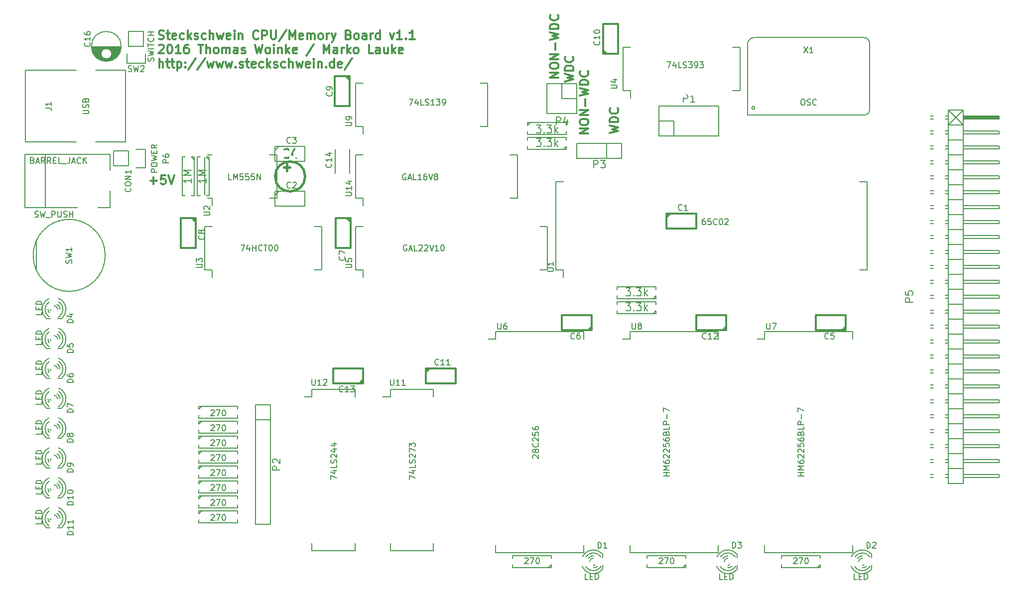
<source format=gbr>
%TF.FileFunction,Legend,Top*%
%FSLAX46Y46*%
G04 Gerber Fmt 4.6, Leading zero omitted, Abs format (unit mm)*
G04 Created by KiCad (PCBNEW (2015-03-04 BZR 5473)-product) date Donnerstag, 14. April 2016 'u11' 20:11:53*
%MOMM*%
G01*
G04 APERTURE LIST*
%ADD10C,0.100000*%
%ADD11C,0.300000*%
%ADD12C,0.150000*%
%ADD13C,0.304800*%
%ADD14C,0.381000*%
%ADD15C,0.203200*%
%ADD16C,1.397000*%
%ADD17R,1.727200X1.727200*%
%ADD18O,1.727200X1.727200*%
%ADD19C,1.501140*%
%ADD20R,1.727200X2.032000*%
%ADD21O,1.727200X2.032000*%
%ADD22R,2.032000X1.727200*%
%ADD23O,2.032000X1.727200*%
%ADD24C,1.676400*%
%ADD25O,1.600000X2.300000*%
%ADD26R,1.200000X1.200000*%
%ADD27C,1.200000*%
%ADD28C,2.000000*%
%ADD29R,2.499360X2.499360*%
%ADD30C,2.499360*%
%ADD31O,2.300000X1.600000*%
%ADD32C,1.524000*%
%ADD33C,2.700020*%
%ADD34R,3.500120X3.500120*%
%ADD35R,2.032000X2.032000*%
%ADD36O,2.032000X2.032000*%
%ADD37R,1.300000X1.300000*%
%ADD38C,1.300000*%
G04 APERTURE END LIST*
D10*
D11*
X83669429Y-76180143D02*
X84812286Y-76180143D01*
X84240857Y-76751571D02*
X84240857Y-75608714D01*
X86240858Y-75251571D02*
X85526572Y-75251571D01*
X85455143Y-75965857D01*
X85526572Y-75894429D01*
X85669429Y-75823000D01*
X86026572Y-75823000D01*
X86169429Y-75894429D01*
X86240858Y-75965857D01*
X86312286Y-76108714D01*
X86312286Y-76465857D01*
X86240858Y-76608714D01*
X86169429Y-76680143D01*
X86026572Y-76751571D01*
X85669429Y-76751571D01*
X85526572Y-76680143D01*
X85455143Y-76608714D01*
X86740857Y-75251571D02*
X87240857Y-76751571D01*
X87740857Y-75251571D01*
X85121714Y-52055143D02*
X85336000Y-52126571D01*
X85693143Y-52126571D01*
X85836000Y-52055143D01*
X85907429Y-51983714D01*
X85978857Y-51840857D01*
X85978857Y-51698000D01*
X85907429Y-51555143D01*
X85836000Y-51483714D01*
X85693143Y-51412286D01*
X85407429Y-51340857D01*
X85264571Y-51269429D01*
X85193143Y-51198000D01*
X85121714Y-51055143D01*
X85121714Y-50912286D01*
X85193143Y-50769429D01*
X85264571Y-50698000D01*
X85407429Y-50626571D01*
X85764571Y-50626571D01*
X85978857Y-50698000D01*
X86407428Y-51126571D02*
X86978857Y-51126571D01*
X86621714Y-50626571D02*
X86621714Y-51912286D01*
X86693142Y-52055143D01*
X86836000Y-52126571D01*
X86978857Y-52126571D01*
X88050285Y-52055143D02*
X87907428Y-52126571D01*
X87621714Y-52126571D01*
X87478857Y-52055143D01*
X87407428Y-51912286D01*
X87407428Y-51340857D01*
X87478857Y-51198000D01*
X87621714Y-51126571D01*
X87907428Y-51126571D01*
X88050285Y-51198000D01*
X88121714Y-51340857D01*
X88121714Y-51483714D01*
X87407428Y-51626571D01*
X89407428Y-52055143D02*
X89264571Y-52126571D01*
X88978857Y-52126571D01*
X88835999Y-52055143D01*
X88764571Y-51983714D01*
X88693142Y-51840857D01*
X88693142Y-51412286D01*
X88764571Y-51269429D01*
X88835999Y-51198000D01*
X88978857Y-51126571D01*
X89264571Y-51126571D01*
X89407428Y-51198000D01*
X90050285Y-52126571D02*
X90050285Y-50626571D01*
X90193142Y-51555143D02*
X90621713Y-52126571D01*
X90621713Y-51126571D02*
X90050285Y-51698000D01*
X91193142Y-52055143D02*
X91335999Y-52126571D01*
X91621714Y-52126571D01*
X91764571Y-52055143D01*
X91835999Y-51912286D01*
X91835999Y-51840857D01*
X91764571Y-51698000D01*
X91621714Y-51626571D01*
X91407428Y-51626571D01*
X91264571Y-51555143D01*
X91193142Y-51412286D01*
X91193142Y-51340857D01*
X91264571Y-51198000D01*
X91407428Y-51126571D01*
X91621714Y-51126571D01*
X91764571Y-51198000D01*
X93121714Y-52055143D02*
X92978857Y-52126571D01*
X92693143Y-52126571D01*
X92550285Y-52055143D01*
X92478857Y-51983714D01*
X92407428Y-51840857D01*
X92407428Y-51412286D01*
X92478857Y-51269429D01*
X92550285Y-51198000D01*
X92693143Y-51126571D01*
X92978857Y-51126571D01*
X93121714Y-51198000D01*
X93764571Y-52126571D02*
X93764571Y-50626571D01*
X94407428Y-52126571D02*
X94407428Y-51340857D01*
X94335999Y-51198000D01*
X94193142Y-51126571D01*
X93978857Y-51126571D01*
X93835999Y-51198000D01*
X93764571Y-51269429D01*
X94978857Y-51126571D02*
X95264571Y-52126571D01*
X95550285Y-51412286D01*
X95836000Y-52126571D01*
X96121714Y-51126571D01*
X97264571Y-52055143D02*
X97121714Y-52126571D01*
X96836000Y-52126571D01*
X96693143Y-52055143D01*
X96621714Y-51912286D01*
X96621714Y-51340857D01*
X96693143Y-51198000D01*
X96836000Y-51126571D01*
X97121714Y-51126571D01*
X97264571Y-51198000D01*
X97336000Y-51340857D01*
X97336000Y-51483714D01*
X96621714Y-51626571D01*
X97978857Y-52126571D02*
X97978857Y-51126571D01*
X97978857Y-50626571D02*
X97907428Y-50698000D01*
X97978857Y-50769429D01*
X98050285Y-50698000D01*
X97978857Y-50626571D01*
X97978857Y-50769429D01*
X98693143Y-51126571D02*
X98693143Y-52126571D01*
X98693143Y-51269429D02*
X98764571Y-51198000D01*
X98907429Y-51126571D01*
X99121714Y-51126571D01*
X99264571Y-51198000D01*
X99336000Y-51340857D01*
X99336000Y-52126571D01*
X102050286Y-51983714D02*
X101978857Y-52055143D01*
X101764571Y-52126571D01*
X101621714Y-52126571D01*
X101407429Y-52055143D01*
X101264571Y-51912286D01*
X101193143Y-51769429D01*
X101121714Y-51483714D01*
X101121714Y-51269429D01*
X101193143Y-50983714D01*
X101264571Y-50840857D01*
X101407429Y-50698000D01*
X101621714Y-50626571D01*
X101764571Y-50626571D01*
X101978857Y-50698000D01*
X102050286Y-50769429D01*
X102693143Y-52126571D02*
X102693143Y-50626571D01*
X103264571Y-50626571D01*
X103407429Y-50698000D01*
X103478857Y-50769429D01*
X103550286Y-50912286D01*
X103550286Y-51126571D01*
X103478857Y-51269429D01*
X103407429Y-51340857D01*
X103264571Y-51412286D01*
X102693143Y-51412286D01*
X104193143Y-50626571D02*
X104193143Y-51840857D01*
X104264571Y-51983714D01*
X104336000Y-52055143D01*
X104478857Y-52126571D01*
X104764571Y-52126571D01*
X104907429Y-52055143D01*
X104978857Y-51983714D01*
X105050286Y-51840857D01*
X105050286Y-50626571D01*
X106836000Y-50555143D02*
X105550286Y-52483714D01*
X107336001Y-52126571D02*
X107336001Y-50626571D01*
X107836001Y-51698000D01*
X108336001Y-50626571D01*
X108336001Y-52126571D01*
X109621715Y-52055143D02*
X109478858Y-52126571D01*
X109193144Y-52126571D01*
X109050287Y-52055143D01*
X108978858Y-51912286D01*
X108978858Y-51340857D01*
X109050287Y-51198000D01*
X109193144Y-51126571D01*
X109478858Y-51126571D01*
X109621715Y-51198000D01*
X109693144Y-51340857D01*
X109693144Y-51483714D01*
X108978858Y-51626571D01*
X110336001Y-52126571D02*
X110336001Y-51126571D01*
X110336001Y-51269429D02*
X110407429Y-51198000D01*
X110550287Y-51126571D01*
X110764572Y-51126571D01*
X110907429Y-51198000D01*
X110978858Y-51340857D01*
X110978858Y-52126571D01*
X110978858Y-51340857D02*
X111050287Y-51198000D01*
X111193144Y-51126571D01*
X111407429Y-51126571D01*
X111550287Y-51198000D01*
X111621715Y-51340857D01*
X111621715Y-52126571D01*
X112550287Y-52126571D02*
X112407429Y-52055143D01*
X112336001Y-51983714D01*
X112264572Y-51840857D01*
X112264572Y-51412286D01*
X112336001Y-51269429D01*
X112407429Y-51198000D01*
X112550287Y-51126571D01*
X112764572Y-51126571D01*
X112907429Y-51198000D01*
X112978858Y-51269429D01*
X113050287Y-51412286D01*
X113050287Y-51840857D01*
X112978858Y-51983714D01*
X112907429Y-52055143D01*
X112764572Y-52126571D01*
X112550287Y-52126571D01*
X113693144Y-52126571D02*
X113693144Y-51126571D01*
X113693144Y-51412286D02*
X113764572Y-51269429D01*
X113836001Y-51198000D01*
X113978858Y-51126571D01*
X114121715Y-51126571D01*
X114478858Y-51126571D02*
X114836001Y-52126571D01*
X115193143Y-51126571D02*
X114836001Y-52126571D01*
X114693143Y-52483714D01*
X114621715Y-52555143D01*
X114478858Y-52626571D01*
X117407429Y-51340857D02*
X117621715Y-51412286D01*
X117693143Y-51483714D01*
X117764572Y-51626571D01*
X117764572Y-51840857D01*
X117693143Y-51983714D01*
X117621715Y-52055143D01*
X117478857Y-52126571D01*
X116907429Y-52126571D01*
X116907429Y-50626571D01*
X117407429Y-50626571D01*
X117550286Y-50698000D01*
X117621715Y-50769429D01*
X117693143Y-50912286D01*
X117693143Y-51055143D01*
X117621715Y-51198000D01*
X117550286Y-51269429D01*
X117407429Y-51340857D01*
X116907429Y-51340857D01*
X118621715Y-52126571D02*
X118478857Y-52055143D01*
X118407429Y-51983714D01*
X118336000Y-51840857D01*
X118336000Y-51412286D01*
X118407429Y-51269429D01*
X118478857Y-51198000D01*
X118621715Y-51126571D01*
X118836000Y-51126571D01*
X118978857Y-51198000D01*
X119050286Y-51269429D01*
X119121715Y-51412286D01*
X119121715Y-51840857D01*
X119050286Y-51983714D01*
X118978857Y-52055143D01*
X118836000Y-52126571D01*
X118621715Y-52126571D01*
X120407429Y-52126571D02*
X120407429Y-51340857D01*
X120336000Y-51198000D01*
X120193143Y-51126571D01*
X119907429Y-51126571D01*
X119764572Y-51198000D01*
X120407429Y-52055143D02*
X120264572Y-52126571D01*
X119907429Y-52126571D01*
X119764572Y-52055143D01*
X119693143Y-51912286D01*
X119693143Y-51769429D01*
X119764572Y-51626571D01*
X119907429Y-51555143D01*
X120264572Y-51555143D01*
X120407429Y-51483714D01*
X121121715Y-52126571D02*
X121121715Y-51126571D01*
X121121715Y-51412286D02*
X121193143Y-51269429D01*
X121264572Y-51198000D01*
X121407429Y-51126571D01*
X121550286Y-51126571D01*
X122693143Y-52126571D02*
X122693143Y-50626571D01*
X122693143Y-52055143D02*
X122550286Y-52126571D01*
X122264572Y-52126571D01*
X122121714Y-52055143D01*
X122050286Y-51983714D01*
X121978857Y-51840857D01*
X121978857Y-51412286D01*
X122050286Y-51269429D01*
X122121714Y-51198000D01*
X122264572Y-51126571D01*
X122550286Y-51126571D01*
X122693143Y-51198000D01*
X124407429Y-51126571D02*
X124764572Y-52126571D01*
X125121714Y-51126571D01*
X126478857Y-52126571D02*
X125621714Y-52126571D01*
X126050286Y-52126571D02*
X126050286Y-50626571D01*
X125907429Y-50840857D01*
X125764571Y-50983714D01*
X125621714Y-51055143D01*
X127121714Y-51983714D02*
X127193142Y-52055143D01*
X127121714Y-52126571D01*
X127050285Y-52055143D01*
X127121714Y-51983714D01*
X127121714Y-52126571D01*
X128621714Y-52126571D02*
X127764571Y-52126571D01*
X128193143Y-52126571D02*
X128193143Y-50626571D01*
X128050286Y-50840857D01*
X127907428Y-50983714D01*
X127764571Y-51055143D01*
X85121714Y-53169429D02*
X85193143Y-53098000D01*
X85336000Y-53026571D01*
X85693143Y-53026571D01*
X85836000Y-53098000D01*
X85907429Y-53169429D01*
X85978857Y-53312286D01*
X85978857Y-53455143D01*
X85907429Y-53669429D01*
X85050286Y-54526571D01*
X85978857Y-54526571D01*
X86907428Y-53026571D02*
X87050285Y-53026571D01*
X87193142Y-53098000D01*
X87264571Y-53169429D01*
X87336000Y-53312286D01*
X87407428Y-53598000D01*
X87407428Y-53955143D01*
X87336000Y-54240857D01*
X87264571Y-54383714D01*
X87193142Y-54455143D01*
X87050285Y-54526571D01*
X86907428Y-54526571D01*
X86764571Y-54455143D01*
X86693142Y-54383714D01*
X86621714Y-54240857D01*
X86550285Y-53955143D01*
X86550285Y-53598000D01*
X86621714Y-53312286D01*
X86693142Y-53169429D01*
X86764571Y-53098000D01*
X86907428Y-53026571D01*
X88835999Y-54526571D02*
X87978856Y-54526571D01*
X88407428Y-54526571D02*
X88407428Y-53026571D01*
X88264571Y-53240857D01*
X88121713Y-53383714D01*
X87978856Y-53455143D01*
X90121713Y-53026571D02*
X89835999Y-53026571D01*
X89693142Y-53098000D01*
X89621713Y-53169429D01*
X89478856Y-53383714D01*
X89407427Y-53669429D01*
X89407427Y-54240857D01*
X89478856Y-54383714D01*
X89550284Y-54455143D01*
X89693142Y-54526571D01*
X89978856Y-54526571D01*
X90121713Y-54455143D01*
X90193142Y-54383714D01*
X90264570Y-54240857D01*
X90264570Y-53883714D01*
X90193142Y-53740857D01*
X90121713Y-53669429D01*
X89978856Y-53598000D01*
X89693142Y-53598000D01*
X89550284Y-53669429D01*
X89478856Y-53740857D01*
X89407427Y-53883714D01*
X91835998Y-53026571D02*
X92693141Y-53026571D01*
X92264570Y-54526571D02*
X92264570Y-53026571D01*
X93193141Y-54526571D02*
X93193141Y-53026571D01*
X93835998Y-54526571D02*
X93835998Y-53740857D01*
X93764569Y-53598000D01*
X93621712Y-53526571D01*
X93407427Y-53526571D01*
X93264569Y-53598000D01*
X93193141Y-53669429D01*
X94764570Y-54526571D02*
X94621712Y-54455143D01*
X94550284Y-54383714D01*
X94478855Y-54240857D01*
X94478855Y-53812286D01*
X94550284Y-53669429D01*
X94621712Y-53598000D01*
X94764570Y-53526571D01*
X94978855Y-53526571D01*
X95121712Y-53598000D01*
X95193141Y-53669429D01*
X95264570Y-53812286D01*
X95264570Y-54240857D01*
X95193141Y-54383714D01*
X95121712Y-54455143D01*
X94978855Y-54526571D01*
X94764570Y-54526571D01*
X95907427Y-54526571D02*
X95907427Y-53526571D01*
X95907427Y-53669429D02*
X95978855Y-53598000D01*
X96121713Y-53526571D01*
X96335998Y-53526571D01*
X96478855Y-53598000D01*
X96550284Y-53740857D01*
X96550284Y-54526571D01*
X96550284Y-53740857D02*
X96621713Y-53598000D01*
X96764570Y-53526571D01*
X96978855Y-53526571D01*
X97121713Y-53598000D01*
X97193141Y-53740857D01*
X97193141Y-54526571D01*
X98550284Y-54526571D02*
X98550284Y-53740857D01*
X98478855Y-53598000D01*
X98335998Y-53526571D01*
X98050284Y-53526571D01*
X97907427Y-53598000D01*
X98550284Y-54455143D02*
X98407427Y-54526571D01*
X98050284Y-54526571D01*
X97907427Y-54455143D01*
X97835998Y-54312286D01*
X97835998Y-54169429D01*
X97907427Y-54026571D01*
X98050284Y-53955143D01*
X98407427Y-53955143D01*
X98550284Y-53883714D01*
X99193141Y-54455143D02*
X99335998Y-54526571D01*
X99621713Y-54526571D01*
X99764570Y-54455143D01*
X99835998Y-54312286D01*
X99835998Y-54240857D01*
X99764570Y-54098000D01*
X99621713Y-54026571D01*
X99407427Y-54026571D01*
X99264570Y-53955143D01*
X99193141Y-53812286D01*
X99193141Y-53740857D01*
X99264570Y-53598000D01*
X99407427Y-53526571D01*
X99621713Y-53526571D01*
X99764570Y-53598000D01*
X101478856Y-53026571D02*
X101835999Y-54526571D01*
X102121713Y-53455143D01*
X102407427Y-54526571D01*
X102764570Y-53026571D01*
X103550285Y-54526571D02*
X103407427Y-54455143D01*
X103335999Y-54383714D01*
X103264570Y-54240857D01*
X103264570Y-53812286D01*
X103335999Y-53669429D01*
X103407427Y-53598000D01*
X103550285Y-53526571D01*
X103764570Y-53526571D01*
X103907427Y-53598000D01*
X103978856Y-53669429D01*
X104050285Y-53812286D01*
X104050285Y-54240857D01*
X103978856Y-54383714D01*
X103907427Y-54455143D01*
X103764570Y-54526571D01*
X103550285Y-54526571D01*
X104693142Y-54526571D02*
X104693142Y-53526571D01*
X104693142Y-53026571D02*
X104621713Y-53098000D01*
X104693142Y-53169429D01*
X104764570Y-53098000D01*
X104693142Y-53026571D01*
X104693142Y-53169429D01*
X105407428Y-53526571D02*
X105407428Y-54526571D01*
X105407428Y-53669429D02*
X105478856Y-53598000D01*
X105621714Y-53526571D01*
X105835999Y-53526571D01*
X105978856Y-53598000D01*
X106050285Y-53740857D01*
X106050285Y-54526571D01*
X106764571Y-54526571D02*
X106764571Y-53026571D01*
X106907428Y-53955143D02*
X107335999Y-54526571D01*
X107335999Y-53526571D02*
X106764571Y-54098000D01*
X108550285Y-54455143D02*
X108407428Y-54526571D01*
X108121714Y-54526571D01*
X107978857Y-54455143D01*
X107907428Y-54312286D01*
X107907428Y-53740857D01*
X107978857Y-53598000D01*
X108121714Y-53526571D01*
X108407428Y-53526571D01*
X108550285Y-53598000D01*
X108621714Y-53740857D01*
X108621714Y-53883714D01*
X107907428Y-54026571D01*
X111478856Y-52955143D02*
X110193142Y-54883714D01*
X113121714Y-54526571D02*
X113121714Y-53026571D01*
X113621714Y-54098000D01*
X114121714Y-53026571D01*
X114121714Y-54526571D01*
X115478857Y-54526571D02*
X115478857Y-53740857D01*
X115407428Y-53598000D01*
X115264571Y-53526571D01*
X114978857Y-53526571D01*
X114836000Y-53598000D01*
X115478857Y-54455143D02*
X115336000Y-54526571D01*
X114978857Y-54526571D01*
X114836000Y-54455143D01*
X114764571Y-54312286D01*
X114764571Y-54169429D01*
X114836000Y-54026571D01*
X114978857Y-53955143D01*
X115336000Y-53955143D01*
X115478857Y-53883714D01*
X116193143Y-54526571D02*
X116193143Y-53526571D01*
X116193143Y-53812286D02*
X116264571Y-53669429D01*
X116336000Y-53598000D01*
X116478857Y-53526571D01*
X116621714Y-53526571D01*
X117121714Y-54526571D02*
X117121714Y-53026571D01*
X117264571Y-53955143D02*
X117693142Y-54526571D01*
X117693142Y-53526571D02*
X117121714Y-54098000D01*
X118550286Y-54526571D02*
X118407428Y-54455143D01*
X118336000Y-54383714D01*
X118264571Y-54240857D01*
X118264571Y-53812286D01*
X118336000Y-53669429D01*
X118407428Y-53598000D01*
X118550286Y-53526571D01*
X118764571Y-53526571D01*
X118907428Y-53598000D01*
X118978857Y-53669429D01*
X119050286Y-53812286D01*
X119050286Y-54240857D01*
X118978857Y-54383714D01*
X118907428Y-54455143D01*
X118764571Y-54526571D01*
X118550286Y-54526571D01*
X121550286Y-54526571D02*
X120836000Y-54526571D01*
X120836000Y-53026571D01*
X122693143Y-54526571D02*
X122693143Y-53740857D01*
X122621714Y-53598000D01*
X122478857Y-53526571D01*
X122193143Y-53526571D01*
X122050286Y-53598000D01*
X122693143Y-54455143D02*
X122550286Y-54526571D01*
X122193143Y-54526571D01*
X122050286Y-54455143D01*
X121978857Y-54312286D01*
X121978857Y-54169429D01*
X122050286Y-54026571D01*
X122193143Y-53955143D01*
X122550286Y-53955143D01*
X122693143Y-53883714D01*
X124050286Y-53526571D02*
X124050286Y-54526571D01*
X123407429Y-53526571D02*
X123407429Y-54312286D01*
X123478857Y-54455143D01*
X123621715Y-54526571D01*
X123836000Y-54526571D01*
X123978857Y-54455143D01*
X124050286Y-54383714D01*
X124764572Y-54526571D02*
X124764572Y-53026571D01*
X124907429Y-53955143D02*
X125336000Y-54526571D01*
X125336000Y-53526571D02*
X124764572Y-54098000D01*
X126550286Y-54455143D02*
X126407429Y-54526571D01*
X126121715Y-54526571D01*
X125978858Y-54455143D01*
X125907429Y-54312286D01*
X125907429Y-53740857D01*
X125978858Y-53598000D01*
X126121715Y-53526571D01*
X126407429Y-53526571D01*
X126550286Y-53598000D01*
X126621715Y-53740857D01*
X126621715Y-53883714D01*
X125907429Y-54026571D01*
X85193143Y-56926571D02*
X85193143Y-55426571D01*
X85836000Y-56926571D02*
X85836000Y-56140857D01*
X85764571Y-55998000D01*
X85621714Y-55926571D01*
X85407429Y-55926571D01*
X85264571Y-55998000D01*
X85193143Y-56069429D01*
X86336000Y-55926571D02*
X86907429Y-55926571D01*
X86550286Y-55426571D02*
X86550286Y-56712286D01*
X86621714Y-56855143D01*
X86764572Y-56926571D01*
X86907429Y-56926571D01*
X87193143Y-55926571D02*
X87764572Y-55926571D01*
X87407429Y-55426571D02*
X87407429Y-56712286D01*
X87478857Y-56855143D01*
X87621715Y-56926571D01*
X87764572Y-56926571D01*
X88264572Y-55926571D02*
X88264572Y-57426571D01*
X88264572Y-55998000D02*
X88407429Y-55926571D01*
X88693143Y-55926571D01*
X88836000Y-55998000D01*
X88907429Y-56069429D01*
X88978858Y-56212286D01*
X88978858Y-56640857D01*
X88907429Y-56783714D01*
X88836000Y-56855143D01*
X88693143Y-56926571D01*
X88407429Y-56926571D01*
X88264572Y-56855143D01*
X89621715Y-56783714D02*
X89693143Y-56855143D01*
X89621715Y-56926571D01*
X89550286Y-56855143D01*
X89621715Y-56783714D01*
X89621715Y-56926571D01*
X89621715Y-55998000D02*
X89693143Y-56069429D01*
X89621715Y-56140857D01*
X89550286Y-56069429D01*
X89621715Y-55998000D01*
X89621715Y-56140857D01*
X91407429Y-55355143D02*
X90121715Y-57283714D01*
X92978858Y-55355143D02*
X91693144Y-57283714D01*
X93336002Y-55926571D02*
X93621716Y-56926571D01*
X93907430Y-56212286D01*
X94193145Y-56926571D01*
X94478859Y-55926571D01*
X94907431Y-55926571D02*
X95193145Y-56926571D01*
X95478859Y-56212286D01*
X95764574Y-56926571D01*
X96050288Y-55926571D01*
X96478860Y-55926571D02*
X96764574Y-56926571D01*
X97050288Y-56212286D01*
X97336003Y-56926571D01*
X97621717Y-55926571D01*
X98193146Y-56783714D02*
X98264574Y-56855143D01*
X98193146Y-56926571D01*
X98121717Y-56855143D01*
X98193146Y-56783714D01*
X98193146Y-56926571D01*
X98836003Y-56855143D02*
X98978860Y-56926571D01*
X99264575Y-56926571D01*
X99407432Y-56855143D01*
X99478860Y-56712286D01*
X99478860Y-56640857D01*
X99407432Y-56498000D01*
X99264575Y-56426571D01*
X99050289Y-56426571D01*
X98907432Y-56355143D01*
X98836003Y-56212286D01*
X98836003Y-56140857D01*
X98907432Y-55998000D01*
X99050289Y-55926571D01*
X99264575Y-55926571D01*
X99407432Y-55998000D01*
X99907432Y-55926571D02*
X100478861Y-55926571D01*
X100121718Y-55426571D02*
X100121718Y-56712286D01*
X100193146Y-56855143D01*
X100336004Y-56926571D01*
X100478861Y-56926571D01*
X101550289Y-56855143D02*
X101407432Y-56926571D01*
X101121718Y-56926571D01*
X100978861Y-56855143D01*
X100907432Y-56712286D01*
X100907432Y-56140857D01*
X100978861Y-55998000D01*
X101121718Y-55926571D01*
X101407432Y-55926571D01*
X101550289Y-55998000D01*
X101621718Y-56140857D01*
X101621718Y-56283714D01*
X100907432Y-56426571D01*
X102907432Y-56855143D02*
X102764575Y-56926571D01*
X102478861Y-56926571D01*
X102336003Y-56855143D01*
X102264575Y-56783714D01*
X102193146Y-56640857D01*
X102193146Y-56212286D01*
X102264575Y-56069429D01*
X102336003Y-55998000D01*
X102478861Y-55926571D01*
X102764575Y-55926571D01*
X102907432Y-55998000D01*
X103550289Y-56926571D02*
X103550289Y-55426571D01*
X103693146Y-56355143D02*
X104121717Y-56926571D01*
X104121717Y-55926571D02*
X103550289Y-56498000D01*
X104693146Y-56855143D02*
X104836003Y-56926571D01*
X105121718Y-56926571D01*
X105264575Y-56855143D01*
X105336003Y-56712286D01*
X105336003Y-56640857D01*
X105264575Y-56498000D01*
X105121718Y-56426571D01*
X104907432Y-56426571D01*
X104764575Y-56355143D01*
X104693146Y-56212286D01*
X104693146Y-56140857D01*
X104764575Y-55998000D01*
X104907432Y-55926571D01*
X105121718Y-55926571D01*
X105264575Y-55998000D01*
X106621718Y-56855143D02*
X106478861Y-56926571D01*
X106193147Y-56926571D01*
X106050289Y-56855143D01*
X105978861Y-56783714D01*
X105907432Y-56640857D01*
X105907432Y-56212286D01*
X105978861Y-56069429D01*
X106050289Y-55998000D01*
X106193147Y-55926571D01*
X106478861Y-55926571D01*
X106621718Y-55998000D01*
X107264575Y-56926571D02*
X107264575Y-55426571D01*
X107907432Y-56926571D02*
X107907432Y-56140857D01*
X107836003Y-55998000D01*
X107693146Y-55926571D01*
X107478861Y-55926571D01*
X107336003Y-55998000D01*
X107264575Y-56069429D01*
X108478861Y-55926571D02*
X108764575Y-56926571D01*
X109050289Y-56212286D01*
X109336004Y-56926571D01*
X109621718Y-55926571D01*
X110764575Y-56855143D02*
X110621718Y-56926571D01*
X110336004Y-56926571D01*
X110193147Y-56855143D01*
X110121718Y-56712286D01*
X110121718Y-56140857D01*
X110193147Y-55998000D01*
X110336004Y-55926571D01*
X110621718Y-55926571D01*
X110764575Y-55998000D01*
X110836004Y-56140857D01*
X110836004Y-56283714D01*
X110121718Y-56426571D01*
X111478861Y-56926571D02*
X111478861Y-55926571D01*
X111478861Y-55426571D02*
X111407432Y-55498000D01*
X111478861Y-55569429D01*
X111550289Y-55498000D01*
X111478861Y-55426571D01*
X111478861Y-55569429D01*
X112193147Y-55926571D02*
X112193147Y-56926571D01*
X112193147Y-56069429D02*
X112264575Y-55998000D01*
X112407433Y-55926571D01*
X112621718Y-55926571D01*
X112764575Y-55998000D01*
X112836004Y-56140857D01*
X112836004Y-56926571D01*
X113550290Y-56783714D02*
X113621718Y-56855143D01*
X113550290Y-56926571D01*
X113478861Y-56855143D01*
X113550290Y-56783714D01*
X113550290Y-56926571D01*
X114907433Y-56926571D02*
X114907433Y-55426571D01*
X114907433Y-56855143D02*
X114764576Y-56926571D01*
X114478862Y-56926571D01*
X114336004Y-56855143D01*
X114264576Y-56783714D01*
X114193147Y-56640857D01*
X114193147Y-56212286D01*
X114264576Y-56069429D01*
X114336004Y-55998000D01*
X114478862Y-55926571D01*
X114764576Y-55926571D01*
X114907433Y-55998000D01*
X116193147Y-56855143D02*
X116050290Y-56926571D01*
X115764576Y-56926571D01*
X115621719Y-56855143D01*
X115550290Y-56712286D01*
X115550290Y-56140857D01*
X115621719Y-55998000D01*
X115764576Y-55926571D01*
X116050290Y-55926571D01*
X116193147Y-55998000D01*
X116264576Y-56140857D01*
X116264576Y-56283714D01*
X115550290Y-56426571D01*
X117978861Y-55355143D02*
X116693147Y-57283714D01*
X158158571Y-68150715D02*
X156658571Y-68150715D01*
X158158571Y-67293572D01*
X156658571Y-67293572D01*
X156658571Y-66293572D02*
X156658571Y-66007858D01*
X156730000Y-65865000D01*
X156872857Y-65722143D01*
X157158571Y-65650715D01*
X157658571Y-65650715D01*
X157944286Y-65722143D01*
X158087143Y-65865000D01*
X158158571Y-66007858D01*
X158158571Y-66293572D01*
X158087143Y-66436429D01*
X157944286Y-66579286D01*
X157658571Y-66650715D01*
X157158571Y-66650715D01*
X156872857Y-66579286D01*
X156730000Y-66436429D01*
X156658571Y-66293572D01*
X158158571Y-65007857D02*
X156658571Y-65007857D01*
X158158571Y-64150714D01*
X156658571Y-64150714D01*
X157587143Y-63436428D02*
X157587143Y-62293571D01*
X156658571Y-61722142D02*
X158158571Y-61364999D01*
X157087143Y-61079285D01*
X158158571Y-60793571D01*
X156658571Y-60436428D01*
X158158571Y-59864999D02*
X156658571Y-59864999D01*
X156658571Y-59507856D01*
X156730000Y-59293571D01*
X156872857Y-59150713D01*
X157015714Y-59079285D01*
X157301429Y-59007856D01*
X157515714Y-59007856D01*
X157801429Y-59079285D01*
X157944286Y-59150713D01*
X158087143Y-59293571D01*
X158158571Y-59507856D01*
X158158571Y-59864999D01*
X158015714Y-57507856D02*
X158087143Y-57579285D01*
X158158571Y-57793571D01*
X158158571Y-57936428D01*
X158087143Y-58150713D01*
X157944286Y-58293571D01*
X157801429Y-58364999D01*
X157515714Y-58436428D01*
X157301429Y-58436428D01*
X157015714Y-58364999D01*
X156872857Y-58293571D01*
X156730000Y-58150713D01*
X156658571Y-57936428D01*
X156658571Y-57793571D01*
X156730000Y-57579285D01*
X156801429Y-57507856D01*
X161738571Y-68055857D02*
X163238571Y-67698714D01*
X162167143Y-67413000D01*
X163238571Y-67127286D01*
X161738571Y-66770143D01*
X163238571Y-66198714D02*
X161738571Y-66198714D01*
X161738571Y-65841571D01*
X161810000Y-65627286D01*
X161952857Y-65484428D01*
X162095714Y-65413000D01*
X162381429Y-65341571D01*
X162595714Y-65341571D01*
X162881429Y-65413000D01*
X163024286Y-65484428D01*
X163167143Y-65627286D01*
X163238571Y-65841571D01*
X163238571Y-66198714D01*
X163095714Y-63841571D02*
X163167143Y-63913000D01*
X163238571Y-64127286D01*
X163238571Y-64270143D01*
X163167143Y-64484428D01*
X163024286Y-64627286D01*
X162881429Y-64698714D01*
X162595714Y-64770143D01*
X162381429Y-64770143D01*
X162095714Y-64698714D01*
X161952857Y-64627286D01*
X161810000Y-64484428D01*
X161738571Y-64270143D01*
X161738571Y-64127286D01*
X161810000Y-63913000D01*
X161881429Y-63841571D01*
X153078571Y-58625715D02*
X151578571Y-58625715D01*
X153078571Y-57768572D01*
X151578571Y-57768572D01*
X151578571Y-56768572D02*
X151578571Y-56482858D01*
X151650000Y-56340000D01*
X151792857Y-56197143D01*
X152078571Y-56125715D01*
X152578571Y-56125715D01*
X152864286Y-56197143D01*
X153007143Y-56340000D01*
X153078571Y-56482858D01*
X153078571Y-56768572D01*
X153007143Y-56911429D01*
X152864286Y-57054286D01*
X152578571Y-57125715D01*
X152078571Y-57125715D01*
X151792857Y-57054286D01*
X151650000Y-56911429D01*
X151578571Y-56768572D01*
X153078571Y-55482857D02*
X151578571Y-55482857D01*
X153078571Y-54625714D01*
X151578571Y-54625714D01*
X152507143Y-53911428D02*
X152507143Y-52768571D01*
X151578571Y-52197142D02*
X153078571Y-51839999D01*
X152007143Y-51554285D01*
X153078571Y-51268571D01*
X151578571Y-50911428D01*
X153078571Y-50339999D02*
X151578571Y-50339999D01*
X151578571Y-49982856D01*
X151650000Y-49768571D01*
X151792857Y-49625713D01*
X151935714Y-49554285D01*
X152221429Y-49482856D01*
X152435714Y-49482856D01*
X152721429Y-49554285D01*
X152864286Y-49625713D01*
X153007143Y-49768571D01*
X153078571Y-49982856D01*
X153078571Y-50339999D01*
X152935714Y-47982856D02*
X153007143Y-48054285D01*
X153078571Y-48268571D01*
X153078571Y-48411428D01*
X153007143Y-48625713D01*
X152864286Y-48768571D01*
X152721429Y-48839999D01*
X152435714Y-48911428D01*
X152221429Y-48911428D01*
X151935714Y-48839999D01*
X151792857Y-48768571D01*
X151650000Y-48625713D01*
X151578571Y-48411428D01*
X151578571Y-48268571D01*
X151650000Y-48054285D01*
X151721429Y-47982856D01*
X154118571Y-59292857D02*
X155618571Y-58935714D01*
X154547143Y-58650000D01*
X155618571Y-58364286D01*
X154118571Y-58007143D01*
X155618571Y-57435714D02*
X154118571Y-57435714D01*
X154118571Y-57078571D01*
X154190000Y-56864286D01*
X154332857Y-56721428D01*
X154475714Y-56650000D01*
X154761429Y-56578571D01*
X154975714Y-56578571D01*
X155261429Y-56650000D01*
X155404286Y-56721428D01*
X155547143Y-56864286D01*
X155618571Y-57078571D01*
X155618571Y-57435714D01*
X155475714Y-55078571D02*
X155547143Y-55150000D01*
X155618571Y-55364286D01*
X155618571Y-55507143D01*
X155547143Y-55721428D01*
X155404286Y-55864286D01*
X155261429Y-55935714D01*
X154975714Y-56007143D01*
X154761429Y-56007143D01*
X154475714Y-55935714D01*
X154332857Y-55864286D01*
X154190000Y-55721428D01*
X154118571Y-55507143D01*
X154118571Y-55364286D01*
X154190000Y-55150000D01*
X154261429Y-55078571D01*
D12*
X91440000Y-115570000D02*
X91948000Y-115570000D01*
X99060000Y-115570000D02*
X98552000Y-115570000D01*
X98552000Y-115570000D02*
X98552000Y-114554000D01*
X98552000Y-114554000D02*
X91948000Y-114554000D01*
X91948000Y-114554000D02*
X91948000Y-116586000D01*
X91948000Y-116586000D02*
X98552000Y-116586000D01*
X98552000Y-116586000D02*
X98552000Y-115570000D01*
X91948000Y-115062000D02*
X92456000Y-114554000D01*
X216789000Y-65659000D02*
X216281000Y-65659000D01*
X216789000Y-65151000D02*
X216281000Y-65151000D01*
X216789000Y-82931000D02*
X216281000Y-82931000D01*
X216789000Y-83439000D02*
X216281000Y-83439000D01*
X216789000Y-85471000D02*
X216281000Y-85471000D01*
X216789000Y-85979000D02*
X216281000Y-85979000D01*
X216789000Y-80899000D02*
X216281000Y-80899000D01*
X216789000Y-80391000D02*
X216281000Y-80391000D01*
X216789000Y-78359000D02*
X216281000Y-78359000D01*
X216789000Y-77851000D02*
X216281000Y-77851000D01*
X216789000Y-67691000D02*
X216281000Y-67691000D01*
X216789000Y-68199000D02*
X216281000Y-68199000D01*
X216789000Y-70231000D02*
X216281000Y-70231000D01*
X216789000Y-70739000D02*
X216281000Y-70739000D01*
X216789000Y-75819000D02*
X216281000Y-75819000D01*
X216789000Y-75311000D02*
X216281000Y-75311000D01*
X216789000Y-73279000D02*
X216281000Y-73279000D01*
X216789000Y-72771000D02*
X216281000Y-72771000D01*
X216789000Y-113411000D02*
X216281000Y-113411000D01*
X216789000Y-113919000D02*
X216281000Y-113919000D01*
X216789000Y-115951000D02*
X216281000Y-115951000D01*
X216789000Y-116459000D02*
X216281000Y-116459000D01*
X216789000Y-111379000D02*
X216281000Y-111379000D01*
X216789000Y-110871000D02*
X216281000Y-110871000D01*
X216789000Y-108839000D02*
X216281000Y-108839000D01*
X216789000Y-108331000D02*
X216281000Y-108331000D01*
X216789000Y-118491000D02*
X216281000Y-118491000D01*
X216789000Y-118999000D02*
X216281000Y-118999000D01*
X216789000Y-121031000D02*
X216281000Y-121031000D01*
X216789000Y-121539000D02*
X216281000Y-121539000D01*
X216789000Y-126619000D02*
X216281000Y-126619000D01*
X216789000Y-126111000D02*
X216281000Y-126111000D01*
X216789000Y-124079000D02*
X216281000Y-124079000D01*
X216789000Y-123571000D02*
X216281000Y-123571000D01*
X216789000Y-103251000D02*
X216281000Y-103251000D01*
X216789000Y-103759000D02*
X216281000Y-103759000D01*
X216789000Y-105791000D02*
X216281000Y-105791000D01*
X216789000Y-106299000D02*
X216281000Y-106299000D01*
X216789000Y-101219000D02*
X216281000Y-101219000D01*
X216789000Y-100711000D02*
X216281000Y-100711000D01*
X216789000Y-98679000D02*
X216281000Y-98679000D01*
X216789000Y-98171000D02*
X216281000Y-98171000D01*
X216789000Y-88011000D02*
X216281000Y-88011000D01*
X216789000Y-88519000D02*
X216281000Y-88519000D01*
X216789000Y-90551000D02*
X216281000Y-90551000D01*
X216789000Y-91059000D02*
X216281000Y-91059000D01*
X216789000Y-96139000D02*
X216281000Y-96139000D01*
X216789000Y-95631000D02*
X216281000Y-95631000D01*
X216789000Y-93599000D02*
X216281000Y-93599000D01*
X216789000Y-93091000D02*
X216281000Y-93091000D01*
X219329000Y-110871000D02*
X218821000Y-110871000D01*
X219329000Y-111379000D02*
X218821000Y-111379000D01*
X219329000Y-113411000D02*
X218821000Y-113411000D01*
X219329000Y-113919000D02*
X218821000Y-113919000D01*
X219329000Y-108839000D02*
X218821000Y-108839000D01*
X219329000Y-108331000D02*
X218821000Y-108331000D01*
X219329000Y-106299000D02*
X218821000Y-106299000D01*
X219329000Y-105791000D02*
X218821000Y-105791000D01*
X219329000Y-115951000D02*
X218821000Y-115951000D01*
X219329000Y-116459000D02*
X218821000Y-116459000D01*
X219329000Y-118491000D02*
X218821000Y-118491000D01*
X219329000Y-118999000D02*
X218821000Y-118999000D01*
X219329000Y-124079000D02*
X218821000Y-124079000D01*
X219329000Y-123571000D02*
X218821000Y-123571000D01*
X219329000Y-121539000D02*
X218821000Y-121539000D01*
X219329000Y-121031000D02*
X218821000Y-121031000D01*
X219329000Y-126111000D02*
X218821000Y-126111000D01*
X219329000Y-126619000D02*
X218821000Y-126619000D01*
X219329000Y-90551000D02*
X218821000Y-90551000D01*
X219329000Y-91059000D02*
X218821000Y-91059000D01*
X219329000Y-93091000D02*
X218821000Y-93091000D01*
X219329000Y-93599000D02*
X218821000Y-93599000D01*
X219329000Y-88519000D02*
X218821000Y-88519000D01*
X219329000Y-88011000D02*
X218821000Y-88011000D01*
X219329000Y-85979000D02*
X218821000Y-85979000D01*
X219329000Y-85471000D02*
X218821000Y-85471000D01*
X219329000Y-95631000D02*
X218821000Y-95631000D01*
X219329000Y-96139000D02*
X218821000Y-96139000D01*
X219329000Y-98171000D02*
X218821000Y-98171000D01*
X219329000Y-98679000D02*
X218821000Y-98679000D01*
X219329000Y-103759000D02*
X218821000Y-103759000D01*
X219329000Y-103251000D02*
X218821000Y-103251000D01*
X219329000Y-101219000D02*
X218821000Y-101219000D01*
X219329000Y-100711000D02*
X218821000Y-100711000D01*
X219329000Y-80391000D02*
X218821000Y-80391000D01*
X219329000Y-80899000D02*
X218821000Y-80899000D01*
X219329000Y-82931000D02*
X218821000Y-82931000D01*
X219329000Y-83439000D02*
X218821000Y-83439000D01*
X219329000Y-78359000D02*
X218821000Y-78359000D01*
X219329000Y-77851000D02*
X218821000Y-77851000D01*
X219329000Y-75819000D02*
X218821000Y-75819000D01*
X219329000Y-75311000D02*
X218821000Y-75311000D01*
X219329000Y-65151000D02*
X218821000Y-65151000D01*
X219329000Y-65659000D02*
X218821000Y-65659000D01*
X219329000Y-67691000D02*
X218821000Y-67691000D01*
X219329000Y-68199000D02*
X218821000Y-68199000D01*
X219329000Y-73279000D02*
X218821000Y-73279000D01*
X219329000Y-72771000D02*
X218821000Y-72771000D01*
X219329000Y-70739000D02*
X218821000Y-70739000D01*
X219329000Y-70231000D02*
X218821000Y-70231000D01*
X219329000Y-64135000D02*
X221869000Y-66675000D01*
X221869000Y-64135000D02*
X219329000Y-66675000D01*
X221869000Y-65278000D02*
X227838000Y-65278000D01*
X227838000Y-65278000D02*
X227838000Y-65532000D01*
X227838000Y-65532000D02*
X221996000Y-65532000D01*
X221996000Y-65532000D02*
X221996000Y-65405000D01*
X221996000Y-65405000D02*
X227838000Y-65405000D01*
X219329000Y-104775000D02*
X221869000Y-104775000D01*
X219329000Y-104775000D02*
X219329000Y-107315000D01*
X219329000Y-107315000D02*
X221869000Y-107315000D01*
X221869000Y-105791000D02*
X227965000Y-105791000D01*
X227965000Y-105791000D02*
X227965000Y-106299000D01*
X227965000Y-106299000D02*
X221869000Y-106299000D01*
X221869000Y-107315000D02*
X221869000Y-104775000D01*
X221869000Y-109855000D02*
X221869000Y-107315000D01*
X227965000Y-108839000D02*
X221869000Y-108839000D01*
X227965000Y-108331000D02*
X227965000Y-108839000D01*
X221869000Y-108331000D02*
X227965000Y-108331000D01*
X219329000Y-109855000D02*
X221869000Y-109855000D01*
X219329000Y-107315000D02*
X219329000Y-109855000D01*
X219329000Y-107315000D02*
X221869000Y-107315000D01*
X219329000Y-112395000D02*
X221869000Y-112395000D01*
X219329000Y-112395000D02*
X219329000Y-114935000D01*
X219329000Y-114935000D02*
X221869000Y-114935000D01*
X221869000Y-113411000D02*
X227965000Y-113411000D01*
X227965000Y-113411000D02*
X227965000Y-113919000D01*
X227965000Y-113919000D02*
X221869000Y-113919000D01*
X221869000Y-114935000D02*
X221869000Y-112395000D01*
X221869000Y-112395000D02*
X221869000Y-109855000D01*
X227965000Y-111379000D02*
X221869000Y-111379000D01*
X227965000Y-110871000D02*
X227965000Y-111379000D01*
X221869000Y-110871000D02*
X227965000Y-110871000D01*
X219329000Y-112395000D02*
X221869000Y-112395000D01*
X219329000Y-109855000D02*
X219329000Y-112395000D01*
X219329000Y-109855000D02*
X221869000Y-109855000D01*
X219329000Y-120015000D02*
X221869000Y-120015000D01*
X219329000Y-120015000D02*
X219329000Y-122555000D01*
X219329000Y-122555000D02*
X221869000Y-122555000D01*
X221869000Y-121031000D02*
X227965000Y-121031000D01*
X227965000Y-121031000D02*
X227965000Y-121539000D01*
X227965000Y-121539000D02*
X221869000Y-121539000D01*
X221869000Y-122555000D02*
X221869000Y-120015000D01*
X221869000Y-125095000D02*
X221869000Y-122555000D01*
X227965000Y-124079000D02*
X221869000Y-124079000D01*
X227965000Y-123571000D02*
X227965000Y-124079000D01*
X221869000Y-123571000D02*
X227965000Y-123571000D01*
X219329000Y-125095000D02*
X221869000Y-125095000D01*
X219329000Y-122555000D02*
X219329000Y-125095000D01*
X219329000Y-122555000D02*
X221869000Y-122555000D01*
X219329000Y-117475000D02*
X221869000Y-117475000D01*
X219329000Y-117475000D02*
X219329000Y-120015000D01*
X219329000Y-120015000D02*
X221869000Y-120015000D01*
X221869000Y-118491000D02*
X227965000Y-118491000D01*
X227965000Y-118491000D02*
X227965000Y-118999000D01*
X227965000Y-118999000D02*
X221869000Y-118999000D01*
X221869000Y-120015000D02*
X221869000Y-117475000D01*
X221869000Y-117475000D02*
X221869000Y-114935000D01*
X227965000Y-116459000D02*
X221869000Y-116459000D01*
X227965000Y-115951000D02*
X227965000Y-116459000D01*
X221869000Y-115951000D02*
X227965000Y-115951000D01*
X219329000Y-117475000D02*
X221869000Y-117475000D01*
X219329000Y-114935000D02*
X219329000Y-117475000D01*
X219329000Y-114935000D02*
X221869000Y-114935000D01*
X221869000Y-127635000D02*
X221869000Y-125095000D01*
X227965000Y-126619000D02*
X221869000Y-126619000D01*
X227965000Y-126111000D02*
X227965000Y-126619000D01*
X221869000Y-126111000D02*
X227965000Y-126111000D01*
X219329000Y-127635000D02*
X221869000Y-127635000D01*
X219329000Y-125095000D02*
X219329000Y-127635000D01*
X219329000Y-125095000D02*
X221869000Y-125095000D01*
X219329000Y-84455000D02*
X221869000Y-84455000D01*
X219329000Y-84455000D02*
X219329000Y-86995000D01*
X219329000Y-86995000D02*
X221869000Y-86995000D01*
X221869000Y-85471000D02*
X227965000Y-85471000D01*
X227965000Y-85471000D02*
X227965000Y-85979000D01*
X227965000Y-85979000D02*
X221869000Y-85979000D01*
X221869000Y-86995000D02*
X221869000Y-84455000D01*
X221869000Y-89535000D02*
X221869000Y-86995000D01*
X227965000Y-88519000D02*
X221869000Y-88519000D01*
X227965000Y-88011000D02*
X227965000Y-88519000D01*
X221869000Y-88011000D02*
X227965000Y-88011000D01*
X219329000Y-89535000D02*
X221869000Y-89535000D01*
X219329000Y-86995000D02*
X219329000Y-89535000D01*
X219329000Y-86995000D02*
X221869000Y-86995000D01*
X219329000Y-92075000D02*
X221869000Y-92075000D01*
X219329000Y-92075000D02*
X219329000Y-94615000D01*
X219329000Y-94615000D02*
X221869000Y-94615000D01*
X221869000Y-93091000D02*
X227965000Y-93091000D01*
X227965000Y-93091000D02*
X227965000Y-93599000D01*
X227965000Y-93599000D02*
X221869000Y-93599000D01*
X221869000Y-94615000D02*
X221869000Y-92075000D01*
X221869000Y-92075000D02*
X221869000Y-89535000D01*
X227965000Y-91059000D02*
X221869000Y-91059000D01*
X227965000Y-90551000D02*
X227965000Y-91059000D01*
X221869000Y-90551000D02*
X227965000Y-90551000D01*
X219329000Y-92075000D02*
X221869000Y-92075000D01*
X219329000Y-89535000D02*
X219329000Y-92075000D01*
X219329000Y-89535000D02*
X221869000Y-89535000D01*
X219329000Y-99695000D02*
X221869000Y-99695000D01*
X219329000Y-99695000D02*
X219329000Y-102235000D01*
X219329000Y-102235000D02*
X221869000Y-102235000D01*
X221869000Y-100711000D02*
X227965000Y-100711000D01*
X227965000Y-100711000D02*
X227965000Y-101219000D01*
X227965000Y-101219000D02*
X221869000Y-101219000D01*
X221869000Y-102235000D02*
X221869000Y-99695000D01*
X221869000Y-104775000D02*
X221869000Y-102235000D01*
X227965000Y-103759000D02*
X221869000Y-103759000D01*
X227965000Y-103251000D02*
X227965000Y-103759000D01*
X221869000Y-103251000D02*
X227965000Y-103251000D01*
X219329000Y-104775000D02*
X221869000Y-104775000D01*
X219329000Y-102235000D02*
X219329000Y-104775000D01*
X219329000Y-102235000D02*
X221869000Y-102235000D01*
X219329000Y-97155000D02*
X221869000Y-97155000D01*
X219329000Y-97155000D02*
X219329000Y-99695000D01*
X219329000Y-99695000D02*
X221869000Y-99695000D01*
X221869000Y-98171000D02*
X227965000Y-98171000D01*
X227965000Y-98171000D02*
X227965000Y-98679000D01*
X227965000Y-98679000D02*
X221869000Y-98679000D01*
X221869000Y-99695000D02*
X221869000Y-97155000D01*
X221869000Y-97155000D02*
X221869000Y-94615000D01*
X227965000Y-96139000D02*
X221869000Y-96139000D01*
X227965000Y-95631000D02*
X227965000Y-96139000D01*
X221869000Y-95631000D02*
X227965000Y-95631000D01*
X219329000Y-97155000D02*
X221869000Y-97155000D01*
X219329000Y-94615000D02*
X219329000Y-97155000D01*
X219329000Y-94615000D02*
X221869000Y-94615000D01*
X219329000Y-74295000D02*
X221869000Y-74295000D01*
X219329000Y-74295000D02*
X219329000Y-76835000D01*
X219329000Y-76835000D02*
X221869000Y-76835000D01*
X221869000Y-75311000D02*
X227965000Y-75311000D01*
X227965000Y-75311000D02*
X227965000Y-75819000D01*
X227965000Y-75819000D02*
X221869000Y-75819000D01*
X221869000Y-76835000D02*
X221869000Y-74295000D01*
X221869000Y-79375000D02*
X221869000Y-76835000D01*
X227965000Y-78359000D02*
X221869000Y-78359000D01*
X227965000Y-77851000D02*
X227965000Y-78359000D01*
X221869000Y-77851000D02*
X227965000Y-77851000D01*
X219329000Y-79375000D02*
X221869000Y-79375000D01*
X219329000Y-76835000D02*
X219329000Y-79375000D01*
X219329000Y-76835000D02*
X221869000Y-76835000D01*
X219329000Y-81915000D02*
X221869000Y-81915000D01*
X219329000Y-81915000D02*
X219329000Y-84455000D01*
X219329000Y-84455000D02*
X221869000Y-84455000D01*
X221869000Y-82931000D02*
X227965000Y-82931000D01*
X227965000Y-82931000D02*
X227965000Y-83439000D01*
X227965000Y-83439000D02*
X221869000Y-83439000D01*
X221869000Y-84455000D02*
X221869000Y-81915000D01*
X221869000Y-81915000D02*
X221869000Y-79375000D01*
X227965000Y-80899000D02*
X221869000Y-80899000D01*
X227965000Y-80391000D02*
X227965000Y-80899000D01*
X221869000Y-80391000D02*
X227965000Y-80391000D01*
X219329000Y-81915000D02*
X221869000Y-81915000D01*
X219329000Y-79375000D02*
X219329000Y-81915000D01*
X219329000Y-79375000D02*
X221869000Y-79375000D01*
X219329000Y-69215000D02*
X221869000Y-69215000D01*
X219329000Y-69215000D02*
X219329000Y-71755000D01*
X219329000Y-71755000D02*
X221869000Y-71755000D01*
X221869000Y-70231000D02*
X227965000Y-70231000D01*
X227965000Y-70231000D02*
X227965000Y-70739000D01*
X227965000Y-70739000D02*
X221869000Y-70739000D01*
X221869000Y-71755000D02*
X221869000Y-69215000D01*
X221869000Y-74295000D02*
X221869000Y-71755000D01*
X227965000Y-73279000D02*
X221869000Y-73279000D01*
X227965000Y-72771000D02*
X227965000Y-73279000D01*
X221869000Y-72771000D02*
X227965000Y-72771000D01*
X219329000Y-74295000D02*
X221869000Y-74295000D01*
X219329000Y-71755000D02*
X219329000Y-74295000D01*
X219329000Y-71755000D02*
X221869000Y-71755000D01*
X219329000Y-66675000D02*
X221869000Y-66675000D01*
X219329000Y-66675000D02*
X219329000Y-69215000D01*
X219329000Y-69215000D02*
X221869000Y-69215000D01*
X221869000Y-67691000D02*
X227965000Y-67691000D01*
X227965000Y-67691000D02*
X227965000Y-68199000D01*
X227965000Y-68199000D02*
X221869000Y-68199000D01*
X221869000Y-69215000D02*
X221869000Y-66675000D01*
X221869000Y-66675000D02*
X221869000Y-64135000D01*
X227965000Y-65659000D02*
X221869000Y-65659000D01*
X227965000Y-65151000D02*
X227965000Y-65659000D01*
X221869000Y-65151000D02*
X227965000Y-65151000D01*
X219329000Y-66675000D02*
X221869000Y-66675000D01*
X219329000Y-64135000D02*
X219329000Y-66675000D01*
X219329000Y-64135000D02*
X221869000Y-64135000D01*
D13*
X171500800Y-81788000D02*
X176530000Y-81788000D01*
X176530000Y-81788000D02*
X176530000Y-84328000D01*
X176530000Y-84328000D02*
X171450000Y-84328000D01*
X171450000Y-84328000D02*
X171450000Y-81788000D01*
X171450000Y-82423000D02*
X172085000Y-81788000D01*
D14*
X107442000Y-73914000D02*
X106375200Y-73914000D01*
X106934000Y-73406000D02*
X106934000Y-74447400D01*
X109982000Y-75438000D02*
G75*
G03X109982000Y-75438000I-2540000J0D01*
G01*
D13*
X201879200Y-101600000D02*
X196850000Y-101600000D01*
X196850000Y-101600000D02*
X196850000Y-99060000D01*
X196850000Y-99060000D02*
X201930000Y-99060000D01*
X201930000Y-99060000D02*
X201930000Y-101600000D01*
X201930000Y-100965000D02*
X201295000Y-101600000D01*
X158699200Y-101600000D02*
X153670000Y-101600000D01*
X153670000Y-101600000D02*
X153670000Y-99060000D01*
X153670000Y-99060000D02*
X158750000Y-99060000D01*
X158750000Y-99060000D02*
X158750000Y-101600000D01*
X158750000Y-100965000D02*
X158115000Y-101600000D01*
X117729000Y-82600800D02*
X117729000Y-87630000D01*
X117729000Y-87630000D02*
X115189000Y-87630000D01*
X115189000Y-87630000D02*
X115189000Y-82550000D01*
X115189000Y-82550000D02*
X117729000Y-82550000D01*
X117094000Y-82550000D02*
X117729000Y-83185000D01*
X91440000Y-82600800D02*
X91440000Y-87630000D01*
X91440000Y-87630000D02*
X88900000Y-87630000D01*
X88900000Y-87630000D02*
X88900000Y-82550000D01*
X88900000Y-82550000D02*
X91440000Y-82550000D01*
X90805000Y-82550000D02*
X91440000Y-83185000D01*
X160655000Y-54559200D02*
X160655000Y-49530000D01*
X160655000Y-49530000D02*
X163195000Y-49530000D01*
X163195000Y-49530000D02*
X163195000Y-54610000D01*
X163195000Y-54610000D02*
X160655000Y-54610000D01*
X161290000Y-54610000D02*
X160655000Y-53975000D01*
X130606800Y-108077000D02*
X135636000Y-108077000D01*
X135636000Y-108077000D02*
X135636000Y-110617000D01*
X135636000Y-110617000D02*
X130556000Y-110617000D01*
X130556000Y-110617000D02*
X130556000Y-108077000D01*
X130556000Y-108712000D02*
X131191000Y-108077000D01*
X181559200Y-101600000D02*
X176530000Y-101600000D01*
X176530000Y-101600000D02*
X176530000Y-99060000D01*
X176530000Y-99060000D02*
X181610000Y-99060000D01*
X181610000Y-99060000D02*
X181610000Y-101600000D01*
X181610000Y-100965000D02*
X180975000Y-101600000D01*
X119837200Y-110617000D02*
X114808000Y-110617000D01*
X114808000Y-110617000D02*
X114808000Y-108077000D01*
X114808000Y-108077000D02*
X119888000Y-108077000D01*
X119888000Y-108077000D02*
X119888000Y-110617000D01*
X119888000Y-109982000D02*
X119253000Y-110617000D01*
D12*
X172720000Y-68580000D02*
X180340000Y-68580000D01*
X180340000Y-68580000D02*
X180340000Y-63500000D01*
X180340000Y-63500000D02*
X170180000Y-63500000D01*
X170180000Y-63500000D02*
X170180000Y-66040000D01*
X170180000Y-68580000D02*
X172720000Y-68580000D01*
X170180000Y-66040000D02*
X172720000Y-66040000D01*
X172720000Y-66040000D02*
X172720000Y-68580000D01*
X170180000Y-68580000D02*
X170180000Y-66040000D01*
X161290000Y-69850000D02*
X156210000Y-69850000D01*
X156210000Y-69850000D02*
X156210000Y-72390000D01*
X156210000Y-72390000D02*
X161290000Y-72390000D01*
X163830000Y-72390000D02*
X161290000Y-72390000D01*
X161290000Y-72390000D02*
X161290000Y-69850000D01*
X163830000Y-72390000D02*
X163830000Y-69850000D01*
X163830000Y-69850000D02*
X161290000Y-69850000D01*
X156210000Y-62230000D02*
X156210000Y-59690000D01*
X156210000Y-59690000D02*
X153670000Y-59690000D01*
X153670000Y-59690000D02*
X153670000Y-62230000D01*
X153670000Y-62230000D02*
X156210000Y-62230000D01*
X156210000Y-62230000D02*
X156210000Y-64770000D01*
X156210000Y-64770000D02*
X151130000Y-64770000D01*
X151130000Y-64770000D02*
X151130000Y-59690000D01*
X151130000Y-59690000D02*
X153670000Y-59690000D01*
D15*
X170180000Y-97790000D02*
X169672000Y-97790000D01*
X162560000Y-97790000D02*
X163068000Y-97790000D01*
X163068000Y-97790000D02*
X163068000Y-98806000D01*
X163068000Y-98806000D02*
X169672000Y-98806000D01*
X169672000Y-98806000D02*
X169672000Y-96774000D01*
X169672000Y-96774000D02*
X163068000Y-96774000D01*
X163068000Y-96774000D02*
X163068000Y-97790000D01*
X169672000Y-98298000D02*
X169164000Y-98806000D01*
X170180000Y-95250000D02*
X169672000Y-95250000D01*
X162560000Y-95250000D02*
X163068000Y-95250000D01*
X163068000Y-95250000D02*
X163068000Y-96266000D01*
X163068000Y-96266000D02*
X169672000Y-96266000D01*
X169672000Y-96266000D02*
X169672000Y-94234000D01*
X169672000Y-94234000D02*
X163068000Y-94234000D01*
X163068000Y-94234000D02*
X163068000Y-95250000D01*
X169672000Y-95758000D02*
X169164000Y-96266000D01*
X154940000Y-69850000D02*
X154432000Y-69850000D01*
X147320000Y-69850000D02*
X147828000Y-69850000D01*
X147828000Y-69850000D02*
X147828000Y-70866000D01*
X147828000Y-70866000D02*
X154432000Y-70866000D01*
X154432000Y-70866000D02*
X154432000Y-68834000D01*
X154432000Y-68834000D02*
X147828000Y-68834000D01*
X147828000Y-68834000D02*
X147828000Y-69850000D01*
X154432000Y-70358000D02*
X153924000Y-70866000D01*
X147320000Y-67310000D02*
X147828000Y-67310000D01*
X154940000Y-67310000D02*
X154432000Y-67310000D01*
X154432000Y-67310000D02*
X154432000Y-66294000D01*
X154432000Y-66294000D02*
X147828000Y-66294000D01*
X147828000Y-66294000D02*
X147828000Y-68326000D01*
X147828000Y-68326000D02*
X154432000Y-68326000D01*
X154432000Y-68326000D02*
X154432000Y-67310000D01*
X147828000Y-66802000D02*
X148336000Y-66294000D01*
X92710000Y-71628000D02*
X92710000Y-72136000D01*
X92710000Y-79248000D02*
X92710000Y-78740000D01*
X92710000Y-78740000D02*
X93726000Y-78740000D01*
X93726000Y-78740000D02*
X93726000Y-72136000D01*
X93726000Y-72136000D02*
X91694000Y-72136000D01*
X91694000Y-72136000D02*
X91694000Y-78740000D01*
X91694000Y-78740000D02*
X92710000Y-78740000D01*
X93218000Y-72136000D02*
X93726000Y-72644000D01*
D13*
X117602000Y-58470800D02*
X117602000Y-63500000D01*
X117602000Y-63500000D02*
X115062000Y-63500000D01*
X115062000Y-63500000D02*
X115062000Y-58420000D01*
X115062000Y-58420000D02*
X117602000Y-58420000D01*
X116967000Y-58420000D02*
X117602000Y-59055000D01*
D12*
X104140000Y-116840000D02*
X104140000Y-134620000D01*
X104140000Y-134620000D02*
X101600000Y-134620000D01*
X101600000Y-134620000D02*
X101600000Y-116840000D01*
X104140000Y-114300000D02*
X104140000Y-116840000D01*
X104140000Y-116840000D02*
X101600000Y-116840000D01*
X104140000Y-114300000D02*
X101600000Y-114300000D01*
X101600000Y-114300000D02*
X101600000Y-116840000D01*
X104952800Y-77978000D02*
X109982000Y-77978000D01*
X109982000Y-77978000D02*
X109982000Y-80518000D01*
X109982000Y-80518000D02*
X104902000Y-80518000D01*
X104902000Y-80518000D02*
X104902000Y-77978000D01*
X104902000Y-78613000D02*
X105537000Y-77978000D01*
X104952800Y-70358000D02*
X109982000Y-70358000D01*
X109982000Y-70358000D02*
X109982000Y-72898000D01*
X109982000Y-72898000D02*
X104902000Y-72898000D01*
X104902000Y-72898000D02*
X104902000Y-70358000D01*
X104902000Y-70993000D02*
X105537000Y-70358000D01*
X90170000Y-71628000D02*
X90170000Y-72136000D01*
X90170000Y-79248000D02*
X90170000Y-78740000D01*
X90170000Y-78740000D02*
X91186000Y-78740000D01*
X91186000Y-78740000D02*
X91186000Y-72136000D01*
X91186000Y-72136000D02*
X89154000Y-72136000D01*
X89154000Y-72136000D02*
X89154000Y-78740000D01*
X89154000Y-78740000D02*
X90170000Y-78740000D01*
X90678000Y-72136000D02*
X91186000Y-72644000D01*
X160578800Y-142240000D02*
X160578800Y-139700000D01*
X157833136Y-139994473D02*
G75*
G03X157480000Y-140970000I1170864J-975527D01*
G01*
X157481889Y-140970469D02*
G75*
G03X157866080Y-141980920I1522111J469D01*
G01*
X160526147Y-140969966D02*
G75*
G03X160159700Y-139979400I-1522147J-34D01*
G01*
X160174864Y-141945527D02*
G75*
G03X160528000Y-140970000I-1170864J975527D01*
G01*
X160243166Y-140082845D02*
G75*
G03X159004000Y-139446000I-1239166J-887155D01*
G01*
X159003199Y-139446000D02*
G75*
G03X157784800Y-140055600I801J-1524000D01*
G01*
X159004442Y-142492206D02*
G75*
G03X160205420Y-141904720I-442J1522206D01*
G01*
X157801436Y-141906171D02*
G75*
G03X159004000Y-142494000I1202564J936171D01*
G01*
X159004000Y-140335000D02*
G75*
G03X158369000Y-140970000I0J-635000D01*
G01*
X159004000Y-139954000D02*
G75*
G03X157988000Y-140970000I0J-1016000D01*
G01*
X159004000Y-141605000D02*
G75*
G03X159639000Y-140970000I0J635000D01*
G01*
X159004000Y-141986000D02*
G75*
G03X160020000Y-140970000I0J1016000D01*
G01*
X160562880Y-139666574D02*
G75*
G03X159004000Y-138938000I-1558880J-1303426D01*
G01*
X159003025Y-138940540D02*
G75*
G03X157213300Y-140014960I975J-2029460D01*
G01*
X159006552Y-142999386D02*
G75*
G03X160553400Y-142280640I-2552J2029386D01*
G01*
X157240701Y-141979851D02*
G75*
G03X159004000Y-143002000I1763299J1009851D01*
G01*
X157214870Y-140006653D02*
G75*
G03X156972000Y-140970000I1789130J-963347D01*
G01*
X156973077Y-140970100D02*
G75*
G03X157274260Y-142034260I2030923J100D01*
G01*
X206298800Y-142240000D02*
X206298800Y-139700000D01*
X203553136Y-139994473D02*
G75*
G03X203200000Y-140970000I1170864J-975527D01*
G01*
X203201889Y-140970469D02*
G75*
G03X203586080Y-141980920I1522111J469D01*
G01*
X206246147Y-140969966D02*
G75*
G03X205879700Y-139979400I-1522147J-34D01*
G01*
X205894864Y-141945527D02*
G75*
G03X206248000Y-140970000I-1170864J975527D01*
G01*
X205963166Y-140082845D02*
G75*
G03X204724000Y-139446000I-1239166J-887155D01*
G01*
X204723199Y-139446000D02*
G75*
G03X203504800Y-140055600I801J-1524000D01*
G01*
X204724442Y-142492206D02*
G75*
G03X205925420Y-141904720I-442J1522206D01*
G01*
X203521436Y-141906171D02*
G75*
G03X204724000Y-142494000I1202564J936171D01*
G01*
X204724000Y-140335000D02*
G75*
G03X204089000Y-140970000I0J-635000D01*
G01*
X204724000Y-139954000D02*
G75*
G03X203708000Y-140970000I0J-1016000D01*
G01*
X204724000Y-141605000D02*
G75*
G03X205359000Y-140970000I0J635000D01*
G01*
X204724000Y-141986000D02*
G75*
G03X205740000Y-140970000I0J1016000D01*
G01*
X206282880Y-139666574D02*
G75*
G03X204724000Y-138938000I-1558880J-1303426D01*
G01*
X204723025Y-138940540D02*
G75*
G03X202933300Y-140014960I975J-2029460D01*
G01*
X204726552Y-142999386D02*
G75*
G03X206273400Y-142280640I-2552J2029386D01*
G01*
X202960701Y-141979851D02*
G75*
G03X204724000Y-143002000I1763299J1009851D01*
G01*
X202934870Y-140006653D02*
G75*
G03X202692000Y-140970000I1789130J-963347D01*
G01*
X202693077Y-140970100D02*
G75*
G03X202994260Y-142034260I2030923J100D01*
G01*
X183438800Y-142240000D02*
X183438800Y-139700000D01*
X180693136Y-139994473D02*
G75*
G03X180340000Y-140970000I1170864J-975527D01*
G01*
X180341889Y-140970469D02*
G75*
G03X180726080Y-141980920I1522111J469D01*
G01*
X183386147Y-140969966D02*
G75*
G03X183019700Y-139979400I-1522147J-34D01*
G01*
X183034864Y-141945527D02*
G75*
G03X183388000Y-140970000I-1170864J975527D01*
G01*
X183103166Y-140082845D02*
G75*
G03X181864000Y-139446000I-1239166J-887155D01*
G01*
X181863199Y-139446000D02*
G75*
G03X180644800Y-140055600I801J-1524000D01*
G01*
X181864442Y-142492206D02*
G75*
G03X183065420Y-141904720I-442J1522206D01*
G01*
X180661436Y-141906171D02*
G75*
G03X181864000Y-142494000I1202564J936171D01*
G01*
X181864000Y-140335000D02*
G75*
G03X181229000Y-140970000I0J-635000D01*
G01*
X181864000Y-139954000D02*
G75*
G03X180848000Y-140970000I0J-1016000D01*
G01*
X181864000Y-141605000D02*
G75*
G03X182499000Y-140970000I0J635000D01*
G01*
X181864000Y-141986000D02*
G75*
G03X182880000Y-140970000I0J1016000D01*
G01*
X183422880Y-139666574D02*
G75*
G03X181864000Y-138938000I-1558880J-1303426D01*
G01*
X181863025Y-138940540D02*
G75*
G03X180073300Y-140014960I975J-2029460D01*
G01*
X181866552Y-142999386D02*
G75*
G03X183413400Y-142280640I-2552J2029386D01*
G01*
X180100701Y-141979851D02*
G75*
G03X181864000Y-143002000I1763299J1009851D01*
G01*
X180074870Y-140006653D02*
G75*
G03X179832000Y-140970000I1789130J-963347D01*
G01*
X179833077Y-140970100D02*
G75*
G03X180134260Y-142034260I2030923J100D01*
G01*
X152400000Y-140970000D02*
X151892000Y-140970000D01*
X144780000Y-140970000D02*
X145288000Y-140970000D01*
X145288000Y-140970000D02*
X145288000Y-141986000D01*
X145288000Y-141986000D02*
X151892000Y-141986000D01*
X151892000Y-141986000D02*
X151892000Y-139954000D01*
X151892000Y-139954000D02*
X145288000Y-139954000D01*
X145288000Y-139954000D02*
X145288000Y-140970000D01*
X151892000Y-141478000D02*
X151384000Y-141986000D01*
X198120000Y-140970000D02*
X197612000Y-140970000D01*
X190500000Y-140970000D02*
X191008000Y-140970000D01*
X191008000Y-140970000D02*
X191008000Y-141986000D01*
X191008000Y-141986000D02*
X197612000Y-141986000D01*
X197612000Y-141986000D02*
X197612000Y-139954000D01*
X197612000Y-139954000D02*
X191008000Y-139954000D01*
X191008000Y-139954000D02*
X191008000Y-140970000D01*
X197612000Y-141478000D02*
X197104000Y-141986000D01*
X175260000Y-140970000D02*
X174752000Y-140970000D01*
X167640000Y-140970000D02*
X168148000Y-140970000D01*
X168148000Y-140970000D02*
X168148000Y-141986000D01*
X168148000Y-141986000D02*
X174752000Y-141986000D01*
X174752000Y-141986000D02*
X174752000Y-139954000D01*
X174752000Y-139954000D02*
X168148000Y-139954000D01*
X168148000Y-139954000D02*
X168148000Y-140970000D01*
X174752000Y-141478000D02*
X174244000Y-141986000D01*
X66040000Y-99618800D02*
X68580000Y-99618800D01*
X68285527Y-96873136D02*
G75*
G03X67310000Y-96520000I-975527J-1170864D01*
G01*
X67309531Y-96521889D02*
G75*
G03X66299080Y-96906080I469J-1522111D01*
G01*
X67310034Y-99566147D02*
G75*
G03X68300600Y-99199700I-34J1522147D01*
G01*
X66334473Y-99214864D02*
G75*
G03X67310000Y-99568000I975527J1170864D01*
G01*
X68197155Y-99283166D02*
G75*
G03X68834000Y-98044000I-887155J1239166D01*
G01*
X68834000Y-98043199D02*
G75*
G03X68224400Y-96824800I-1524000J-801D01*
G01*
X65787794Y-98044442D02*
G75*
G03X66375280Y-99245420I1522206J442D01*
G01*
X66373829Y-96841436D02*
G75*
G03X65786000Y-98044000I936171J-1202564D01*
G01*
X67945000Y-98044000D02*
G75*
G03X67310000Y-97409000I-635000J0D01*
G01*
X68326000Y-98044000D02*
G75*
G03X67310000Y-97028000I-1016000J0D01*
G01*
X66675000Y-98044000D02*
G75*
G03X67310000Y-98679000I635000J0D01*
G01*
X66294000Y-98044000D02*
G75*
G03X67310000Y-99060000I1016000J0D01*
G01*
X68613426Y-99602880D02*
G75*
G03X69342000Y-98044000I-1303426J1558880D01*
G01*
X69339460Y-98043025D02*
G75*
G03X68265040Y-96253300I-2029460J-975D01*
G01*
X65280614Y-98046552D02*
G75*
G03X65999360Y-99593400I2029386J2552D01*
G01*
X66300149Y-96280701D02*
G75*
G03X65278000Y-98044000I1009851J-1763299D01*
G01*
X68273347Y-96254870D02*
G75*
G03X67310000Y-96012000I-963347J-1789130D01*
G01*
X67309900Y-96013077D02*
G75*
G03X66245740Y-96314260I100J-2030923D01*
G01*
X66040000Y-104698800D02*
X68580000Y-104698800D01*
X68285527Y-101953136D02*
G75*
G03X67310000Y-101600000I-975527J-1170864D01*
G01*
X67309531Y-101601889D02*
G75*
G03X66299080Y-101986080I469J-1522111D01*
G01*
X67310034Y-104646147D02*
G75*
G03X68300600Y-104279700I-34J1522147D01*
G01*
X66334473Y-104294864D02*
G75*
G03X67310000Y-104648000I975527J1170864D01*
G01*
X68197155Y-104363166D02*
G75*
G03X68834000Y-103124000I-887155J1239166D01*
G01*
X68834000Y-103123199D02*
G75*
G03X68224400Y-101904800I-1524000J-801D01*
G01*
X65787794Y-103124442D02*
G75*
G03X66375280Y-104325420I1522206J442D01*
G01*
X66373829Y-101921436D02*
G75*
G03X65786000Y-103124000I936171J-1202564D01*
G01*
X67945000Y-103124000D02*
G75*
G03X67310000Y-102489000I-635000J0D01*
G01*
X68326000Y-103124000D02*
G75*
G03X67310000Y-102108000I-1016000J0D01*
G01*
X66675000Y-103124000D02*
G75*
G03X67310000Y-103759000I635000J0D01*
G01*
X66294000Y-103124000D02*
G75*
G03X67310000Y-104140000I1016000J0D01*
G01*
X68613426Y-104682880D02*
G75*
G03X69342000Y-103124000I-1303426J1558880D01*
G01*
X69339460Y-103123025D02*
G75*
G03X68265040Y-101333300I-2029460J-975D01*
G01*
X65280614Y-103126552D02*
G75*
G03X65999360Y-104673400I2029386J2552D01*
G01*
X66300149Y-101360701D02*
G75*
G03X65278000Y-103124000I1009851J-1763299D01*
G01*
X68273347Y-101334870D02*
G75*
G03X67310000Y-101092000I-963347J-1789130D01*
G01*
X67309900Y-101093077D02*
G75*
G03X66245740Y-101394260I100J-2030923D01*
G01*
X66040000Y-109778800D02*
X68580000Y-109778800D01*
X68285527Y-107033136D02*
G75*
G03X67310000Y-106680000I-975527J-1170864D01*
G01*
X67309531Y-106681889D02*
G75*
G03X66299080Y-107066080I469J-1522111D01*
G01*
X67310034Y-109726147D02*
G75*
G03X68300600Y-109359700I-34J1522147D01*
G01*
X66334473Y-109374864D02*
G75*
G03X67310000Y-109728000I975527J1170864D01*
G01*
X68197155Y-109443166D02*
G75*
G03X68834000Y-108204000I-887155J1239166D01*
G01*
X68834000Y-108203199D02*
G75*
G03X68224400Y-106984800I-1524000J-801D01*
G01*
X65787794Y-108204442D02*
G75*
G03X66375280Y-109405420I1522206J442D01*
G01*
X66373829Y-107001436D02*
G75*
G03X65786000Y-108204000I936171J-1202564D01*
G01*
X67945000Y-108204000D02*
G75*
G03X67310000Y-107569000I-635000J0D01*
G01*
X68326000Y-108204000D02*
G75*
G03X67310000Y-107188000I-1016000J0D01*
G01*
X66675000Y-108204000D02*
G75*
G03X67310000Y-108839000I635000J0D01*
G01*
X66294000Y-108204000D02*
G75*
G03X67310000Y-109220000I1016000J0D01*
G01*
X68613426Y-109762880D02*
G75*
G03X69342000Y-108204000I-1303426J1558880D01*
G01*
X69339460Y-108203025D02*
G75*
G03X68265040Y-106413300I-2029460J-975D01*
G01*
X65280614Y-108206552D02*
G75*
G03X65999360Y-109753400I2029386J2552D01*
G01*
X66300149Y-106440701D02*
G75*
G03X65278000Y-108204000I1009851J-1763299D01*
G01*
X68273347Y-106414870D02*
G75*
G03X67310000Y-106172000I-963347J-1789130D01*
G01*
X67309900Y-106173077D02*
G75*
G03X66245740Y-106474260I100J-2030923D01*
G01*
X66040000Y-114858800D02*
X68580000Y-114858800D01*
X68285527Y-112113136D02*
G75*
G03X67310000Y-111760000I-975527J-1170864D01*
G01*
X67309531Y-111761889D02*
G75*
G03X66299080Y-112146080I469J-1522111D01*
G01*
X67310034Y-114806147D02*
G75*
G03X68300600Y-114439700I-34J1522147D01*
G01*
X66334473Y-114454864D02*
G75*
G03X67310000Y-114808000I975527J1170864D01*
G01*
X68197155Y-114523166D02*
G75*
G03X68834000Y-113284000I-887155J1239166D01*
G01*
X68834000Y-113283199D02*
G75*
G03X68224400Y-112064800I-1524000J-801D01*
G01*
X65787794Y-113284442D02*
G75*
G03X66375280Y-114485420I1522206J442D01*
G01*
X66373829Y-112081436D02*
G75*
G03X65786000Y-113284000I936171J-1202564D01*
G01*
X67945000Y-113284000D02*
G75*
G03X67310000Y-112649000I-635000J0D01*
G01*
X68326000Y-113284000D02*
G75*
G03X67310000Y-112268000I-1016000J0D01*
G01*
X66675000Y-113284000D02*
G75*
G03X67310000Y-113919000I635000J0D01*
G01*
X66294000Y-113284000D02*
G75*
G03X67310000Y-114300000I1016000J0D01*
G01*
X68613426Y-114842880D02*
G75*
G03X69342000Y-113284000I-1303426J1558880D01*
G01*
X69339460Y-113283025D02*
G75*
G03X68265040Y-111493300I-2029460J-975D01*
G01*
X65280614Y-113286552D02*
G75*
G03X65999360Y-114833400I2029386J2552D01*
G01*
X66300149Y-111520701D02*
G75*
G03X65278000Y-113284000I1009851J-1763299D01*
G01*
X68273347Y-111494870D02*
G75*
G03X67310000Y-111252000I-963347J-1789130D01*
G01*
X67309900Y-111253077D02*
G75*
G03X66245740Y-111554260I100J-2030923D01*
G01*
X66040000Y-119938800D02*
X68580000Y-119938800D01*
X68285527Y-117193136D02*
G75*
G03X67310000Y-116840000I-975527J-1170864D01*
G01*
X67309531Y-116841889D02*
G75*
G03X66299080Y-117226080I469J-1522111D01*
G01*
X67310034Y-119886147D02*
G75*
G03X68300600Y-119519700I-34J1522147D01*
G01*
X66334473Y-119534864D02*
G75*
G03X67310000Y-119888000I975527J1170864D01*
G01*
X68197155Y-119603166D02*
G75*
G03X68834000Y-118364000I-887155J1239166D01*
G01*
X68834000Y-118363199D02*
G75*
G03X68224400Y-117144800I-1524000J-801D01*
G01*
X65787794Y-118364442D02*
G75*
G03X66375280Y-119565420I1522206J442D01*
G01*
X66373829Y-117161436D02*
G75*
G03X65786000Y-118364000I936171J-1202564D01*
G01*
X67945000Y-118364000D02*
G75*
G03X67310000Y-117729000I-635000J0D01*
G01*
X68326000Y-118364000D02*
G75*
G03X67310000Y-117348000I-1016000J0D01*
G01*
X66675000Y-118364000D02*
G75*
G03X67310000Y-118999000I635000J0D01*
G01*
X66294000Y-118364000D02*
G75*
G03X67310000Y-119380000I1016000J0D01*
G01*
X68613426Y-119922880D02*
G75*
G03X69342000Y-118364000I-1303426J1558880D01*
G01*
X69339460Y-118363025D02*
G75*
G03X68265040Y-116573300I-2029460J-975D01*
G01*
X65280614Y-118366552D02*
G75*
G03X65999360Y-119913400I2029386J2552D01*
G01*
X66300149Y-116600701D02*
G75*
G03X65278000Y-118364000I1009851J-1763299D01*
G01*
X68273347Y-116574870D02*
G75*
G03X67310000Y-116332000I-963347J-1789130D01*
G01*
X67309900Y-116333077D02*
G75*
G03X66245740Y-116634260I100J-2030923D01*
G01*
X66040000Y-125018800D02*
X68580000Y-125018800D01*
X68285527Y-122273136D02*
G75*
G03X67310000Y-121920000I-975527J-1170864D01*
G01*
X67309531Y-121921889D02*
G75*
G03X66299080Y-122306080I469J-1522111D01*
G01*
X67310034Y-124966147D02*
G75*
G03X68300600Y-124599700I-34J1522147D01*
G01*
X66334473Y-124614864D02*
G75*
G03X67310000Y-124968000I975527J1170864D01*
G01*
X68197155Y-124683166D02*
G75*
G03X68834000Y-123444000I-887155J1239166D01*
G01*
X68834000Y-123443199D02*
G75*
G03X68224400Y-122224800I-1524000J-801D01*
G01*
X65787794Y-123444442D02*
G75*
G03X66375280Y-124645420I1522206J442D01*
G01*
X66373829Y-122241436D02*
G75*
G03X65786000Y-123444000I936171J-1202564D01*
G01*
X67945000Y-123444000D02*
G75*
G03X67310000Y-122809000I-635000J0D01*
G01*
X68326000Y-123444000D02*
G75*
G03X67310000Y-122428000I-1016000J0D01*
G01*
X66675000Y-123444000D02*
G75*
G03X67310000Y-124079000I635000J0D01*
G01*
X66294000Y-123444000D02*
G75*
G03X67310000Y-124460000I1016000J0D01*
G01*
X68613426Y-125002880D02*
G75*
G03X69342000Y-123444000I-1303426J1558880D01*
G01*
X69339460Y-123443025D02*
G75*
G03X68265040Y-121653300I-2029460J-975D01*
G01*
X65280614Y-123446552D02*
G75*
G03X65999360Y-124993400I2029386J2552D01*
G01*
X66300149Y-121680701D02*
G75*
G03X65278000Y-123444000I1009851J-1763299D01*
G01*
X68273347Y-121654870D02*
G75*
G03X67310000Y-121412000I-963347J-1789130D01*
G01*
X67309900Y-121413077D02*
G75*
G03X66245740Y-121714260I100J-2030923D01*
G01*
X66040000Y-130098800D02*
X68580000Y-130098800D01*
X68285527Y-127353136D02*
G75*
G03X67310000Y-127000000I-975527J-1170864D01*
G01*
X67309531Y-127001889D02*
G75*
G03X66299080Y-127386080I469J-1522111D01*
G01*
X67310034Y-130046147D02*
G75*
G03X68300600Y-129679700I-34J1522147D01*
G01*
X66334473Y-129694864D02*
G75*
G03X67310000Y-130048000I975527J1170864D01*
G01*
X68197155Y-129763166D02*
G75*
G03X68834000Y-128524000I-887155J1239166D01*
G01*
X68834000Y-128523199D02*
G75*
G03X68224400Y-127304800I-1524000J-801D01*
G01*
X65787794Y-128524442D02*
G75*
G03X66375280Y-129725420I1522206J442D01*
G01*
X66373829Y-127321436D02*
G75*
G03X65786000Y-128524000I936171J-1202564D01*
G01*
X67945000Y-128524000D02*
G75*
G03X67310000Y-127889000I-635000J0D01*
G01*
X68326000Y-128524000D02*
G75*
G03X67310000Y-127508000I-1016000J0D01*
G01*
X66675000Y-128524000D02*
G75*
G03X67310000Y-129159000I635000J0D01*
G01*
X66294000Y-128524000D02*
G75*
G03X67310000Y-129540000I1016000J0D01*
G01*
X68613426Y-130082880D02*
G75*
G03X69342000Y-128524000I-1303426J1558880D01*
G01*
X69339460Y-128523025D02*
G75*
G03X68265040Y-126733300I-2029460J-975D01*
G01*
X65280614Y-128526552D02*
G75*
G03X65999360Y-130073400I2029386J2552D01*
G01*
X66300149Y-126760701D02*
G75*
G03X65278000Y-128524000I1009851J-1763299D01*
G01*
X68273347Y-126734870D02*
G75*
G03X67310000Y-126492000I-963347J-1789130D01*
G01*
X67309900Y-126493077D02*
G75*
G03X66245740Y-126794260I100J-2030923D01*
G01*
X66040000Y-135178800D02*
X68580000Y-135178800D01*
X68285527Y-132433136D02*
G75*
G03X67310000Y-132080000I-975527J-1170864D01*
G01*
X67309531Y-132081889D02*
G75*
G03X66299080Y-132466080I469J-1522111D01*
G01*
X67310034Y-135126147D02*
G75*
G03X68300600Y-134759700I-34J1522147D01*
G01*
X66334473Y-134774864D02*
G75*
G03X67310000Y-135128000I975527J1170864D01*
G01*
X68197155Y-134843166D02*
G75*
G03X68834000Y-133604000I-887155J1239166D01*
G01*
X68834000Y-133603199D02*
G75*
G03X68224400Y-132384800I-1524000J-801D01*
G01*
X65787794Y-133604442D02*
G75*
G03X66375280Y-134805420I1522206J442D01*
G01*
X66373829Y-132401436D02*
G75*
G03X65786000Y-133604000I936171J-1202564D01*
G01*
X67945000Y-133604000D02*
G75*
G03X67310000Y-132969000I-635000J0D01*
G01*
X68326000Y-133604000D02*
G75*
G03X67310000Y-132588000I-1016000J0D01*
G01*
X66675000Y-133604000D02*
G75*
G03X67310000Y-134239000I635000J0D01*
G01*
X66294000Y-133604000D02*
G75*
G03X67310000Y-134620000I1016000J0D01*
G01*
X68613426Y-135162880D02*
G75*
G03X69342000Y-133604000I-1303426J1558880D01*
G01*
X69339460Y-133603025D02*
G75*
G03X68265040Y-131813300I-2029460J-975D01*
G01*
X65280614Y-133606552D02*
G75*
G03X65999360Y-135153400I2029386J2552D01*
G01*
X66300149Y-131840701D02*
G75*
G03X65278000Y-133604000I1009851J-1763299D01*
G01*
X68273347Y-131814870D02*
G75*
G03X67310000Y-131572000I-963347J-1789130D01*
G01*
X67309900Y-131573077D02*
G75*
G03X66245740Y-131874260I100J-2030923D01*
G01*
X91440000Y-118110000D02*
X91948000Y-118110000D01*
X99060000Y-118110000D02*
X98552000Y-118110000D01*
X98552000Y-118110000D02*
X98552000Y-117094000D01*
X98552000Y-117094000D02*
X91948000Y-117094000D01*
X91948000Y-117094000D02*
X91948000Y-119126000D01*
X91948000Y-119126000D02*
X98552000Y-119126000D01*
X98552000Y-119126000D02*
X98552000Y-118110000D01*
X91948000Y-117602000D02*
X92456000Y-117094000D01*
X91440000Y-120650000D02*
X91948000Y-120650000D01*
X99060000Y-120650000D02*
X98552000Y-120650000D01*
X98552000Y-120650000D02*
X98552000Y-119634000D01*
X98552000Y-119634000D02*
X91948000Y-119634000D01*
X91948000Y-119634000D02*
X91948000Y-121666000D01*
X91948000Y-121666000D02*
X98552000Y-121666000D01*
X98552000Y-121666000D02*
X98552000Y-120650000D01*
X91948000Y-120142000D02*
X92456000Y-119634000D01*
X91440000Y-123190000D02*
X91948000Y-123190000D01*
X99060000Y-123190000D02*
X98552000Y-123190000D01*
X98552000Y-123190000D02*
X98552000Y-122174000D01*
X98552000Y-122174000D02*
X91948000Y-122174000D01*
X91948000Y-122174000D02*
X91948000Y-124206000D01*
X91948000Y-124206000D02*
X98552000Y-124206000D01*
X98552000Y-124206000D02*
X98552000Y-123190000D01*
X91948000Y-122682000D02*
X92456000Y-122174000D01*
X91440000Y-125730000D02*
X91948000Y-125730000D01*
X99060000Y-125730000D02*
X98552000Y-125730000D01*
X98552000Y-125730000D02*
X98552000Y-124714000D01*
X98552000Y-124714000D02*
X91948000Y-124714000D01*
X91948000Y-124714000D02*
X91948000Y-126746000D01*
X91948000Y-126746000D02*
X98552000Y-126746000D01*
X98552000Y-126746000D02*
X98552000Y-125730000D01*
X91948000Y-125222000D02*
X92456000Y-124714000D01*
X91440000Y-128270000D02*
X91948000Y-128270000D01*
X99060000Y-128270000D02*
X98552000Y-128270000D01*
X98552000Y-128270000D02*
X98552000Y-127254000D01*
X98552000Y-127254000D02*
X91948000Y-127254000D01*
X91948000Y-127254000D02*
X91948000Y-129286000D01*
X91948000Y-129286000D02*
X98552000Y-129286000D01*
X98552000Y-129286000D02*
X98552000Y-128270000D01*
X91948000Y-127762000D02*
X92456000Y-127254000D01*
X91440000Y-130810000D02*
X91948000Y-130810000D01*
X99060000Y-130810000D02*
X98552000Y-130810000D01*
X98552000Y-130810000D02*
X98552000Y-129794000D01*
X98552000Y-129794000D02*
X91948000Y-129794000D01*
X91948000Y-129794000D02*
X91948000Y-131826000D01*
X91948000Y-131826000D02*
X98552000Y-131826000D01*
X98552000Y-131826000D02*
X98552000Y-130810000D01*
X91948000Y-130302000D02*
X92456000Y-129794000D01*
X91440000Y-133350000D02*
X91948000Y-133350000D01*
X99060000Y-133350000D02*
X98552000Y-133350000D01*
X98552000Y-133350000D02*
X98552000Y-132334000D01*
X98552000Y-132334000D02*
X91948000Y-132334000D01*
X91948000Y-132334000D02*
X91948000Y-134366000D01*
X91948000Y-134366000D02*
X98552000Y-134366000D01*
X98552000Y-134366000D02*
X98552000Y-133350000D01*
X91948000Y-132842000D02*
X92456000Y-132334000D01*
X118609000Y-79113000D02*
X119879000Y-79113000D01*
X118609000Y-71763000D02*
X119879000Y-71763000D01*
X146059000Y-71763000D02*
X144789000Y-71763000D01*
X146059000Y-79113000D02*
X144789000Y-79113000D01*
X118609000Y-79113000D02*
X118609000Y-71763000D01*
X146059000Y-79113000D02*
X146059000Y-71763000D01*
X119879000Y-79113000D02*
X119879000Y-80398000D01*
X118609000Y-66921000D02*
X119879000Y-66921000D01*
X118609000Y-59571000D02*
X119879000Y-59571000D01*
X140979000Y-59571000D02*
X139709000Y-59571000D01*
X140979000Y-66921000D02*
X139709000Y-66921000D01*
X118609000Y-66921000D02*
X118609000Y-59571000D01*
X140979000Y-66921000D02*
X140979000Y-59571000D01*
X119879000Y-66921000D02*
X119879000Y-68206000D01*
X117582000Y-70878000D02*
X117582000Y-74878000D01*
X115082000Y-70878000D02*
X115082000Y-74878000D01*
X76015000Y-88860000D02*
G75*
G03X76015000Y-88860000I-6125000J0D01*
G01*
X64340380Y-91460960D02*
X64340380Y-86259040D01*
X152645000Y-91305000D02*
X153915000Y-91305000D01*
X152645000Y-76335000D02*
X153915000Y-76335000D01*
X205495000Y-76335000D02*
X204225000Y-76335000D01*
X205495000Y-91305000D02*
X204225000Y-91305000D01*
X152645000Y-91305000D02*
X152645000Y-76335000D01*
X205495000Y-91305000D02*
X205495000Y-76335000D01*
X153915000Y-91305000D02*
X153915000Y-92590000D01*
X118609000Y-91305000D02*
X119879000Y-91305000D01*
X118609000Y-83955000D02*
X119879000Y-83955000D01*
X151139000Y-83955000D02*
X149869000Y-83955000D01*
X151139000Y-91305000D02*
X149869000Y-91305000D01*
X118609000Y-91305000D02*
X118609000Y-83955000D01*
X151139000Y-91305000D02*
X151139000Y-83955000D01*
X119879000Y-91305000D02*
X119879000Y-92590000D01*
X186436000Y-63754000D02*
G75*
G03X186436000Y-63754000I-254000J0D01*
G01*
X185181240Y-53019960D02*
X185181240Y-65018920D01*
X204980540Y-65018920D02*
X185181240Y-65018920D01*
X205978760Y-52819300D02*
X205978760Y-63919100D01*
X186479180Y-51821080D02*
X204980540Y-51821080D01*
X205978760Y-52819300D02*
G75*
G03X204980540Y-51821080I-998220J0D01*
G01*
X186375040Y-51821080D02*
G75*
G03X185176160Y-53019960I0J-1198880D01*
G01*
X204980540Y-65018920D02*
G75*
G03X205978760Y-64020700I0J998220D01*
G01*
X164075000Y-60825000D02*
X165345000Y-60825000D01*
X164075000Y-53475000D02*
X165345000Y-53475000D01*
X183905000Y-53475000D02*
X182635000Y-53475000D01*
X183905000Y-60825000D02*
X182635000Y-60825000D01*
X164075000Y-60825000D02*
X164075000Y-53475000D01*
X183905000Y-60825000D02*
X183905000Y-53475000D01*
X165345000Y-60825000D02*
X165345000Y-62110000D01*
X92955000Y-79113000D02*
X94225000Y-79113000D01*
X92955000Y-71763000D02*
X94225000Y-71763000D01*
X105165000Y-71763000D02*
X103895000Y-71763000D01*
X105165000Y-79113000D02*
X103895000Y-79113000D01*
X92955000Y-79113000D02*
X92955000Y-71763000D01*
X105165000Y-79113000D02*
X105165000Y-71763000D01*
X94225000Y-79113000D02*
X94225000Y-80398000D01*
X92955000Y-91305000D02*
X94225000Y-91305000D01*
X92955000Y-83955000D02*
X94225000Y-83955000D01*
X112785000Y-83955000D02*
X111515000Y-83955000D01*
X112785000Y-91305000D02*
X111515000Y-91305000D01*
X92955000Y-91305000D02*
X92955000Y-83955000D01*
X112785000Y-91305000D02*
X112785000Y-83955000D01*
X94225000Y-91305000D02*
X94225000Y-92590000D01*
X111133000Y-111624000D02*
X111133000Y-112894000D01*
X118483000Y-111624000D02*
X118483000Y-112894000D01*
X118483000Y-139074000D02*
X118483000Y-137804000D01*
X111133000Y-139074000D02*
X111133000Y-137804000D01*
X111133000Y-111624000D02*
X118483000Y-111624000D01*
X111133000Y-139074000D02*
X118483000Y-139074000D01*
X111133000Y-112894000D02*
X109848000Y-112894000D01*
X124468000Y-111624000D02*
X124468000Y-112894000D01*
X131818000Y-111624000D02*
X131818000Y-112894000D01*
X131818000Y-139074000D02*
X131818000Y-137804000D01*
X124468000Y-139074000D02*
X124468000Y-137804000D01*
X124468000Y-111624000D02*
X131818000Y-111624000D01*
X124468000Y-139074000D02*
X131818000Y-139074000D01*
X124468000Y-112894000D02*
X123183000Y-112894000D01*
X142375000Y-101845000D02*
X142375000Y-103115000D01*
X157345000Y-101845000D02*
X157345000Y-103115000D01*
X157345000Y-139455000D02*
X157345000Y-138185000D01*
X142375000Y-139455000D02*
X142375000Y-138185000D01*
X142375000Y-101845000D02*
X157345000Y-101845000D01*
X142375000Y-139455000D02*
X157345000Y-139455000D01*
X142375000Y-103115000D02*
X141090000Y-103115000D01*
X165235000Y-101845000D02*
X165235000Y-103115000D01*
X180205000Y-101845000D02*
X180205000Y-103115000D01*
X180205000Y-139455000D02*
X180205000Y-138185000D01*
X165235000Y-139455000D02*
X165235000Y-138185000D01*
X165235000Y-101845000D02*
X180205000Y-101845000D01*
X165235000Y-139455000D02*
X180205000Y-139455000D01*
X165235000Y-103115000D02*
X163950000Y-103115000D01*
X188095000Y-101845000D02*
X188095000Y-103115000D01*
X203065000Y-101845000D02*
X203065000Y-103115000D01*
X203065000Y-139455000D02*
X203065000Y-138185000D01*
X188095000Y-139455000D02*
X188095000Y-138185000D01*
X188095000Y-101845000D02*
X203065000Y-101845000D01*
X188095000Y-139455000D02*
X203065000Y-139455000D01*
X188095000Y-103115000D02*
X186810000Y-103115000D01*
X71120000Y-57404000D02*
X62484000Y-57404000D01*
X79502000Y-57404000D02*
X74422000Y-57404000D01*
X71120000Y-69596000D02*
X62484000Y-69596000D01*
X79502000Y-69596000D02*
X74422000Y-69596000D01*
X62484000Y-69596000D02*
X62484000Y-57404000D01*
X79502000Y-57404000D02*
X79502000Y-69596000D01*
X65849500Y-71699120D02*
X65849500Y-80700880D01*
X62349380Y-71699120D02*
X62349380Y-80700880D01*
X62349380Y-80700880D02*
X76850240Y-80700880D01*
X76850240Y-80700880D02*
X76850240Y-71699120D01*
X76850240Y-71699120D02*
X62349380Y-71699120D01*
X80010000Y-73660000D02*
X77470000Y-73660000D01*
X82830000Y-73940000D02*
X81280000Y-73940000D01*
X80010000Y-73660000D02*
X80010000Y-71120000D01*
X81280000Y-70840000D02*
X82830000Y-70840000D01*
X82830000Y-70840000D02*
X82830000Y-73940000D01*
X80010000Y-71120000D02*
X77470000Y-71120000D01*
X77470000Y-71120000D02*
X77470000Y-73660000D01*
X80010000Y-53340000D02*
X80010000Y-50800000D01*
X79730000Y-56160000D02*
X79730000Y-54610000D01*
X80010000Y-53340000D02*
X82550000Y-53340000D01*
X82830000Y-54610000D02*
X82830000Y-56160000D01*
X82830000Y-56160000D02*
X79730000Y-56160000D01*
X82550000Y-53340000D02*
X82550000Y-50800000D01*
X82550000Y-50800000D02*
X80010000Y-50800000D01*
X78699000Y-53395000D02*
X73701000Y-53395000D01*
X78691000Y-53535000D02*
X73709000Y-53535000D01*
X78675000Y-53675000D02*
X76295000Y-53675000D01*
X76105000Y-53675000D02*
X73725000Y-53675000D01*
X78651000Y-53815000D02*
X76690000Y-53815000D01*
X75710000Y-53815000D02*
X73749000Y-53815000D01*
X78618000Y-53955000D02*
X76857000Y-53955000D01*
X75543000Y-53955000D02*
X73782000Y-53955000D01*
X78577000Y-54095000D02*
X76964000Y-54095000D01*
X75436000Y-54095000D02*
X73823000Y-54095000D01*
X78527000Y-54235000D02*
X77035000Y-54235000D01*
X75365000Y-54235000D02*
X73873000Y-54235000D01*
X78466000Y-54375000D02*
X77079000Y-54375000D01*
X75321000Y-54375000D02*
X73934000Y-54375000D01*
X78396000Y-54515000D02*
X77098000Y-54515000D01*
X75302000Y-54515000D02*
X74004000Y-54515000D01*
X78314000Y-54655000D02*
X77096000Y-54655000D01*
X75304000Y-54655000D02*
X74086000Y-54655000D01*
X78219000Y-54795000D02*
X77071000Y-54795000D01*
X75329000Y-54795000D02*
X74181000Y-54795000D01*
X78108000Y-54935000D02*
X77023000Y-54935000D01*
X75377000Y-54935000D02*
X74292000Y-54935000D01*
X77980000Y-55075000D02*
X76945000Y-55075000D01*
X75455000Y-55075000D02*
X74420000Y-55075000D01*
X77831000Y-55215000D02*
X76828000Y-55215000D01*
X75572000Y-55215000D02*
X74569000Y-55215000D01*
X77652000Y-55355000D02*
X76640000Y-55355000D01*
X75760000Y-55355000D02*
X74748000Y-55355000D01*
X77433000Y-55495000D02*
X74967000Y-55495000D01*
X77144000Y-55635000D02*
X75256000Y-55635000D01*
X76672000Y-55775000D02*
X75728000Y-55775000D01*
X77100000Y-54570000D02*
G75*
G03X77100000Y-54570000I-900000J0D01*
G01*
X78737500Y-53320000D02*
G75*
G03X78737500Y-53320000I-2537500J0D01*
G01*
X94011905Y-115244619D02*
X94059524Y-115197000D01*
X94154762Y-115149381D01*
X94392858Y-115149381D01*
X94488096Y-115197000D01*
X94535715Y-115244619D01*
X94583334Y-115339857D01*
X94583334Y-115435095D01*
X94535715Y-115577952D01*
X93964286Y-116149381D01*
X94583334Y-116149381D01*
X94916667Y-115149381D02*
X95583334Y-115149381D01*
X95154762Y-116149381D01*
X96154762Y-115149381D02*
X96250001Y-115149381D01*
X96345239Y-115197000D01*
X96392858Y-115244619D01*
X96440477Y-115339857D01*
X96488096Y-115530333D01*
X96488096Y-115768429D01*
X96440477Y-115958905D01*
X96392858Y-116054143D01*
X96345239Y-116101762D01*
X96250001Y-116149381D01*
X96154762Y-116149381D01*
X96059524Y-116101762D01*
X96011905Y-116054143D01*
X95964286Y-115958905D01*
X95916667Y-115768429D01*
X95916667Y-115530333D01*
X95964286Y-115339857D01*
X96011905Y-115244619D01*
X96059524Y-115197000D01*
X96154762Y-115149381D01*
D15*
X213299524Y-96822381D02*
X212029524Y-96822381D01*
X212029524Y-96338572D01*
X212090000Y-96217619D01*
X212150476Y-96157143D01*
X212271429Y-96096667D01*
X212452857Y-96096667D01*
X212573810Y-96157143D01*
X212634286Y-96217619D01*
X212694762Y-96338572D01*
X212694762Y-96822381D01*
X212029524Y-94947619D02*
X212029524Y-95552381D01*
X212634286Y-95612857D01*
X212573810Y-95552381D01*
X212513333Y-95431429D01*
X212513333Y-95129048D01*
X212573810Y-95008095D01*
X212634286Y-94947619D01*
X212755238Y-94887143D01*
X213057619Y-94887143D01*
X213178571Y-94947619D01*
X213239048Y-95008095D01*
X213299524Y-95129048D01*
X213299524Y-95431429D01*
X213239048Y-95552381D01*
X213178571Y-95612857D01*
X174074667Y-81134857D02*
X174026286Y-81183238D01*
X173881143Y-81231619D01*
X173784381Y-81231619D01*
X173639239Y-81183238D01*
X173542477Y-81086476D01*
X173494096Y-80989714D01*
X173445715Y-80796190D01*
X173445715Y-80651048D01*
X173494096Y-80457524D01*
X173542477Y-80360762D01*
X173639239Y-80264000D01*
X173784381Y-80215619D01*
X173881143Y-80215619D01*
X174026286Y-80264000D01*
X174074667Y-80312381D01*
X175042286Y-81231619D02*
X174461715Y-81231619D01*
X174752001Y-81231619D02*
X174752001Y-80215619D01*
X174655239Y-80360762D01*
X174558477Y-80457524D01*
X174461715Y-80505905D01*
D13*
X107188000Y-72172286D02*
X107115429Y-72244857D01*
X106897715Y-72317429D01*
X106752572Y-72317429D01*
X106534857Y-72244857D01*
X106389715Y-72099714D01*
X106317143Y-71954571D01*
X106244572Y-71664286D01*
X106244572Y-71446571D01*
X106317143Y-71156286D01*
X106389715Y-71011143D01*
X106534857Y-70866000D01*
X106752572Y-70793429D01*
X106897715Y-70793429D01*
X107115429Y-70866000D01*
X107188000Y-70938571D01*
X108494286Y-71301429D02*
X108494286Y-72317429D01*
X108131429Y-70720857D02*
X107768572Y-71809429D01*
X108712000Y-71809429D01*
D15*
X198966667Y-102978857D02*
X198918286Y-103027238D01*
X198773143Y-103075619D01*
X198676381Y-103075619D01*
X198531239Y-103027238D01*
X198434477Y-102930476D01*
X198386096Y-102833714D01*
X198337715Y-102640190D01*
X198337715Y-102495048D01*
X198386096Y-102301524D01*
X198434477Y-102204762D01*
X198531239Y-102108000D01*
X198676381Y-102059619D01*
X198773143Y-102059619D01*
X198918286Y-102108000D01*
X198966667Y-102156381D01*
X199885905Y-102059619D02*
X199402096Y-102059619D01*
X199353715Y-102543429D01*
X199402096Y-102495048D01*
X199498858Y-102446667D01*
X199740762Y-102446667D01*
X199837524Y-102495048D01*
X199885905Y-102543429D01*
X199934286Y-102640190D01*
X199934286Y-102882095D01*
X199885905Y-102978857D01*
X199837524Y-103027238D01*
X199740762Y-103075619D01*
X199498858Y-103075619D01*
X199402096Y-103027238D01*
X199353715Y-102978857D01*
X155786667Y-102978857D02*
X155738286Y-103027238D01*
X155593143Y-103075619D01*
X155496381Y-103075619D01*
X155351239Y-103027238D01*
X155254477Y-102930476D01*
X155206096Y-102833714D01*
X155157715Y-102640190D01*
X155157715Y-102495048D01*
X155206096Y-102301524D01*
X155254477Y-102204762D01*
X155351239Y-102108000D01*
X155496381Y-102059619D01*
X155593143Y-102059619D01*
X155738286Y-102108000D01*
X155786667Y-102156381D01*
X156657524Y-102059619D02*
X156464001Y-102059619D01*
X156367239Y-102108000D01*
X156318858Y-102156381D01*
X156222096Y-102301524D01*
X156173715Y-102495048D01*
X156173715Y-102882095D01*
X156222096Y-102978857D01*
X156270477Y-103027238D01*
X156367239Y-103075619D01*
X156560762Y-103075619D01*
X156657524Y-103027238D01*
X156705905Y-102978857D01*
X156754286Y-102882095D01*
X156754286Y-102640190D01*
X156705905Y-102543429D01*
X156657524Y-102495048D01*
X156560762Y-102446667D01*
X156367239Y-102446667D01*
X156270477Y-102495048D01*
X156222096Y-102543429D01*
X156173715Y-102640190D01*
X116694857Y-89069333D02*
X116743238Y-89117714D01*
X116791619Y-89262857D01*
X116791619Y-89359619D01*
X116743238Y-89504761D01*
X116646476Y-89601523D01*
X116549714Y-89649904D01*
X116356190Y-89698285D01*
X116211048Y-89698285D01*
X116017524Y-89649904D01*
X115920762Y-89601523D01*
X115824000Y-89504761D01*
X115775619Y-89359619D01*
X115775619Y-89262857D01*
X115824000Y-89117714D01*
X115872381Y-89069333D01*
X115775619Y-88730666D02*
X115775619Y-88053333D01*
X116791619Y-88488761D01*
X92818857Y-85513333D02*
X92867238Y-85561714D01*
X92915619Y-85706857D01*
X92915619Y-85803619D01*
X92867238Y-85948761D01*
X92770476Y-86045523D01*
X92673714Y-86093904D01*
X92480190Y-86142285D01*
X92335048Y-86142285D01*
X92141524Y-86093904D01*
X92044762Y-86045523D01*
X91948000Y-85948761D01*
X91899619Y-85803619D01*
X91899619Y-85706857D01*
X91948000Y-85561714D01*
X91996381Y-85513333D01*
X92335048Y-84932761D02*
X92286667Y-85029523D01*
X92238286Y-85077904D01*
X92141524Y-85126285D01*
X92093143Y-85126285D01*
X91996381Y-85077904D01*
X91948000Y-85029523D01*
X91899619Y-84932761D01*
X91899619Y-84739238D01*
X91948000Y-84642476D01*
X91996381Y-84594095D01*
X92093143Y-84545714D01*
X92141524Y-84545714D01*
X92238286Y-84594095D01*
X92286667Y-84642476D01*
X92335048Y-84739238D01*
X92335048Y-84932761D01*
X92383429Y-85029523D01*
X92431810Y-85077904D01*
X92528571Y-85126285D01*
X92722095Y-85126285D01*
X92818857Y-85077904D01*
X92867238Y-85029523D01*
X92915619Y-84932761D01*
X92915619Y-84739238D01*
X92867238Y-84642476D01*
X92818857Y-84594095D01*
X92722095Y-84545714D01*
X92528571Y-84545714D01*
X92431810Y-84594095D01*
X92383429Y-84642476D01*
X92335048Y-84739238D01*
X160001857Y-52469143D02*
X160050238Y-52517524D01*
X160098619Y-52662667D01*
X160098619Y-52759429D01*
X160050238Y-52904571D01*
X159953476Y-53001333D01*
X159856714Y-53049714D01*
X159663190Y-53098095D01*
X159518048Y-53098095D01*
X159324524Y-53049714D01*
X159227762Y-53001333D01*
X159131000Y-52904571D01*
X159082619Y-52759429D01*
X159082619Y-52662667D01*
X159131000Y-52517524D01*
X159179381Y-52469143D01*
X160098619Y-51501524D02*
X160098619Y-52082095D01*
X160098619Y-51791809D02*
X159082619Y-51791809D01*
X159227762Y-51888571D01*
X159324524Y-51985333D01*
X159372905Y-52082095D01*
X159082619Y-50872571D02*
X159082619Y-50775810D01*
X159131000Y-50679048D01*
X159179381Y-50630667D01*
X159276143Y-50582286D01*
X159469667Y-50533905D01*
X159711571Y-50533905D01*
X159905095Y-50582286D01*
X160001857Y-50630667D01*
X160050238Y-50679048D01*
X160098619Y-50775810D01*
X160098619Y-50872571D01*
X160050238Y-50969333D01*
X160001857Y-51017714D01*
X159905095Y-51066095D01*
X159711571Y-51114476D01*
X159469667Y-51114476D01*
X159276143Y-51066095D01*
X159179381Y-51017714D01*
X159131000Y-50969333D01*
X159082619Y-50872571D01*
X132696857Y-107423857D02*
X132648476Y-107472238D01*
X132503333Y-107520619D01*
X132406571Y-107520619D01*
X132261429Y-107472238D01*
X132164667Y-107375476D01*
X132116286Y-107278714D01*
X132067905Y-107085190D01*
X132067905Y-106940048D01*
X132116286Y-106746524D01*
X132164667Y-106649762D01*
X132261429Y-106553000D01*
X132406571Y-106504619D01*
X132503333Y-106504619D01*
X132648476Y-106553000D01*
X132696857Y-106601381D01*
X133664476Y-107520619D02*
X133083905Y-107520619D01*
X133374191Y-107520619D02*
X133374191Y-106504619D01*
X133277429Y-106649762D01*
X133180667Y-106746524D01*
X133083905Y-106794905D01*
X134632095Y-107520619D02*
X134051524Y-107520619D01*
X134341810Y-107520619D02*
X134341810Y-106504619D01*
X134245048Y-106649762D01*
X134148286Y-106746524D01*
X134051524Y-106794905D01*
X178162857Y-102978857D02*
X178114476Y-103027238D01*
X177969333Y-103075619D01*
X177872571Y-103075619D01*
X177727429Y-103027238D01*
X177630667Y-102930476D01*
X177582286Y-102833714D01*
X177533905Y-102640190D01*
X177533905Y-102495048D01*
X177582286Y-102301524D01*
X177630667Y-102204762D01*
X177727429Y-102108000D01*
X177872571Y-102059619D01*
X177969333Y-102059619D01*
X178114476Y-102108000D01*
X178162857Y-102156381D01*
X179130476Y-103075619D02*
X178549905Y-103075619D01*
X178840191Y-103075619D02*
X178840191Y-102059619D01*
X178743429Y-102204762D01*
X178646667Y-102301524D01*
X178549905Y-102349905D01*
X179517524Y-102156381D02*
X179565905Y-102108000D01*
X179662667Y-102059619D01*
X179904571Y-102059619D01*
X180001333Y-102108000D01*
X180049714Y-102156381D01*
X180098095Y-102253143D01*
X180098095Y-102349905D01*
X180049714Y-102495048D01*
X179469143Y-103075619D01*
X180098095Y-103075619D01*
X116440857Y-111995857D02*
X116392476Y-112044238D01*
X116247333Y-112092619D01*
X116150571Y-112092619D01*
X116005429Y-112044238D01*
X115908667Y-111947476D01*
X115860286Y-111850714D01*
X115811905Y-111657190D01*
X115811905Y-111512048D01*
X115860286Y-111318524D01*
X115908667Y-111221762D01*
X116005429Y-111125000D01*
X116150571Y-111076619D01*
X116247333Y-111076619D01*
X116392476Y-111125000D01*
X116440857Y-111173381D01*
X117408476Y-112092619D02*
X116827905Y-112092619D01*
X117118191Y-112092619D02*
X117118191Y-111076619D01*
X117021429Y-111221762D01*
X116924667Y-111318524D01*
X116827905Y-111366905D01*
X117747143Y-111076619D02*
X118376095Y-111076619D01*
X118037429Y-111463667D01*
X118182571Y-111463667D01*
X118279333Y-111512048D01*
X118327714Y-111560429D01*
X118376095Y-111657190D01*
X118376095Y-111899095D01*
X118327714Y-111995857D01*
X118279333Y-112044238D01*
X118182571Y-112092619D01*
X117892286Y-112092619D01*
X117795524Y-112044238D01*
X117747143Y-111995857D01*
X174322619Y-62804524D02*
X174322619Y-61534524D01*
X174806428Y-61534524D01*
X174927381Y-61595000D01*
X174987857Y-61655476D01*
X175048333Y-61776429D01*
X175048333Y-61957857D01*
X174987857Y-62078810D01*
X174927381Y-62139286D01*
X174806428Y-62199762D01*
X174322619Y-62199762D01*
X176257857Y-62804524D02*
X175532143Y-62804524D01*
X175895000Y-62804524D02*
X175895000Y-61534524D01*
X175774048Y-61715952D01*
X175653095Y-61836905D01*
X175532143Y-61897381D01*
X159082619Y-73980524D02*
X159082619Y-72710524D01*
X159566428Y-72710524D01*
X159687381Y-72771000D01*
X159747857Y-72831476D01*
X159808333Y-72952429D01*
X159808333Y-73133857D01*
X159747857Y-73254810D01*
X159687381Y-73315286D01*
X159566428Y-73375762D01*
X159082619Y-73375762D01*
X160231667Y-72710524D02*
X161017857Y-72710524D01*
X160594524Y-73194333D01*
X160775952Y-73194333D01*
X160896905Y-73254810D01*
X160957381Y-73315286D01*
X161017857Y-73436238D01*
X161017857Y-73738619D01*
X160957381Y-73859571D01*
X160896905Y-73920048D01*
X160775952Y-73980524D01*
X160413095Y-73980524D01*
X160292143Y-73920048D01*
X160231667Y-73859571D01*
X152732619Y-66614524D02*
X152732619Y-65344524D01*
X153216428Y-65344524D01*
X153337381Y-65405000D01*
X153397857Y-65465476D01*
X153458333Y-65586429D01*
X153458333Y-65767857D01*
X153397857Y-65888810D01*
X153337381Y-65949286D01*
X153216428Y-66009762D01*
X152732619Y-66009762D01*
X154546905Y-65767857D02*
X154546905Y-66614524D01*
X154244524Y-65284048D02*
X153942143Y-66191190D01*
X154728333Y-66191190D01*
X164525477Y-96897976D02*
X165311667Y-96897976D01*
X164888334Y-97430167D01*
X165069762Y-97430167D01*
X165190715Y-97496690D01*
X165251191Y-97563214D01*
X165311667Y-97696262D01*
X165311667Y-98028881D01*
X165251191Y-98161929D01*
X165190715Y-98228452D01*
X165069762Y-98294976D01*
X164706905Y-98294976D01*
X164585953Y-98228452D01*
X164525477Y-98161929D01*
X165855953Y-98161929D02*
X165916429Y-98228452D01*
X165855953Y-98294976D01*
X165795477Y-98228452D01*
X165855953Y-98161929D01*
X165855953Y-98294976D01*
X166339763Y-96897976D02*
X167125953Y-96897976D01*
X166702620Y-97430167D01*
X166884048Y-97430167D01*
X167005001Y-97496690D01*
X167065477Y-97563214D01*
X167125953Y-97696262D01*
X167125953Y-98028881D01*
X167065477Y-98161929D01*
X167005001Y-98228452D01*
X166884048Y-98294976D01*
X166521191Y-98294976D01*
X166400239Y-98228452D01*
X166339763Y-98161929D01*
X167670239Y-98294976D02*
X167670239Y-96897976D01*
X167791191Y-97762786D02*
X168154048Y-98294976D01*
X168154048Y-97363643D02*
X167670239Y-97895833D01*
X164525477Y-94357976D02*
X165311667Y-94357976D01*
X164888334Y-94890167D01*
X165069762Y-94890167D01*
X165190715Y-94956690D01*
X165251191Y-95023214D01*
X165311667Y-95156262D01*
X165311667Y-95488881D01*
X165251191Y-95621929D01*
X165190715Y-95688452D01*
X165069762Y-95754976D01*
X164706905Y-95754976D01*
X164585953Y-95688452D01*
X164525477Y-95621929D01*
X165855953Y-95621929D02*
X165916429Y-95688452D01*
X165855953Y-95754976D01*
X165795477Y-95688452D01*
X165855953Y-95621929D01*
X165855953Y-95754976D01*
X166339763Y-94357976D02*
X167125953Y-94357976D01*
X166702620Y-94890167D01*
X166884048Y-94890167D01*
X167005001Y-94956690D01*
X167065477Y-95023214D01*
X167125953Y-95156262D01*
X167125953Y-95488881D01*
X167065477Y-95621929D01*
X167005001Y-95688452D01*
X166884048Y-95754976D01*
X166521191Y-95754976D01*
X166400239Y-95688452D01*
X166339763Y-95621929D01*
X167670239Y-95754976D02*
X167670239Y-94357976D01*
X167791191Y-95222786D02*
X168154048Y-95754976D01*
X168154048Y-94823643D02*
X167670239Y-95355833D01*
X149285477Y-68957976D02*
X150071667Y-68957976D01*
X149648334Y-69490167D01*
X149829762Y-69490167D01*
X149950715Y-69556690D01*
X150011191Y-69623214D01*
X150071667Y-69756262D01*
X150071667Y-70088881D01*
X150011191Y-70221929D01*
X149950715Y-70288452D01*
X149829762Y-70354976D01*
X149466905Y-70354976D01*
X149345953Y-70288452D01*
X149285477Y-70221929D01*
X150615953Y-70221929D02*
X150676429Y-70288452D01*
X150615953Y-70354976D01*
X150555477Y-70288452D01*
X150615953Y-70221929D01*
X150615953Y-70354976D01*
X151099763Y-68957976D02*
X151885953Y-68957976D01*
X151462620Y-69490167D01*
X151644048Y-69490167D01*
X151765001Y-69556690D01*
X151825477Y-69623214D01*
X151885953Y-69756262D01*
X151885953Y-70088881D01*
X151825477Y-70221929D01*
X151765001Y-70288452D01*
X151644048Y-70354976D01*
X151281191Y-70354976D01*
X151160239Y-70288452D01*
X151099763Y-70221929D01*
X152430239Y-70354976D02*
X152430239Y-68957976D01*
X152551191Y-69822786D02*
X152914048Y-70354976D01*
X152914048Y-69423643D02*
X152430239Y-69955833D01*
X149285477Y-66671976D02*
X150071667Y-66671976D01*
X149648334Y-67204167D01*
X149829762Y-67204167D01*
X149950715Y-67270690D01*
X150011191Y-67337214D01*
X150071667Y-67470262D01*
X150071667Y-67802881D01*
X150011191Y-67935929D01*
X149950715Y-68002452D01*
X149829762Y-68068976D01*
X149466905Y-68068976D01*
X149345953Y-68002452D01*
X149285477Y-67935929D01*
X150615953Y-67935929D02*
X150676429Y-68002452D01*
X150615953Y-68068976D01*
X150555477Y-68002452D01*
X150615953Y-67935929D01*
X150615953Y-68068976D01*
X151099763Y-66671976D02*
X151885953Y-66671976D01*
X151462620Y-67204167D01*
X151644048Y-67204167D01*
X151765001Y-67270690D01*
X151825477Y-67337214D01*
X151885953Y-67470262D01*
X151885953Y-67802881D01*
X151825477Y-67935929D01*
X151765001Y-68002452D01*
X151644048Y-68068976D01*
X151281191Y-68068976D01*
X151160239Y-68002452D01*
X151099763Y-67935929D01*
X152430239Y-68068976D02*
X152430239Y-66671976D01*
X152551191Y-67536786D02*
X152914048Y-68068976D01*
X152914048Y-67137643D02*
X152430239Y-67669833D01*
X93214976Y-75800857D02*
X93214976Y-76526571D01*
X93214976Y-76163714D02*
X91817976Y-76163714D01*
X92017548Y-76284666D01*
X92150595Y-76405619D01*
X92217119Y-76526571D01*
X93214976Y-75256571D02*
X91817976Y-75256571D01*
X92815833Y-74833238D01*
X91817976Y-74409904D01*
X93214976Y-74409904D01*
X114535857Y-61129333D02*
X114584238Y-61177714D01*
X114632619Y-61322857D01*
X114632619Y-61419619D01*
X114584238Y-61564761D01*
X114487476Y-61661523D01*
X114390714Y-61709904D01*
X114197190Y-61758285D01*
X114052048Y-61758285D01*
X113858524Y-61709904D01*
X113761762Y-61661523D01*
X113665000Y-61564761D01*
X113616619Y-61419619D01*
X113616619Y-61322857D01*
X113665000Y-61177714D01*
X113713381Y-61129333D01*
X114632619Y-60645523D02*
X114632619Y-60451999D01*
X114584238Y-60355238D01*
X114535857Y-60306857D01*
X114390714Y-60210095D01*
X114197190Y-60161714D01*
X113810143Y-60161714D01*
X113713381Y-60210095D01*
X113665000Y-60258476D01*
X113616619Y-60355238D01*
X113616619Y-60548761D01*
X113665000Y-60645523D01*
X113713381Y-60693904D01*
X113810143Y-60742285D01*
X114052048Y-60742285D01*
X114148810Y-60693904D01*
X114197190Y-60645523D01*
X114245571Y-60548761D01*
X114245571Y-60355238D01*
X114197190Y-60258476D01*
X114148810Y-60210095D01*
X114052048Y-60161714D01*
X105730524Y-125397381D02*
X104460524Y-125397381D01*
X104460524Y-124913572D01*
X104521000Y-124792619D01*
X104581476Y-124732143D01*
X104702429Y-124671667D01*
X104883857Y-124671667D01*
X105004810Y-124732143D01*
X105065286Y-124792619D01*
X105125762Y-124913572D01*
X105125762Y-125397381D01*
X104581476Y-124187857D02*
X104521000Y-124127381D01*
X104460524Y-124006429D01*
X104460524Y-123704048D01*
X104521000Y-123583095D01*
X104581476Y-123522619D01*
X104702429Y-123462143D01*
X104823381Y-123462143D01*
X105004810Y-123522619D01*
X105730524Y-124248333D01*
X105730524Y-123462143D01*
X107526667Y-77324857D02*
X107478286Y-77373238D01*
X107333143Y-77421619D01*
X107236381Y-77421619D01*
X107091239Y-77373238D01*
X106994477Y-77276476D01*
X106946096Y-77179714D01*
X106897715Y-76986190D01*
X106897715Y-76841048D01*
X106946096Y-76647524D01*
X106994477Y-76550762D01*
X107091239Y-76454000D01*
X107236381Y-76405619D01*
X107333143Y-76405619D01*
X107478286Y-76454000D01*
X107526667Y-76502381D01*
X107913715Y-76502381D02*
X107962096Y-76454000D01*
X108058858Y-76405619D01*
X108300762Y-76405619D01*
X108397524Y-76454000D01*
X108445905Y-76502381D01*
X108494286Y-76599143D01*
X108494286Y-76695905D01*
X108445905Y-76841048D01*
X107865334Y-77421619D01*
X108494286Y-77421619D01*
X107526667Y-69704857D02*
X107478286Y-69753238D01*
X107333143Y-69801619D01*
X107236381Y-69801619D01*
X107091239Y-69753238D01*
X106994477Y-69656476D01*
X106946096Y-69559714D01*
X106897715Y-69366190D01*
X106897715Y-69221048D01*
X106946096Y-69027524D01*
X106994477Y-68930762D01*
X107091239Y-68834000D01*
X107236381Y-68785619D01*
X107333143Y-68785619D01*
X107478286Y-68834000D01*
X107526667Y-68882381D01*
X107865334Y-68785619D02*
X108494286Y-68785619D01*
X108155620Y-69172667D01*
X108300762Y-69172667D01*
X108397524Y-69221048D01*
X108445905Y-69269429D01*
X108494286Y-69366190D01*
X108494286Y-69608095D01*
X108445905Y-69704857D01*
X108397524Y-69753238D01*
X108300762Y-69801619D01*
X108010477Y-69801619D01*
X107913715Y-69753238D01*
X107865334Y-69704857D01*
X90674976Y-75800857D02*
X90674976Y-76526571D01*
X90674976Y-76163714D02*
X89277976Y-76163714D01*
X89477548Y-76284666D01*
X89610595Y-76405619D01*
X89677119Y-76526571D01*
X90674976Y-75256571D02*
X89277976Y-75256571D01*
X90275833Y-74833238D01*
X89277976Y-74409904D01*
X90674976Y-74409904D01*
D12*
X159789905Y-138628381D02*
X159789905Y-137628381D01*
X160028000Y-137628381D01*
X160170858Y-137676000D01*
X160266096Y-137771238D01*
X160313715Y-137866476D01*
X160361334Y-138056952D01*
X160361334Y-138199810D01*
X160313715Y-138390286D01*
X160266096Y-138485524D01*
X160170858Y-138580762D01*
X160028000Y-138628381D01*
X159789905Y-138628381D01*
X161313715Y-138628381D02*
X160742286Y-138628381D01*
X161028000Y-138628381D02*
X161028000Y-137628381D01*
X160932762Y-137771238D01*
X160837524Y-137866476D01*
X160742286Y-137914095D01*
X158107143Y-143962381D02*
X157630952Y-143962381D01*
X157630952Y-142962381D01*
X158440476Y-143438571D02*
X158773810Y-143438571D01*
X158916667Y-143962381D02*
X158440476Y-143962381D01*
X158440476Y-142962381D01*
X158916667Y-142962381D01*
X159345238Y-143962381D02*
X159345238Y-142962381D01*
X159583333Y-142962381D01*
X159726191Y-143010000D01*
X159821429Y-143105238D01*
X159869048Y-143200476D01*
X159916667Y-143390952D01*
X159916667Y-143533810D01*
X159869048Y-143724286D01*
X159821429Y-143819524D01*
X159726191Y-143914762D01*
X159583333Y-143962381D01*
X159345238Y-143962381D01*
X205509905Y-138628381D02*
X205509905Y-137628381D01*
X205748000Y-137628381D01*
X205890858Y-137676000D01*
X205986096Y-137771238D01*
X206033715Y-137866476D01*
X206081334Y-138056952D01*
X206081334Y-138199810D01*
X206033715Y-138390286D01*
X205986096Y-138485524D01*
X205890858Y-138580762D01*
X205748000Y-138628381D01*
X205509905Y-138628381D01*
X206462286Y-137723619D02*
X206509905Y-137676000D01*
X206605143Y-137628381D01*
X206843239Y-137628381D01*
X206938477Y-137676000D01*
X206986096Y-137723619D01*
X207033715Y-137818857D01*
X207033715Y-137914095D01*
X206986096Y-138056952D01*
X206414667Y-138628381D01*
X207033715Y-138628381D01*
X203827143Y-143962381D02*
X203350952Y-143962381D01*
X203350952Y-142962381D01*
X204160476Y-143438571D02*
X204493810Y-143438571D01*
X204636667Y-143962381D02*
X204160476Y-143962381D01*
X204160476Y-142962381D01*
X204636667Y-142962381D01*
X205065238Y-143962381D02*
X205065238Y-142962381D01*
X205303333Y-142962381D01*
X205446191Y-143010000D01*
X205541429Y-143105238D01*
X205589048Y-143200476D01*
X205636667Y-143390952D01*
X205636667Y-143533810D01*
X205589048Y-143724286D01*
X205541429Y-143819524D01*
X205446191Y-143914762D01*
X205303333Y-143962381D01*
X205065238Y-143962381D01*
X182649905Y-138628381D02*
X182649905Y-137628381D01*
X182888000Y-137628381D01*
X183030858Y-137676000D01*
X183126096Y-137771238D01*
X183173715Y-137866476D01*
X183221334Y-138056952D01*
X183221334Y-138199810D01*
X183173715Y-138390286D01*
X183126096Y-138485524D01*
X183030858Y-138580762D01*
X182888000Y-138628381D01*
X182649905Y-138628381D01*
X183554667Y-137628381D02*
X184173715Y-137628381D01*
X183840381Y-138009333D01*
X183983239Y-138009333D01*
X184078477Y-138056952D01*
X184126096Y-138104571D01*
X184173715Y-138199810D01*
X184173715Y-138437905D01*
X184126096Y-138533143D01*
X184078477Y-138580762D01*
X183983239Y-138628381D01*
X183697524Y-138628381D01*
X183602286Y-138580762D01*
X183554667Y-138533143D01*
X180967143Y-143962381D02*
X180490952Y-143962381D01*
X180490952Y-142962381D01*
X181300476Y-143438571D02*
X181633810Y-143438571D01*
X181776667Y-143962381D02*
X181300476Y-143962381D01*
X181300476Y-142962381D01*
X181776667Y-142962381D01*
X182205238Y-143962381D02*
X182205238Y-142962381D01*
X182443333Y-142962381D01*
X182586191Y-143010000D01*
X182681429Y-143105238D01*
X182729048Y-143200476D01*
X182776667Y-143390952D01*
X182776667Y-143533810D01*
X182729048Y-143724286D01*
X182681429Y-143819524D01*
X182586191Y-143914762D01*
X182443333Y-143962381D01*
X182205238Y-143962381D01*
X147351905Y-140390619D02*
X147399524Y-140343000D01*
X147494762Y-140295381D01*
X147732858Y-140295381D01*
X147828096Y-140343000D01*
X147875715Y-140390619D01*
X147923334Y-140485857D01*
X147923334Y-140581095D01*
X147875715Y-140723952D01*
X147304286Y-141295381D01*
X147923334Y-141295381D01*
X148256667Y-140295381D02*
X148923334Y-140295381D01*
X148494762Y-141295381D01*
X149494762Y-140295381D02*
X149590001Y-140295381D01*
X149685239Y-140343000D01*
X149732858Y-140390619D01*
X149780477Y-140485857D01*
X149828096Y-140676333D01*
X149828096Y-140914429D01*
X149780477Y-141104905D01*
X149732858Y-141200143D01*
X149685239Y-141247762D01*
X149590001Y-141295381D01*
X149494762Y-141295381D01*
X149399524Y-141247762D01*
X149351905Y-141200143D01*
X149304286Y-141104905D01*
X149256667Y-140914429D01*
X149256667Y-140676333D01*
X149304286Y-140485857D01*
X149351905Y-140390619D01*
X149399524Y-140343000D01*
X149494762Y-140295381D01*
X193071905Y-140390619D02*
X193119524Y-140343000D01*
X193214762Y-140295381D01*
X193452858Y-140295381D01*
X193548096Y-140343000D01*
X193595715Y-140390619D01*
X193643334Y-140485857D01*
X193643334Y-140581095D01*
X193595715Y-140723952D01*
X193024286Y-141295381D01*
X193643334Y-141295381D01*
X193976667Y-140295381D02*
X194643334Y-140295381D01*
X194214762Y-141295381D01*
X195214762Y-140295381D02*
X195310001Y-140295381D01*
X195405239Y-140343000D01*
X195452858Y-140390619D01*
X195500477Y-140485857D01*
X195548096Y-140676333D01*
X195548096Y-140914429D01*
X195500477Y-141104905D01*
X195452858Y-141200143D01*
X195405239Y-141247762D01*
X195310001Y-141295381D01*
X195214762Y-141295381D01*
X195119524Y-141247762D01*
X195071905Y-141200143D01*
X195024286Y-141104905D01*
X194976667Y-140914429D01*
X194976667Y-140676333D01*
X195024286Y-140485857D01*
X195071905Y-140390619D01*
X195119524Y-140343000D01*
X195214762Y-140295381D01*
X170211905Y-140390619D02*
X170259524Y-140343000D01*
X170354762Y-140295381D01*
X170592858Y-140295381D01*
X170688096Y-140343000D01*
X170735715Y-140390619D01*
X170783334Y-140485857D01*
X170783334Y-140581095D01*
X170735715Y-140723952D01*
X170164286Y-141295381D01*
X170783334Y-141295381D01*
X171116667Y-140295381D02*
X171783334Y-140295381D01*
X171354762Y-141295381D01*
X172354762Y-140295381D02*
X172450001Y-140295381D01*
X172545239Y-140343000D01*
X172592858Y-140390619D01*
X172640477Y-140485857D01*
X172688096Y-140676333D01*
X172688096Y-140914429D01*
X172640477Y-141104905D01*
X172592858Y-141200143D01*
X172545239Y-141247762D01*
X172450001Y-141295381D01*
X172354762Y-141295381D01*
X172259524Y-141247762D01*
X172211905Y-141200143D01*
X172164286Y-141104905D01*
X172116667Y-140914429D01*
X172116667Y-140676333D01*
X172164286Y-140485857D01*
X172211905Y-140390619D01*
X172259524Y-140343000D01*
X172354762Y-140295381D01*
X70556381Y-100306095D02*
X69556381Y-100306095D01*
X69556381Y-100068000D01*
X69604000Y-99925142D01*
X69699238Y-99829904D01*
X69794476Y-99782285D01*
X69984952Y-99734666D01*
X70127810Y-99734666D01*
X70318286Y-99782285D01*
X70413524Y-99829904D01*
X70508762Y-99925142D01*
X70556381Y-100068000D01*
X70556381Y-100306095D01*
X69889714Y-98877523D02*
X70556381Y-98877523D01*
X69508762Y-99115619D02*
X70223048Y-99353714D01*
X70223048Y-98734666D01*
X65222381Y-98432857D02*
X65222381Y-98909048D01*
X64222381Y-98909048D01*
X64698571Y-98099524D02*
X64698571Y-97766190D01*
X65222381Y-97623333D02*
X65222381Y-98099524D01*
X64222381Y-98099524D01*
X64222381Y-97623333D01*
X65222381Y-97194762D02*
X64222381Y-97194762D01*
X64222381Y-96956667D01*
X64270000Y-96813809D01*
X64365238Y-96718571D01*
X64460476Y-96670952D01*
X64650952Y-96623333D01*
X64793810Y-96623333D01*
X64984286Y-96670952D01*
X65079524Y-96718571D01*
X65174762Y-96813809D01*
X65222381Y-96956667D01*
X65222381Y-97194762D01*
X70556381Y-105386095D02*
X69556381Y-105386095D01*
X69556381Y-105148000D01*
X69604000Y-105005142D01*
X69699238Y-104909904D01*
X69794476Y-104862285D01*
X69984952Y-104814666D01*
X70127810Y-104814666D01*
X70318286Y-104862285D01*
X70413524Y-104909904D01*
X70508762Y-105005142D01*
X70556381Y-105148000D01*
X70556381Y-105386095D01*
X69556381Y-103909904D02*
X69556381Y-104386095D01*
X70032571Y-104433714D01*
X69984952Y-104386095D01*
X69937333Y-104290857D01*
X69937333Y-104052761D01*
X69984952Y-103957523D01*
X70032571Y-103909904D01*
X70127810Y-103862285D01*
X70365905Y-103862285D01*
X70461143Y-103909904D01*
X70508762Y-103957523D01*
X70556381Y-104052761D01*
X70556381Y-104290857D01*
X70508762Y-104386095D01*
X70461143Y-104433714D01*
X65222381Y-103512857D02*
X65222381Y-103989048D01*
X64222381Y-103989048D01*
X64698571Y-103179524D02*
X64698571Y-102846190D01*
X65222381Y-102703333D02*
X65222381Y-103179524D01*
X64222381Y-103179524D01*
X64222381Y-102703333D01*
X65222381Y-102274762D02*
X64222381Y-102274762D01*
X64222381Y-102036667D01*
X64270000Y-101893809D01*
X64365238Y-101798571D01*
X64460476Y-101750952D01*
X64650952Y-101703333D01*
X64793810Y-101703333D01*
X64984286Y-101750952D01*
X65079524Y-101798571D01*
X65174762Y-101893809D01*
X65222381Y-102036667D01*
X65222381Y-102274762D01*
X70556381Y-110466095D02*
X69556381Y-110466095D01*
X69556381Y-110228000D01*
X69604000Y-110085142D01*
X69699238Y-109989904D01*
X69794476Y-109942285D01*
X69984952Y-109894666D01*
X70127810Y-109894666D01*
X70318286Y-109942285D01*
X70413524Y-109989904D01*
X70508762Y-110085142D01*
X70556381Y-110228000D01*
X70556381Y-110466095D01*
X69556381Y-109037523D02*
X69556381Y-109228000D01*
X69604000Y-109323238D01*
X69651619Y-109370857D01*
X69794476Y-109466095D01*
X69984952Y-109513714D01*
X70365905Y-109513714D01*
X70461143Y-109466095D01*
X70508762Y-109418476D01*
X70556381Y-109323238D01*
X70556381Y-109132761D01*
X70508762Y-109037523D01*
X70461143Y-108989904D01*
X70365905Y-108942285D01*
X70127810Y-108942285D01*
X70032571Y-108989904D01*
X69984952Y-109037523D01*
X69937333Y-109132761D01*
X69937333Y-109323238D01*
X69984952Y-109418476D01*
X70032571Y-109466095D01*
X70127810Y-109513714D01*
X65222381Y-108592857D02*
X65222381Y-109069048D01*
X64222381Y-109069048D01*
X64698571Y-108259524D02*
X64698571Y-107926190D01*
X65222381Y-107783333D02*
X65222381Y-108259524D01*
X64222381Y-108259524D01*
X64222381Y-107783333D01*
X65222381Y-107354762D02*
X64222381Y-107354762D01*
X64222381Y-107116667D01*
X64270000Y-106973809D01*
X64365238Y-106878571D01*
X64460476Y-106830952D01*
X64650952Y-106783333D01*
X64793810Y-106783333D01*
X64984286Y-106830952D01*
X65079524Y-106878571D01*
X65174762Y-106973809D01*
X65222381Y-107116667D01*
X65222381Y-107354762D01*
X70556381Y-115546095D02*
X69556381Y-115546095D01*
X69556381Y-115308000D01*
X69604000Y-115165142D01*
X69699238Y-115069904D01*
X69794476Y-115022285D01*
X69984952Y-114974666D01*
X70127810Y-114974666D01*
X70318286Y-115022285D01*
X70413524Y-115069904D01*
X70508762Y-115165142D01*
X70556381Y-115308000D01*
X70556381Y-115546095D01*
X69556381Y-114641333D02*
X69556381Y-113974666D01*
X70556381Y-114403238D01*
X65222381Y-113672857D02*
X65222381Y-114149048D01*
X64222381Y-114149048D01*
X64698571Y-113339524D02*
X64698571Y-113006190D01*
X65222381Y-112863333D02*
X65222381Y-113339524D01*
X64222381Y-113339524D01*
X64222381Y-112863333D01*
X65222381Y-112434762D02*
X64222381Y-112434762D01*
X64222381Y-112196667D01*
X64270000Y-112053809D01*
X64365238Y-111958571D01*
X64460476Y-111910952D01*
X64650952Y-111863333D01*
X64793810Y-111863333D01*
X64984286Y-111910952D01*
X65079524Y-111958571D01*
X65174762Y-112053809D01*
X65222381Y-112196667D01*
X65222381Y-112434762D01*
X70556381Y-120626095D02*
X69556381Y-120626095D01*
X69556381Y-120388000D01*
X69604000Y-120245142D01*
X69699238Y-120149904D01*
X69794476Y-120102285D01*
X69984952Y-120054666D01*
X70127810Y-120054666D01*
X70318286Y-120102285D01*
X70413524Y-120149904D01*
X70508762Y-120245142D01*
X70556381Y-120388000D01*
X70556381Y-120626095D01*
X69984952Y-119483238D02*
X69937333Y-119578476D01*
X69889714Y-119626095D01*
X69794476Y-119673714D01*
X69746857Y-119673714D01*
X69651619Y-119626095D01*
X69604000Y-119578476D01*
X69556381Y-119483238D01*
X69556381Y-119292761D01*
X69604000Y-119197523D01*
X69651619Y-119149904D01*
X69746857Y-119102285D01*
X69794476Y-119102285D01*
X69889714Y-119149904D01*
X69937333Y-119197523D01*
X69984952Y-119292761D01*
X69984952Y-119483238D01*
X70032571Y-119578476D01*
X70080190Y-119626095D01*
X70175429Y-119673714D01*
X70365905Y-119673714D01*
X70461143Y-119626095D01*
X70508762Y-119578476D01*
X70556381Y-119483238D01*
X70556381Y-119292761D01*
X70508762Y-119197523D01*
X70461143Y-119149904D01*
X70365905Y-119102285D01*
X70175429Y-119102285D01*
X70080190Y-119149904D01*
X70032571Y-119197523D01*
X69984952Y-119292761D01*
X65222381Y-118752857D02*
X65222381Y-119229048D01*
X64222381Y-119229048D01*
X64698571Y-118419524D02*
X64698571Y-118086190D01*
X65222381Y-117943333D02*
X65222381Y-118419524D01*
X64222381Y-118419524D01*
X64222381Y-117943333D01*
X65222381Y-117514762D02*
X64222381Y-117514762D01*
X64222381Y-117276667D01*
X64270000Y-117133809D01*
X64365238Y-117038571D01*
X64460476Y-116990952D01*
X64650952Y-116943333D01*
X64793810Y-116943333D01*
X64984286Y-116990952D01*
X65079524Y-117038571D01*
X65174762Y-117133809D01*
X65222381Y-117276667D01*
X65222381Y-117514762D01*
X70556381Y-125706095D02*
X69556381Y-125706095D01*
X69556381Y-125468000D01*
X69604000Y-125325142D01*
X69699238Y-125229904D01*
X69794476Y-125182285D01*
X69984952Y-125134666D01*
X70127810Y-125134666D01*
X70318286Y-125182285D01*
X70413524Y-125229904D01*
X70508762Y-125325142D01*
X70556381Y-125468000D01*
X70556381Y-125706095D01*
X70556381Y-124658476D02*
X70556381Y-124468000D01*
X70508762Y-124372761D01*
X70461143Y-124325142D01*
X70318286Y-124229904D01*
X70127810Y-124182285D01*
X69746857Y-124182285D01*
X69651619Y-124229904D01*
X69604000Y-124277523D01*
X69556381Y-124372761D01*
X69556381Y-124563238D01*
X69604000Y-124658476D01*
X69651619Y-124706095D01*
X69746857Y-124753714D01*
X69984952Y-124753714D01*
X70080190Y-124706095D01*
X70127810Y-124658476D01*
X70175429Y-124563238D01*
X70175429Y-124372761D01*
X70127810Y-124277523D01*
X70080190Y-124229904D01*
X69984952Y-124182285D01*
X65222381Y-123832857D02*
X65222381Y-124309048D01*
X64222381Y-124309048D01*
X64698571Y-123499524D02*
X64698571Y-123166190D01*
X65222381Y-123023333D02*
X65222381Y-123499524D01*
X64222381Y-123499524D01*
X64222381Y-123023333D01*
X65222381Y-122594762D02*
X64222381Y-122594762D01*
X64222381Y-122356667D01*
X64270000Y-122213809D01*
X64365238Y-122118571D01*
X64460476Y-122070952D01*
X64650952Y-122023333D01*
X64793810Y-122023333D01*
X64984286Y-122070952D01*
X65079524Y-122118571D01*
X65174762Y-122213809D01*
X65222381Y-122356667D01*
X65222381Y-122594762D01*
X70556381Y-131262286D02*
X69556381Y-131262286D01*
X69556381Y-131024191D01*
X69604000Y-130881333D01*
X69699238Y-130786095D01*
X69794476Y-130738476D01*
X69984952Y-130690857D01*
X70127810Y-130690857D01*
X70318286Y-130738476D01*
X70413524Y-130786095D01*
X70508762Y-130881333D01*
X70556381Y-131024191D01*
X70556381Y-131262286D01*
X70556381Y-129738476D02*
X70556381Y-130309905D01*
X70556381Y-130024191D02*
X69556381Y-130024191D01*
X69699238Y-130119429D01*
X69794476Y-130214667D01*
X69842095Y-130309905D01*
X69556381Y-129119429D02*
X69556381Y-129024190D01*
X69604000Y-128928952D01*
X69651619Y-128881333D01*
X69746857Y-128833714D01*
X69937333Y-128786095D01*
X70175429Y-128786095D01*
X70365905Y-128833714D01*
X70461143Y-128881333D01*
X70508762Y-128928952D01*
X70556381Y-129024190D01*
X70556381Y-129119429D01*
X70508762Y-129214667D01*
X70461143Y-129262286D01*
X70365905Y-129309905D01*
X70175429Y-129357524D01*
X69937333Y-129357524D01*
X69746857Y-129309905D01*
X69651619Y-129262286D01*
X69604000Y-129214667D01*
X69556381Y-129119429D01*
X65222381Y-128912857D02*
X65222381Y-129389048D01*
X64222381Y-129389048D01*
X64698571Y-128579524D02*
X64698571Y-128246190D01*
X65222381Y-128103333D02*
X65222381Y-128579524D01*
X64222381Y-128579524D01*
X64222381Y-128103333D01*
X65222381Y-127674762D02*
X64222381Y-127674762D01*
X64222381Y-127436667D01*
X64270000Y-127293809D01*
X64365238Y-127198571D01*
X64460476Y-127150952D01*
X64650952Y-127103333D01*
X64793810Y-127103333D01*
X64984286Y-127150952D01*
X65079524Y-127198571D01*
X65174762Y-127293809D01*
X65222381Y-127436667D01*
X65222381Y-127674762D01*
X70556381Y-136342286D02*
X69556381Y-136342286D01*
X69556381Y-136104191D01*
X69604000Y-135961333D01*
X69699238Y-135866095D01*
X69794476Y-135818476D01*
X69984952Y-135770857D01*
X70127810Y-135770857D01*
X70318286Y-135818476D01*
X70413524Y-135866095D01*
X70508762Y-135961333D01*
X70556381Y-136104191D01*
X70556381Y-136342286D01*
X70556381Y-134818476D02*
X70556381Y-135389905D01*
X70556381Y-135104191D02*
X69556381Y-135104191D01*
X69699238Y-135199429D01*
X69794476Y-135294667D01*
X69842095Y-135389905D01*
X70556381Y-133866095D02*
X70556381Y-134437524D01*
X70556381Y-134151810D02*
X69556381Y-134151810D01*
X69699238Y-134247048D01*
X69794476Y-134342286D01*
X69842095Y-134437524D01*
X65222381Y-133992857D02*
X65222381Y-134469048D01*
X64222381Y-134469048D01*
X64698571Y-133659524D02*
X64698571Y-133326190D01*
X65222381Y-133183333D02*
X65222381Y-133659524D01*
X64222381Y-133659524D01*
X64222381Y-133183333D01*
X65222381Y-132754762D02*
X64222381Y-132754762D01*
X64222381Y-132516667D01*
X64270000Y-132373809D01*
X64365238Y-132278571D01*
X64460476Y-132230952D01*
X64650952Y-132183333D01*
X64793810Y-132183333D01*
X64984286Y-132230952D01*
X65079524Y-132278571D01*
X65174762Y-132373809D01*
X65222381Y-132516667D01*
X65222381Y-132754762D01*
X94011905Y-117784619D02*
X94059524Y-117737000D01*
X94154762Y-117689381D01*
X94392858Y-117689381D01*
X94488096Y-117737000D01*
X94535715Y-117784619D01*
X94583334Y-117879857D01*
X94583334Y-117975095D01*
X94535715Y-118117952D01*
X93964286Y-118689381D01*
X94583334Y-118689381D01*
X94916667Y-117689381D02*
X95583334Y-117689381D01*
X95154762Y-118689381D01*
X96154762Y-117689381D02*
X96250001Y-117689381D01*
X96345239Y-117737000D01*
X96392858Y-117784619D01*
X96440477Y-117879857D01*
X96488096Y-118070333D01*
X96488096Y-118308429D01*
X96440477Y-118498905D01*
X96392858Y-118594143D01*
X96345239Y-118641762D01*
X96250001Y-118689381D01*
X96154762Y-118689381D01*
X96059524Y-118641762D01*
X96011905Y-118594143D01*
X95964286Y-118498905D01*
X95916667Y-118308429D01*
X95916667Y-118070333D01*
X95964286Y-117879857D01*
X96011905Y-117784619D01*
X96059524Y-117737000D01*
X96154762Y-117689381D01*
X94011905Y-120324619D02*
X94059524Y-120277000D01*
X94154762Y-120229381D01*
X94392858Y-120229381D01*
X94488096Y-120277000D01*
X94535715Y-120324619D01*
X94583334Y-120419857D01*
X94583334Y-120515095D01*
X94535715Y-120657952D01*
X93964286Y-121229381D01*
X94583334Y-121229381D01*
X94916667Y-120229381D02*
X95583334Y-120229381D01*
X95154762Y-121229381D01*
X96154762Y-120229381D02*
X96250001Y-120229381D01*
X96345239Y-120277000D01*
X96392858Y-120324619D01*
X96440477Y-120419857D01*
X96488096Y-120610333D01*
X96488096Y-120848429D01*
X96440477Y-121038905D01*
X96392858Y-121134143D01*
X96345239Y-121181762D01*
X96250001Y-121229381D01*
X96154762Y-121229381D01*
X96059524Y-121181762D01*
X96011905Y-121134143D01*
X95964286Y-121038905D01*
X95916667Y-120848429D01*
X95916667Y-120610333D01*
X95964286Y-120419857D01*
X96011905Y-120324619D01*
X96059524Y-120277000D01*
X96154762Y-120229381D01*
X94011905Y-122864619D02*
X94059524Y-122817000D01*
X94154762Y-122769381D01*
X94392858Y-122769381D01*
X94488096Y-122817000D01*
X94535715Y-122864619D01*
X94583334Y-122959857D01*
X94583334Y-123055095D01*
X94535715Y-123197952D01*
X93964286Y-123769381D01*
X94583334Y-123769381D01*
X94916667Y-122769381D02*
X95583334Y-122769381D01*
X95154762Y-123769381D01*
X96154762Y-122769381D02*
X96250001Y-122769381D01*
X96345239Y-122817000D01*
X96392858Y-122864619D01*
X96440477Y-122959857D01*
X96488096Y-123150333D01*
X96488096Y-123388429D01*
X96440477Y-123578905D01*
X96392858Y-123674143D01*
X96345239Y-123721762D01*
X96250001Y-123769381D01*
X96154762Y-123769381D01*
X96059524Y-123721762D01*
X96011905Y-123674143D01*
X95964286Y-123578905D01*
X95916667Y-123388429D01*
X95916667Y-123150333D01*
X95964286Y-122959857D01*
X96011905Y-122864619D01*
X96059524Y-122817000D01*
X96154762Y-122769381D01*
X94011905Y-125404619D02*
X94059524Y-125357000D01*
X94154762Y-125309381D01*
X94392858Y-125309381D01*
X94488096Y-125357000D01*
X94535715Y-125404619D01*
X94583334Y-125499857D01*
X94583334Y-125595095D01*
X94535715Y-125737952D01*
X93964286Y-126309381D01*
X94583334Y-126309381D01*
X94916667Y-125309381D02*
X95583334Y-125309381D01*
X95154762Y-126309381D01*
X96154762Y-125309381D02*
X96250001Y-125309381D01*
X96345239Y-125357000D01*
X96392858Y-125404619D01*
X96440477Y-125499857D01*
X96488096Y-125690333D01*
X96488096Y-125928429D01*
X96440477Y-126118905D01*
X96392858Y-126214143D01*
X96345239Y-126261762D01*
X96250001Y-126309381D01*
X96154762Y-126309381D01*
X96059524Y-126261762D01*
X96011905Y-126214143D01*
X95964286Y-126118905D01*
X95916667Y-125928429D01*
X95916667Y-125690333D01*
X95964286Y-125499857D01*
X96011905Y-125404619D01*
X96059524Y-125357000D01*
X96154762Y-125309381D01*
X94011905Y-127944619D02*
X94059524Y-127897000D01*
X94154762Y-127849381D01*
X94392858Y-127849381D01*
X94488096Y-127897000D01*
X94535715Y-127944619D01*
X94583334Y-128039857D01*
X94583334Y-128135095D01*
X94535715Y-128277952D01*
X93964286Y-128849381D01*
X94583334Y-128849381D01*
X94916667Y-127849381D02*
X95583334Y-127849381D01*
X95154762Y-128849381D01*
X96154762Y-127849381D02*
X96250001Y-127849381D01*
X96345239Y-127897000D01*
X96392858Y-127944619D01*
X96440477Y-128039857D01*
X96488096Y-128230333D01*
X96488096Y-128468429D01*
X96440477Y-128658905D01*
X96392858Y-128754143D01*
X96345239Y-128801762D01*
X96250001Y-128849381D01*
X96154762Y-128849381D01*
X96059524Y-128801762D01*
X96011905Y-128754143D01*
X95964286Y-128658905D01*
X95916667Y-128468429D01*
X95916667Y-128230333D01*
X95964286Y-128039857D01*
X96011905Y-127944619D01*
X96059524Y-127897000D01*
X96154762Y-127849381D01*
X94011905Y-130484619D02*
X94059524Y-130437000D01*
X94154762Y-130389381D01*
X94392858Y-130389381D01*
X94488096Y-130437000D01*
X94535715Y-130484619D01*
X94583334Y-130579857D01*
X94583334Y-130675095D01*
X94535715Y-130817952D01*
X93964286Y-131389381D01*
X94583334Y-131389381D01*
X94916667Y-130389381D02*
X95583334Y-130389381D01*
X95154762Y-131389381D01*
X96154762Y-130389381D02*
X96250001Y-130389381D01*
X96345239Y-130437000D01*
X96392858Y-130484619D01*
X96440477Y-130579857D01*
X96488096Y-130770333D01*
X96488096Y-131008429D01*
X96440477Y-131198905D01*
X96392858Y-131294143D01*
X96345239Y-131341762D01*
X96250001Y-131389381D01*
X96154762Y-131389381D01*
X96059524Y-131341762D01*
X96011905Y-131294143D01*
X95964286Y-131198905D01*
X95916667Y-131008429D01*
X95916667Y-130770333D01*
X95964286Y-130579857D01*
X96011905Y-130484619D01*
X96059524Y-130437000D01*
X96154762Y-130389381D01*
X94011905Y-133024619D02*
X94059524Y-132977000D01*
X94154762Y-132929381D01*
X94392858Y-132929381D01*
X94488096Y-132977000D01*
X94535715Y-133024619D01*
X94583334Y-133119857D01*
X94583334Y-133215095D01*
X94535715Y-133357952D01*
X93964286Y-133929381D01*
X94583334Y-133929381D01*
X94916667Y-132929381D02*
X95583334Y-132929381D01*
X95154762Y-133929381D01*
X96154762Y-132929381D02*
X96250001Y-132929381D01*
X96345239Y-132977000D01*
X96392858Y-133024619D01*
X96440477Y-133119857D01*
X96488096Y-133310333D01*
X96488096Y-133548429D01*
X96440477Y-133738905D01*
X96392858Y-133834143D01*
X96345239Y-133881762D01*
X96250001Y-133929381D01*
X96154762Y-133929381D01*
X96059524Y-133881762D01*
X96011905Y-133834143D01*
X95964286Y-133738905D01*
X95916667Y-133548429D01*
X95916667Y-133310333D01*
X95964286Y-133119857D01*
X96011905Y-133024619D01*
X96059524Y-132977000D01*
X96154762Y-132929381D01*
X116927381Y-78708095D02*
X117736905Y-78708095D01*
X117832143Y-78660476D01*
X117879762Y-78612857D01*
X117927381Y-78517619D01*
X117927381Y-78327142D01*
X117879762Y-78231904D01*
X117832143Y-78184285D01*
X117736905Y-78136666D01*
X116927381Y-78136666D01*
X117927381Y-77136666D02*
X117927381Y-77708095D01*
X117927381Y-77422381D02*
X116927381Y-77422381D01*
X117070238Y-77517619D01*
X117165476Y-77612857D01*
X117213095Y-77708095D01*
X117260714Y-76279523D02*
X117927381Y-76279523D01*
X116879762Y-76517619D02*
X117594048Y-76755714D01*
X117594048Y-76136666D01*
X127111429Y-75065000D02*
X127016191Y-75017381D01*
X126873334Y-75017381D01*
X126730476Y-75065000D01*
X126635238Y-75160238D01*
X126587619Y-75255476D01*
X126540000Y-75445952D01*
X126540000Y-75588810D01*
X126587619Y-75779286D01*
X126635238Y-75874524D01*
X126730476Y-75969762D01*
X126873334Y-76017381D01*
X126968572Y-76017381D01*
X127111429Y-75969762D01*
X127159048Y-75922143D01*
X127159048Y-75588810D01*
X126968572Y-75588810D01*
X127540000Y-75731667D02*
X128016191Y-75731667D01*
X127444762Y-76017381D02*
X127778095Y-75017381D01*
X128111429Y-76017381D01*
X128920953Y-76017381D02*
X128444762Y-76017381D01*
X128444762Y-75017381D01*
X129778096Y-76017381D02*
X129206667Y-76017381D01*
X129492381Y-76017381D02*
X129492381Y-75017381D01*
X129397143Y-75160238D01*
X129301905Y-75255476D01*
X129206667Y-75303095D01*
X130635239Y-75017381D02*
X130444762Y-75017381D01*
X130349524Y-75065000D01*
X130301905Y-75112619D01*
X130206667Y-75255476D01*
X130159048Y-75445952D01*
X130159048Y-75826905D01*
X130206667Y-75922143D01*
X130254286Y-75969762D01*
X130349524Y-76017381D01*
X130540001Y-76017381D01*
X130635239Y-75969762D01*
X130682858Y-75922143D01*
X130730477Y-75826905D01*
X130730477Y-75588810D01*
X130682858Y-75493571D01*
X130635239Y-75445952D01*
X130540001Y-75398333D01*
X130349524Y-75398333D01*
X130254286Y-75445952D01*
X130206667Y-75493571D01*
X130159048Y-75588810D01*
X131016191Y-75017381D02*
X131349524Y-76017381D01*
X131682858Y-75017381D01*
X132159048Y-75445952D02*
X132063810Y-75398333D01*
X132016191Y-75350714D01*
X131968572Y-75255476D01*
X131968572Y-75207857D01*
X132016191Y-75112619D01*
X132063810Y-75065000D01*
X132159048Y-75017381D01*
X132349525Y-75017381D01*
X132444763Y-75065000D01*
X132492382Y-75112619D01*
X132540001Y-75207857D01*
X132540001Y-75255476D01*
X132492382Y-75350714D01*
X132444763Y-75398333D01*
X132349525Y-75445952D01*
X132159048Y-75445952D01*
X132063810Y-75493571D01*
X132016191Y-75541190D01*
X131968572Y-75636429D01*
X131968572Y-75826905D01*
X132016191Y-75922143D01*
X132063810Y-75969762D01*
X132159048Y-76017381D01*
X132349525Y-76017381D01*
X132444763Y-75969762D01*
X132492382Y-75922143D01*
X132540001Y-75826905D01*
X132540001Y-75636429D01*
X132492382Y-75541190D01*
X132444763Y-75493571D01*
X132349525Y-75445952D01*
X116927381Y-66801905D02*
X117736905Y-66801905D01*
X117832143Y-66754286D01*
X117879762Y-66706667D01*
X117927381Y-66611429D01*
X117927381Y-66420952D01*
X117879762Y-66325714D01*
X117832143Y-66278095D01*
X117736905Y-66230476D01*
X116927381Y-66230476D01*
X117927381Y-65706667D02*
X117927381Y-65516191D01*
X117879762Y-65420952D01*
X117832143Y-65373333D01*
X117689286Y-65278095D01*
X117498810Y-65230476D01*
X117117857Y-65230476D01*
X117022619Y-65278095D01*
X116975000Y-65325714D01*
X116927381Y-65420952D01*
X116927381Y-65611429D01*
X116975000Y-65706667D01*
X117022619Y-65754286D01*
X117117857Y-65801905D01*
X117355952Y-65801905D01*
X117451190Y-65754286D01*
X117498810Y-65706667D01*
X117546429Y-65611429D01*
X117546429Y-65420952D01*
X117498810Y-65325714D01*
X117451190Y-65278095D01*
X117355952Y-65230476D01*
X127690952Y-62317381D02*
X128357619Y-62317381D01*
X127929047Y-63317381D01*
X129167143Y-62650714D02*
X129167143Y-63317381D01*
X128929047Y-62269762D02*
X128690952Y-62984048D01*
X129310000Y-62984048D01*
X130167143Y-63317381D02*
X129690952Y-63317381D01*
X129690952Y-62317381D01*
X130452857Y-63269762D02*
X130595714Y-63317381D01*
X130833810Y-63317381D01*
X130929048Y-63269762D01*
X130976667Y-63222143D01*
X131024286Y-63126905D01*
X131024286Y-63031667D01*
X130976667Y-62936429D01*
X130929048Y-62888810D01*
X130833810Y-62841190D01*
X130643333Y-62793571D01*
X130548095Y-62745952D01*
X130500476Y-62698333D01*
X130452857Y-62603095D01*
X130452857Y-62507857D01*
X130500476Y-62412619D01*
X130548095Y-62365000D01*
X130643333Y-62317381D01*
X130881429Y-62317381D01*
X131024286Y-62365000D01*
X131976667Y-63317381D02*
X131405238Y-63317381D01*
X131690952Y-63317381D02*
X131690952Y-62317381D01*
X131595714Y-62460238D01*
X131500476Y-62555476D01*
X131405238Y-62603095D01*
X132310000Y-62317381D02*
X132929048Y-62317381D01*
X132595714Y-62698333D01*
X132738572Y-62698333D01*
X132833810Y-62745952D01*
X132881429Y-62793571D01*
X132929048Y-62888810D01*
X132929048Y-63126905D01*
X132881429Y-63222143D01*
X132833810Y-63269762D01*
X132738572Y-63317381D01*
X132452857Y-63317381D01*
X132357619Y-63269762D01*
X132310000Y-63222143D01*
X133405238Y-63317381D02*
X133595714Y-63317381D01*
X133690953Y-63269762D01*
X133738572Y-63222143D01*
X133833810Y-63079286D01*
X133881429Y-62888810D01*
X133881429Y-62507857D01*
X133833810Y-62412619D01*
X133786191Y-62365000D01*
X133690953Y-62317381D01*
X133500476Y-62317381D01*
X133405238Y-62365000D01*
X133357619Y-62412619D01*
X133310000Y-62507857D01*
X133310000Y-62745952D01*
X133357619Y-62841190D01*
X133405238Y-62888810D01*
X133500476Y-62936429D01*
X133690953Y-62936429D01*
X133786191Y-62888810D01*
X133833810Y-62841190D01*
X133881429Y-62745952D01*
X114403143Y-73286857D02*
X114450762Y-73334476D01*
X114498381Y-73477333D01*
X114498381Y-73572571D01*
X114450762Y-73715429D01*
X114355524Y-73810667D01*
X114260286Y-73858286D01*
X114069810Y-73905905D01*
X113926952Y-73905905D01*
X113736476Y-73858286D01*
X113641238Y-73810667D01*
X113546000Y-73715429D01*
X113498381Y-73572571D01*
X113498381Y-73477333D01*
X113546000Y-73334476D01*
X113593619Y-73286857D01*
X114498381Y-72334476D02*
X114498381Y-72905905D01*
X114498381Y-72620191D02*
X113498381Y-72620191D01*
X113641238Y-72715429D01*
X113736476Y-72810667D01*
X113784095Y-72905905D01*
X113831714Y-71477333D02*
X114498381Y-71477333D01*
X113450762Y-71715429D02*
X114165048Y-71953524D01*
X114165048Y-71334476D01*
X70294762Y-90193333D02*
X70342381Y-90050476D01*
X70342381Y-89812380D01*
X70294762Y-89717142D01*
X70247143Y-89669523D01*
X70151905Y-89621904D01*
X70056667Y-89621904D01*
X69961429Y-89669523D01*
X69913810Y-89717142D01*
X69866190Y-89812380D01*
X69818571Y-90002857D01*
X69770952Y-90098095D01*
X69723333Y-90145714D01*
X69628095Y-90193333D01*
X69532857Y-90193333D01*
X69437619Y-90145714D01*
X69390000Y-90098095D01*
X69342381Y-90002857D01*
X69342381Y-89764761D01*
X69390000Y-89621904D01*
X69342381Y-89288571D02*
X70342381Y-89050476D01*
X69628095Y-88859999D01*
X70342381Y-88669523D01*
X69342381Y-88431428D01*
X70342381Y-87526666D02*
X70342381Y-88098095D01*
X70342381Y-87812381D02*
X69342381Y-87812381D01*
X69485238Y-87907619D01*
X69580476Y-88002857D01*
X69628095Y-88098095D01*
X64048095Y-82319762D02*
X64190952Y-82367381D01*
X64429048Y-82367381D01*
X64524286Y-82319762D01*
X64571905Y-82272143D01*
X64619524Y-82176905D01*
X64619524Y-82081667D01*
X64571905Y-81986429D01*
X64524286Y-81938810D01*
X64429048Y-81891190D01*
X64238571Y-81843571D01*
X64143333Y-81795952D01*
X64095714Y-81748333D01*
X64048095Y-81653095D01*
X64048095Y-81557857D01*
X64095714Y-81462619D01*
X64143333Y-81415000D01*
X64238571Y-81367381D01*
X64476667Y-81367381D01*
X64619524Y-81415000D01*
X64952857Y-81367381D02*
X65190952Y-82367381D01*
X65381429Y-81653095D01*
X65571905Y-82367381D01*
X65810000Y-81367381D01*
X65952857Y-82462619D02*
X66714762Y-82462619D01*
X66952857Y-82367381D02*
X66952857Y-81367381D01*
X67333810Y-81367381D01*
X67429048Y-81415000D01*
X67476667Y-81462619D01*
X67524286Y-81557857D01*
X67524286Y-81700714D01*
X67476667Y-81795952D01*
X67429048Y-81843571D01*
X67333810Y-81891190D01*
X66952857Y-81891190D01*
X67952857Y-81367381D02*
X67952857Y-82176905D01*
X68000476Y-82272143D01*
X68048095Y-82319762D01*
X68143333Y-82367381D01*
X68333810Y-82367381D01*
X68429048Y-82319762D01*
X68476667Y-82272143D01*
X68524286Y-82176905D01*
X68524286Y-81367381D01*
X68952857Y-82319762D02*
X69095714Y-82367381D01*
X69333810Y-82367381D01*
X69429048Y-82319762D01*
X69476667Y-82272143D01*
X69524286Y-82176905D01*
X69524286Y-82081667D01*
X69476667Y-81986429D01*
X69429048Y-81938810D01*
X69333810Y-81891190D01*
X69143333Y-81843571D01*
X69048095Y-81795952D01*
X69000476Y-81748333D01*
X68952857Y-81653095D01*
X68952857Y-81557857D01*
X69000476Y-81462619D01*
X69048095Y-81415000D01*
X69143333Y-81367381D01*
X69381429Y-81367381D01*
X69524286Y-81415000D01*
X69952857Y-82367381D02*
X69952857Y-81367381D01*
X69952857Y-81843571D02*
X70524286Y-81843571D01*
X70524286Y-82367381D02*
X70524286Y-81367381D01*
X151217381Y-91566905D02*
X152026905Y-91566905D01*
X152122143Y-91519286D01*
X152169762Y-91471667D01*
X152217381Y-91376429D01*
X152217381Y-91185952D01*
X152169762Y-91090714D01*
X152122143Y-91043095D01*
X152026905Y-90995476D01*
X151217381Y-90995476D01*
X152217381Y-89995476D02*
X152217381Y-90566905D01*
X152217381Y-90281191D02*
X151217381Y-90281191D01*
X151360238Y-90376429D01*
X151455476Y-90471667D01*
X151503095Y-90566905D01*
X177966905Y-82637381D02*
X177776428Y-82637381D01*
X177681190Y-82685000D01*
X177633571Y-82732619D01*
X177538333Y-82875476D01*
X177490714Y-83065952D01*
X177490714Y-83446905D01*
X177538333Y-83542143D01*
X177585952Y-83589762D01*
X177681190Y-83637381D01*
X177871667Y-83637381D01*
X177966905Y-83589762D01*
X178014524Y-83542143D01*
X178062143Y-83446905D01*
X178062143Y-83208810D01*
X178014524Y-83113571D01*
X177966905Y-83065952D01*
X177871667Y-83018333D01*
X177681190Y-83018333D01*
X177585952Y-83065952D01*
X177538333Y-83113571D01*
X177490714Y-83208810D01*
X178966905Y-82637381D02*
X178490714Y-82637381D01*
X178443095Y-83113571D01*
X178490714Y-83065952D01*
X178585952Y-83018333D01*
X178824048Y-83018333D01*
X178919286Y-83065952D01*
X178966905Y-83113571D01*
X179014524Y-83208810D01*
X179014524Y-83446905D01*
X178966905Y-83542143D01*
X178919286Y-83589762D01*
X178824048Y-83637381D01*
X178585952Y-83637381D01*
X178490714Y-83589762D01*
X178443095Y-83542143D01*
X180014524Y-83542143D02*
X179966905Y-83589762D01*
X179824048Y-83637381D01*
X179728810Y-83637381D01*
X179585952Y-83589762D01*
X179490714Y-83494524D01*
X179443095Y-83399286D01*
X179395476Y-83208810D01*
X179395476Y-83065952D01*
X179443095Y-82875476D01*
X179490714Y-82780238D01*
X179585952Y-82685000D01*
X179728810Y-82637381D01*
X179824048Y-82637381D01*
X179966905Y-82685000D01*
X180014524Y-82732619D01*
X180633571Y-82637381D02*
X180728810Y-82637381D01*
X180824048Y-82685000D01*
X180871667Y-82732619D01*
X180919286Y-82827857D01*
X180966905Y-83018333D01*
X180966905Y-83256429D01*
X180919286Y-83446905D01*
X180871667Y-83542143D01*
X180824048Y-83589762D01*
X180728810Y-83637381D01*
X180633571Y-83637381D01*
X180538333Y-83589762D01*
X180490714Y-83542143D01*
X180443095Y-83446905D01*
X180395476Y-83256429D01*
X180395476Y-83018333D01*
X180443095Y-82827857D01*
X180490714Y-82732619D01*
X180538333Y-82685000D01*
X180633571Y-82637381D01*
X181347857Y-82732619D02*
X181395476Y-82685000D01*
X181490714Y-82637381D01*
X181728810Y-82637381D01*
X181824048Y-82685000D01*
X181871667Y-82732619D01*
X181919286Y-82827857D01*
X181919286Y-82923095D01*
X181871667Y-83065952D01*
X181300238Y-83637381D01*
X181919286Y-83637381D01*
X116927381Y-90931905D02*
X117736905Y-90931905D01*
X117832143Y-90884286D01*
X117879762Y-90836667D01*
X117927381Y-90741429D01*
X117927381Y-90550952D01*
X117879762Y-90455714D01*
X117832143Y-90408095D01*
X117736905Y-90360476D01*
X116927381Y-90360476D01*
X116927381Y-89408095D02*
X116927381Y-89884286D01*
X117403571Y-89931905D01*
X117355952Y-89884286D01*
X117308333Y-89789048D01*
X117308333Y-89550952D01*
X117355952Y-89455714D01*
X117403571Y-89408095D01*
X117498810Y-89360476D01*
X117736905Y-89360476D01*
X117832143Y-89408095D01*
X117879762Y-89455714D01*
X117927381Y-89550952D01*
X117927381Y-89789048D01*
X117879762Y-89884286D01*
X117832143Y-89931905D01*
X127270238Y-87130000D02*
X127175000Y-87082381D01*
X127032143Y-87082381D01*
X126889285Y-87130000D01*
X126794047Y-87225238D01*
X126746428Y-87320476D01*
X126698809Y-87510952D01*
X126698809Y-87653810D01*
X126746428Y-87844286D01*
X126794047Y-87939524D01*
X126889285Y-88034762D01*
X127032143Y-88082381D01*
X127127381Y-88082381D01*
X127270238Y-88034762D01*
X127317857Y-87987143D01*
X127317857Y-87653810D01*
X127127381Y-87653810D01*
X127698809Y-87796667D02*
X128175000Y-87796667D01*
X127603571Y-88082381D02*
X127936904Y-87082381D01*
X128270238Y-88082381D01*
X129079762Y-88082381D02*
X128603571Y-88082381D01*
X128603571Y-87082381D01*
X129365476Y-87177619D02*
X129413095Y-87130000D01*
X129508333Y-87082381D01*
X129746429Y-87082381D01*
X129841667Y-87130000D01*
X129889286Y-87177619D01*
X129936905Y-87272857D01*
X129936905Y-87368095D01*
X129889286Y-87510952D01*
X129317857Y-88082381D01*
X129936905Y-88082381D01*
X130317857Y-87177619D02*
X130365476Y-87130000D01*
X130460714Y-87082381D01*
X130698810Y-87082381D01*
X130794048Y-87130000D01*
X130841667Y-87177619D01*
X130889286Y-87272857D01*
X130889286Y-87368095D01*
X130841667Y-87510952D01*
X130270238Y-88082381D01*
X130889286Y-88082381D01*
X131175000Y-87082381D02*
X131508333Y-88082381D01*
X131841667Y-87082381D01*
X132698810Y-88082381D02*
X132127381Y-88082381D01*
X132413095Y-88082381D02*
X132413095Y-87082381D01*
X132317857Y-87225238D01*
X132222619Y-87320476D01*
X132127381Y-87368095D01*
X133317857Y-87082381D02*
X133413096Y-87082381D01*
X133508334Y-87130000D01*
X133555953Y-87177619D01*
X133603572Y-87272857D01*
X133651191Y-87463333D01*
X133651191Y-87701429D01*
X133603572Y-87891905D01*
X133555953Y-87987143D01*
X133508334Y-88034762D01*
X133413096Y-88082381D01*
X133317857Y-88082381D01*
X133222619Y-88034762D01*
X133175000Y-87987143D01*
X133127381Y-87891905D01*
X133079762Y-87701429D01*
X133079762Y-87463333D01*
X133127381Y-87272857D01*
X133175000Y-87177619D01*
X133222619Y-87130000D01*
X133317857Y-87082381D01*
X194770476Y-53427381D02*
X195437143Y-54427381D01*
X195437143Y-53427381D02*
X194770476Y-54427381D01*
X196341905Y-54427381D02*
X195770476Y-54427381D01*
X196056190Y-54427381D02*
X196056190Y-53427381D01*
X195960952Y-53570238D01*
X195865714Y-53665476D01*
X195770476Y-53713095D01*
X194508571Y-62317381D02*
X194699048Y-62317381D01*
X194794286Y-62365000D01*
X194889524Y-62460238D01*
X194937143Y-62650714D01*
X194937143Y-62984048D01*
X194889524Y-63174524D01*
X194794286Y-63269762D01*
X194699048Y-63317381D01*
X194508571Y-63317381D01*
X194413333Y-63269762D01*
X194318095Y-63174524D01*
X194270476Y-62984048D01*
X194270476Y-62650714D01*
X194318095Y-62460238D01*
X194413333Y-62365000D01*
X194508571Y-62317381D01*
X195318095Y-63269762D02*
X195460952Y-63317381D01*
X195699048Y-63317381D01*
X195794286Y-63269762D01*
X195841905Y-63222143D01*
X195889524Y-63126905D01*
X195889524Y-63031667D01*
X195841905Y-62936429D01*
X195794286Y-62888810D01*
X195699048Y-62841190D01*
X195508571Y-62793571D01*
X195413333Y-62745952D01*
X195365714Y-62698333D01*
X195318095Y-62603095D01*
X195318095Y-62507857D01*
X195365714Y-62412619D01*
X195413333Y-62365000D01*
X195508571Y-62317381D01*
X195746667Y-62317381D01*
X195889524Y-62365000D01*
X196889524Y-63222143D02*
X196841905Y-63269762D01*
X196699048Y-63317381D01*
X196603810Y-63317381D01*
X196460952Y-63269762D01*
X196365714Y-63174524D01*
X196318095Y-63079286D01*
X196270476Y-62888810D01*
X196270476Y-62745952D01*
X196318095Y-62555476D01*
X196365714Y-62460238D01*
X196460952Y-62365000D01*
X196603810Y-62317381D01*
X196699048Y-62317381D01*
X196841905Y-62365000D01*
X196889524Y-62412619D01*
X162012381Y-60451905D02*
X162821905Y-60451905D01*
X162917143Y-60404286D01*
X162964762Y-60356667D01*
X163012381Y-60261429D01*
X163012381Y-60070952D01*
X162964762Y-59975714D01*
X162917143Y-59928095D01*
X162821905Y-59880476D01*
X162012381Y-59880476D01*
X162345714Y-58975714D02*
X163012381Y-58975714D01*
X161964762Y-59213810D02*
X162679048Y-59451905D01*
X162679048Y-58832857D01*
X171505952Y-55967381D02*
X172172619Y-55967381D01*
X171744047Y-56967381D01*
X172982143Y-56300714D02*
X172982143Y-56967381D01*
X172744047Y-55919762D02*
X172505952Y-56634048D01*
X173125000Y-56634048D01*
X173982143Y-56967381D02*
X173505952Y-56967381D01*
X173505952Y-55967381D01*
X174267857Y-56919762D02*
X174410714Y-56967381D01*
X174648810Y-56967381D01*
X174744048Y-56919762D01*
X174791667Y-56872143D01*
X174839286Y-56776905D01*
X174839286Y-56681667D01*
X174791667Y-56586429D01*
X174744048Y-56538810D01*
X174648810Y-56491190D01*
X174458333Y-56443571D01*
X174363095Y-56395952D01*
X174315476Y-56348333D01*
X174267857Y-56253095D01*
X174267857Y-56157857D01*
X174315476Y-56062619D01*
X174363095Y-56015000D01*
X174458333Y-55967381D01*
X174696429Y-55967381D01*
X174839286Y-56015000D01*
X175172619Y-55967381D02*
X175791667Y-55967381D01*
X175458333Y-56348333D01*
X175601191Y-56348333D01*
X175696429Y-56395952D01*
X175744048Y-56443571D01*
X175791667Y-56538810D01*
X175791667Y-56776905D01*
X175744048Y-56872143D01*
X175696429Y-56919762D01*
X175601191Y-56967381D01*
X175315476Y-56967381D01*
X175220238Y-56919762D01*
X175172619Y-56872143D01*
X176267857Y-56967381D02*
X176458333Y-56967381D01*
X176553572Y-56919762D01*
X176601191Y-56872143D01*
X176696429Y-56729286D01*
X176744048Y-56538810D01*
X176744048Y-56157857D01*
X176696429Y-56062619D01*
X176648810Y-56015000D01*
X176553572Y-55967381D01*
X176363095Y-55967381D01*
X176267857Y-56015000D01*
X176220238Y-56062619D01*
X176172619Y-56157857D01*
X176172619Y-56395952D01*
X176220238Y-56491190D01*
X176267857Y-56538810D01*
X176363095Y-56586429D01*
X176553572Y-56586429D01*
X176648810Y-56538810D01*
X176696429Y-56491190D01*
X176744048Y-56395952D01*
X177077381Y-55967381D02*
X177696429Y-55967381D01*
X177363095Y-56348333D01*
X177505953Y-56348333D01*
X177601191Y-56395952D01*
X177648810Y-56443571D01*
X177696429Y-56538810D01*
X177696429Y-56776905D01*
X177648810Y-56872143D01*
X177601191Y-56919762D01*
X177505953Y-56967381D01*
X177220238Y-56967381D01*
X177125000Y-56919762D01*
X177077381Y-56872143D01*
X92797381Y-82041905D02*
X93606905Y-82041905D01*
X93702143Y-81994286D01*
X93749762Y-81946667D01*
X93797381Y-81851429D01*
X93797381Y-81660952D01*
X93749762Y-81565714D01*
X93702143Y-81518095D01*
X93606905Y-81470476D01*
X92797381Y-81470476D01*
X92892619Y-81041905D02*
X92845000Y-80994286D01*
X92797381Y-80899048D01*
X92797381Y-80660952D01*
X92845000Y-80565714D01*
X92892619Y-80518095D01*
X92987857Y-80470476D01*
X93083095Y-80470476D01*
X93225952Y-80518095D01*
X93797381Y-81089524D01*
X93797381Y-80470476D01*
X97480715Y-76017381D02*
X97004524Y-76017381D01*
X97004524Y-75017381D01*
X97814048Y-76017381D02*
X97814048Y-75017381D01*
X98147382Y-75731667D01*
X98480715Y-75017381D01*
X98480715Y-76017381D01*
X99433096Y-75017381D02*
X98956905Y-75017381D01*
X98909286Y-75493571D01*
X98956905Y-75445952D01*
X99052143Y-75398333D01*
X99290239Y-75398333D01*
X99385477Y-75445952D01*
X99433096Y-75493571D01*
X99480715Y-75588810D01*
X99480715Y-75826905D01*
X99433096Y-75922143D01*
X99385477Y-75969762D01*
X99290239Y-76017381D01*
X99052143Y-76017381D01*
X98956905Y-75969762D01*
X98909286Y-75922143D01*
X100385477Y-75017381D02*
X99909286Y-75017381D01*
X99861667Y-75493571D01*
X99909286Y-75445952D01*
X100004524Y-75398333D01*
X100242620Y-75398333D01*
X100337858Y-75445952D01*
X100385477Y-75493571D01*
X100433096Y-75588810D01*
X100433096Y-75826905D01*
X100385477Y-75922143D01*
X100337858Y-75969762D01*
X100242620Y-76017381D01*
X100004524Y-76017381D01*
X99909286Y-75969762D01*
X99861667Y-75922143D01*
X101337858Y-75017381D02*
X100861667Y-75017381D01*
X100814048Y-75493571D01*
X100861667Y-75445952D01*
X100956905Y-75398333D01*
X101195001Y-75398333D01*
X101290239Y-75445952D01*
X101337858Y-75493571D01*
X101385477Y-75588810D01*
X101385477Y-75826905D01*
X101337858Y-75922143D01*
X101290239Y-75969762D01*
X101195001Y-76017381D01*
X100956905Y-76017381D01*
X100861667Y-75969762D01*
X100814048Y-75922143D01*
X101814048Y-76017381D02*
X101814048Y-75017381D01*
X102385477Y-76017381D01*
X102385477Y-75017381D01*
X91527381Y-90931905D02*
X92336905Y-90931905D01*
X92432143Y-90884286D01*
X92479762Y-90836667D01*
X92527381Y-90741429D01*
X92527381Y-90550952D01*
X92479762Y-90455714D01*
X92432143Y-90408095D01*
X92336905Y-90360476D01*
X91527381Y-90360476D01*
X91527381Y-89979524D02*
X91527381Y-89360476D01*
X91908333Y-89693810D01*
X91908333Y-89550952D01*
X91955952Y-89455714D01*
X92003571Y-89408095D01*
X92098810Y-89360476D01*
X92336905Y-89360476D01*
X92432143Y-89408095D01*
X92479762Y-89455714D01*
X92527381Y-89550952D01*
X92527381Y-89836667D01*
X92479762Y-89931905D01*
X92432143Y-89979524D01*
X99068333Y-87082381D02*
X99735000Y-87082381D01*
X99306428Y-88082381D01*
X100544524Y-87415714D02*
X100544524Y-88082381D01*
X100306428Y-87034762D02*
X100068333Y-87749048D01*
X100687381Y-87749048D01*
X101068333Y-88082381D02*
X101068333Y-87082381D01*
X101068333Y-87558571D02*
X101639762Y-87558571D01*
X101639762Y-88082381D02*
X101639762Y-87082381D01*
X102687381Y-87987143D02*
X102639762Y-88034762D01*
X102496905Y-88082381D01*
X102401667Y-88082381D01*
X102258809Y-88034762D01*
X102163571Y-87939524D01*
X102115952Y-87844286D01*
X102068333Y-87653810D01*
X102068333Y-87510952D01*
X102115952Y-87320476D01*
X102163571Y-87225238D01*
X102258809Y-87130000D01*
X102401667Y-87082381D01*
X102496905Y-87082381D01*
X102639762Y-87130000D01*
X102687381Y-87177619D01*
X102973095Y-87082381D02*
X103544524Y-87082381D01*
X103258809Y-88082381D02*
X103258809Y-87082381D01*
X104068333Y-87082381D02*
X104163572Y-87082381D01*
X104258810Y-87130000D01*
X104306429Y-87177619D01*
X104354048Y-87272857D01*
X104401667Y-87463333D01*
X104401667Y-87701429D01*
X104354048Y-87891905D01*
X104306429Y-87987143D01*
X104258810Y-88034762D01*
X104163572Y-88082381D01*
X104068333Y-88082381D01*
X103973095Y-88034762D01*
X103925476Y-87987143D01*
X103877857Y-87891905D01*
X103830238Y-87701429D01*
X103830238Y-87463333D01*
X103877857Y-87272857D01*
X103925476Y-87177619D01*
X103973095Y-87130000D01*
X104068333Y-87082381D01*
X105020714Y-87082381D02*
X105115953Y-87082381D01*
X105211191Y-87130000D01*
X105258810Y-87177619D01*
X105306429Y-87272857D01*
X105354048Y-87463333D01*
X105354048Y-87701429D01*
X105306429Y-87891905D01*
X105258810Y-87987143D01*
X105211191Y-88034762D01*
X105115953Y-88082381D01*
X105020714Y-88082381D01*
X104925476Y-88034762D01*
X104877857Y-87987143D01*
X104830238Y-87891905D01*
X104782619Y-87701429D01*
X104782619Y-87463333D01*
X104830238Y-87272857D01*
X104877857Y-87177619D01*
X104925476Y-87130000D01*
X105020714Y-87082381D01*
X111156905Y-109942381D02*
X111156905Y-110751905D01*
X111204524Y-110847143D01*
X111252143Y-110894762D01*
X111347381Y-110942381D01*
X111537858Y-110942381D01*
X111633096Y-110894762D01*
X111680715Y-110847143D01*
X111728334Y-110751905D01*
X111728334Y-109942381D01*
X112728334Y-110942381D02*
X112156905Y-110942381D01*
X112442619Y-110942381D02*
X112442619Y-109942381D01*
X112347381Y-110085238D01*
X112252143Y-110180476D01*
X112156905Y-110228095D01*
X113109286Y-110037619D02*
X113156905Y-109990000D01*
X113252143Y-109942381D01*
X113490239Y-109942381D01*
X113585477Y-109990000D01*
X113633096Y-110037619D01*
X113680715Y-110132857D01*
X113680715Y-110228095D01*
X113633096Y-110370952D01*
X113061667Y-110942381D01*
X113680715Y-110942381D01*
X114387381Y-126944048D02*
X114387381Y-126277381D01*
X115387381Y-126705953D01*
X114720714Y-125467857D02*
X115387381Y-125467857D01*
X114339762Y-125705953D02*
X115054048Y-125944048D01*
X115054048Y-125325000D01*
X115387381Y-124467857D02*
X115387381Y-124944048D01*
X114387381Y-124944048D01*
X115339762Y-124182143D02*
X115387381Y-124039286D01*
X115387381Y-123801190D01*
X115339762Y-123705952D01*
X115292143Y-123658333D01*
X115196905Y-123610714D01*
X115101667Y-123610714D01*
X115006429Y-123658333D01*
X114958810Y-123705952D01*
X114911190Y-123801190D01*
X114863571Y-123991667D01*
X114815952Y-124086905D01*
X114768333Y-124134524D01*
X114673095Y-124182143D01*
X114577857Y-124182143D01*
X114482619Y-124134524D01*
X114435000Y-124086905D01*
X114387381Y-123991667D01*
X114387381Y-123753571D01*
X114435000Y-123610714D01*
X114482619Y-123229762D02*
X114435000Y-123182143D01*
X114387381Y-123086905D01*
X114387381Y-122848809D01*
X114435000Y-122753571D01*
X114482619Y-122705952D01*
X114577857Y-122658333D01*
X114673095Y-122658333D01*
X114815952Y-122705952D01*
X115387381Y-123277381D01*
X115387381Y-122658333D01*
X114720714Y-121801190D02*
X115387381Y-121801190D01*
X114339762Y-122039286D02*
X115054048Y-122277381D01*
X115054048Y-121658333D01*
X114720714Y-120848809D02*
X115387381Y-120848809D01*
X114339762Y-121086905D02*
X115054048Y-121325000D01*
X115054048Y-120705952D01*
X124491905Y-109942381D02*
X124491905Y-110751905D01*
X124539524Y-110847143D01*
X124587143Y-110894762D01*
X124682381Y-110942381D01*
X124872858Y-110942381D01*
X124968096Y-110894762D01*
X125015715Y-110847143D01*
X125063334Y-110751905D01*
X125063334Y-109942381D01*
X126063334Y-110942381D02*
X125491905Y-110942381D01*
X125777619Y-110942381D02*
X125777619Y-109942381D01*
X125682381Y-110085238D01*
X125587143Y-110180476D01*
X125491905Y-110228095D01*
X127015715Y-110942381D02*
X126444286Y-110942381D01*
X126730000Y-110942381D02*
X126730000Y-109942381D01*
X126634762Y-110085238D01*
X126539524Y-110180476D01*
X126444286Y-110228095D01*
X127722381Y-126944048D02*
X127722381Y-126277381D01*
X128722381Y-126705953D01*
X128055714Y-125467857D02*
X128722381Y-125467857D01*
X127674762Y-125705953D02*
X128389048Y-125944048D01*
X128389048Y-125325000D01*
X128722381Y-124467857D02*
X128722381Y-124944048D01*
X127722381Y-124944048D01*
X128674762Y-124182143D02*
X128722381Y-124039286D01*
X128722381Y-123801190D01*
X128674762Y-123705952D01*
X128627143Y-123658333D01*
X128531905Y-123610714D01*
X128436667Y-123610714D01*
X128341429Y-123658333D01*
X128293810Y-123705952D01*
X128246190Y-123801190D01*
X128198571Y-123991667D01*
X128150952Y-124086905D01*
X128103333Y-124134524D01*
X128008095Y-124182143D01*
X127912857Y-124182143D01*
X127817619Y-124134524D01*
X127770000Y-124086905D01*
X127722381Y-123991667D01*
X127722381Y-123753571D01*
X127770000Y-123610714D01*
X127817619Y-123229762D02*
X127770000Y-123182143D01*
X127722381Y-123086905D01*
X127722381Y-122848809D01*
X127770000Y-122753571D01*
X127817619Y-122705952D01*
X127912857Y-122658333D01*
X128008095Y-122658333D01*
X128150952Y-122705952D01*
X128722381Y-123277381D01*
X128722381Y-122658333D01*
X127722381Y-122325000D02*
X127722381Y-121658333D01*
X128722381Y-122086905D01*
X127722381Y-121372619D02*
X127722381Y-120753571D01*
X128103333Y-121086905D01*
X128103333Y-120944047D01*
X128150952Y-120848809D01*
X128198571Y-120801190D01*
X128293810Y-120753571D01*
X128531905Y-120753571D01*
X128627143Y-120801190D01*
X128674762Y-120848809D01*
X128722381Y-120944047D01*
X128722381Y-121229762D01*
X128674762Y-121325000D01*
X128627143Y-121372619D01*
X142748095Y-100417381D02*
X142748095Y-101226905D01*
X142795714Y-101322143D01*
X142843333Y-101369762D01*
X142938571Y-101417381D01*
X143129048Y-101417381D01*
X143224286Y-101369762D01*
X143271905Y-101322143D01*
X143319524Y-101226905D01*
X143319524Y-100417381D01*
X144224286Y-100417381D02*
X144033809Y-100417381D01*
X143938571Y-100465000D01*
X143890952Y-100512619D01*
X143795714Y-100655476D01*
X143748095Y-100845952D01*
X143748095Y-101226905D01*
X143795714Y-101322143D01*
X143843333Y-101369762D01*
X143938571Y-101417381D01*
X144129048Y-101417381D01*
X144224286Y-101369762D01*
X144271905Y-101322143D01*
X144319524Y-101226905D01*
X144319524Y-100988810D01*
X144271905Y-100893571D01*
X144224286Y-100845952D01*
X144129048Y-100798333D01*
X143938571Y-100798333D01*
X143843333Y-100845952D01*
X143795714Y-100893571D01*
X143748095Y-100988810D01*
X148772619Y-123340476D02*
X148725000Y-123292857D01*
X148677381Y-123197619D01*
X148677381Y-122959523D01*
X148725000Y-122864285D01*
X148772619Y-122816666D01*
X148867857Y-122769047D01*
X148963095Y-122769047D01*
X149105952Y-122816666D01*
X149677381Y-123388095D01*
X149677381Y-122769047D01*
X149105952Y-122197619D02*
X149058333Y-122292857D01*
X149010714Y-122340476D01*
X148915476Y-122388095D01*
X148867857Y-122388095D01*
X148772619Y-122340476D01*
X148725000Y-122292857D01*
X148677381Y-122197619D01*
X148677381Y-122007142D01*
X148725000Y-121911904D01*
X148772619Y-121864285D01*
X148867857Y-121816666D01*
X148915476Y-121816666D01*
X149010714Y-121864285D01*
X149058333Y-121911904D01*
X149105952Y-122007142D01*
X149105952Y-122197619D01*
X149153571Y-122292857D01*
X149201190Y-122340476D01*
X149296429Y-122388095D01*
X149486905Y-122388095D01*
X149582143Y-122340476D01*
X149629762Y-122292857D01*
X149677381Y-122197619D01*
X149677381Y-122007142D01*
X149629762Y-121911904D01*
X149582143Y-121864285D01*
X149486905Y-121816666D01*
X149296429Y-121816666D01*
X149201190Y-121864285D01*
X149153571Y-121911904D01*
X149105952Y-122007142D01*
X149582143Y-120816666D02*
X149629762Y-120864285D01*
X149677381Y-121007142D01*
X149677381Y-121102380D01*
X149629762Y-121245238D01*
X149534524Y-121340476D01*
X149439286Y-121388095D01*
X149248810Y-121435714D01*
X149105952Y-121435714D01*
X148915476Y-121388095D01*
X148820238Y-121340476D01*
X148725000Y-121245238D01*
X148677381Y-121102380D01*
X148677381Y-121007142D01*
X148725000Y-120864285D01*
X148772619Y-120816666D01*
X148772619Y-120435714D02*
X148725000Y-120388095D01*
X148677381Y-120292857D01*
X148677381Y-120054761D01*
X148725000Y-119959523D01*
X148772619Y-119911904D01*
X148867857Y-119864285D01*
X148963095Y-119864285D01*
X149105952Y-119911904D01*
X149677381Y-120483333D01*
X149677381Y-119864285D01*
X148677381Y-118959523D02*
X148677381Y-119435714D01*
X149153571Y-119483333D01*
X149105952Y-119435714D01*
X149058333Y-119340476D01*
X149058333Y-119102380D01*
X149105952Y-119007142D01*
X149153571Y-118959523D01*
X149248810Y-118911904D01*
X149486905Y-118911904D01*
X149582143Y-118959523D01*
X149629762Y-119007142D01*
X149677381Y-119102380D01*
X149677381Y-119340476D01*
X149629762Y-119435714D01*
X149582143Y-119483333D01*
X148677381Y-118054761D02*
X148677381Y-118245238D01*
X148725000Y-118340476D01*
X148772619Y-118388095D01*
X148915476Y-118483333D01*
X149105952Y-118530952D01*
X149486905Y-118530952D01*
X149582143Y-118483333D01*
X149629762Y-118435714D01*
X149677381Y-118340476D01*
X149677381Y-118149999D01*
X149629762Y-118054761D01*
X149582143Y-118007142D01*
X149486905Y-117959523D01*
X149248810Y-117959523D01*
X149153571Y-118007142D01*
X149105952Y-118054761D01*
X149058333Y-118149999D01*
X149058333Y-118340476D01*
X149105952Y-118435714D01*
X149153571Y-118483333D01*
X149248810Y-118530952D01*
X165608095Y-100417381D02*
X165608095Y-101226905D01*
X165655714Y-101322143D01*
X165703333Y-101369762D01*
X165798571Y-101417381D01*
X165989048Y-101417381D01*
X166084286Y-101369762D01*
X166131905Y-101322143D01*
X166179524Y-101226905D01*
X166179524Y-100417381D01*
X166798571Y-100845952D02*
X166703333Y-100798333D01*
X166655714Y-100750714D01*
X166608095Y-100655476D01*
X166608095Y-100607857D01*
X166655714Y-100512619D01*
X166703333Y-100465000D01*
X166798571Y-100417381D01*
X166989048Y-100417381D01*
X167084286Y-100465000D01*
X167131905Y-100512619D01*
X167179524Y-100607857D01*
X167179524Y-100655476D01*
X167131905Y-100750714D01*
X167084286Y-100798333D01*
X166989048Y-100845952D01*
X166798571Y-100845952D01*
X166703333Y-100893571D01*
X166655714Y-100941190D01*
X166608095Y-101036429D01*
X166608095Y-101226905D01*
X166655714Y-101322143D01*
X166703333Y-101369762D01*
X166798571Y-101417381D01*
X166989048Y-101417381D01*
X167084286Y-101369762D01*
X167131905Y-101322143D01*
X167179524Y-101226905D01*
X167179524Y-101036429D01*
X167131905Y-100941190D01*
X167084286Y-100893571D01*
X166989048Y-100845952D01*
X171902381Y-126388095D02*
X170902381Y-126388095D01*
X171378571Y-126388095D02*
X171378571Y-125816666D01*
X171902381Y-125816666D02*
X170902381Y-125816666D01*
X171902381Y-125340476D02*
X170902381Y-125340476D01*
X171616667Y-125007142D01*
X170902381Y-124673809D01*
X171902381Y-124673809D01*
X170902381Y-123769047D02*
X170902381Y-123959524D01*
X170950000Y-124054762D01*
X170997619Y-124102381D01*
X171140476Y-124197619D01*
X171330952Y-124245238D01*
X171711905Y-124245238D01*
X171807143Y-124197619D01*
X171854762Y-124150000D01*
X171902381Y-124054762D01*
X171902381Y-123864285D01*
X171854762Y-123769047D01*
X171807143Y-123721428D01*
X171711905Y-123673809D01*
X171473810Y-123673809D01*
X171378571Y-123721428D01*
X171330952Y-123769047D01*
X171283333Y-123864285D01*
X171283333Y-124054762D01*
X171330952Y-124150000D01*
X171378571Y-124197619D01*
X171473810Y-124245238D01*
X170997619Y-123292857D02*
X170950000Y-123245238D01*
X170902381Y-123150000D01*
X170902381Y-122911904D01*
X170950000Y-122816666D01*
X170997619Y-122769047D01*
X171092857Y-122721428D01*
X171188095Y-122721428D01*
X171330952Y-122769047D01*
X171902381Y-123340476D01*
X171902381Y-122721428D01*
X170997619Y-122340476D02*
X170950000Y-122292857D01*
X170902381Y-122197619D01*
X170902381Y-121959523D01*
X170950000Y-121864285D01*
X170997619Y-121816666D01*
X171092857Y-121769047D01*
X171188095Y-121769047D01*
X171330952Y-121816666D01*
X171902381Y-122388095D01*
X171902381Y-121769047D01*
X170902381Y-120864285D02*
X170902381Y-121340476D01*
X171378571Y-121388095D01*
X171330952Y-121340476D01*
X171283333Y-121245238D01*
X171283333Y-121007142D01*
X171330952Y-120911904D01*
X171378571Y-120864285D01*
X171473810Y-120816666D01*
X171711905Y-120816666D01*
X171807143Y-120864285D01*
X171854762Y-120911904D01*
X171902381Y-121007142D01*
X171902381Y-121245238D01*
X171854762Y-121340476D01*
X171807143Y-121388095D01*
X170902381Y-119959523D02*
X170902381Y-120150000D01*
X170950000Y-120245238D01*
X170997619Y-120292857D01*
X171140476Y-120388095D01*
X171330952Y-120435714D01*
X171711905Y-120435714D01*
X171807143Y-120388095D01*
X171854762Y-120340476D01*
X171902381Y-120245238D01*
X171902381Y-120054761D01*
X171854762Y-119959523D01*
X171807143Y-119911904D01*
X171711905Y-119864285D01*
X171473810Y-119864285D01*
X171378571Y-119911904D01*
X171330952Y-119959523D01*
X171283333Y-120054761D01*
X171283333Y-120245238D01*
X171330952Y-120340476D01*
X171378571Y-120388095D01*
X171473810Y-120435714D01*
X171378571Y-119102380D02*
X171426190Y-118959523D01*
X171473810Y-118911904D01*
X171569048Y-118864285D01*
X171711905Y-118864285D01*
X171807143Y-118911904D01*
X171854762Y-118959523D01*
X171902381Y-119054761D01*
X171902381Y-119435714D01*
X170902381Y-119435714D01*
X170902381Y-119102380D01*
X170950000Y-119007142D01*
X170997619Y-118959523D01*
X171092857Y-118911904D01*
X171188095Y-118911904D01*
X171283333Y-118959523D01*
X171330952Y-119007142D01*
X171378571Y-119102380D01*
X171378571Y-119435714D01*
X171902381Y-117959523D02*
X171902381Y-118435714D01*
X170902381Y-118435714D01*
X171902381Y-117626190D02*
X170902381Y-117626190D01*
X170902381Y-117245237D01*
X170950000Y-117149999D01*
X170997619Y-117102380D01*
X171092857Y-117054761D01*
X171235714Y-117054761D01*
X171330952Y-117102380D01*
X171378571Y-117149999D01*
X171426190Y-117245237D01*
X171426190Y-117626190D01*
X171521429Y-116626190D02*
X171521429Y-115864285D01*
X170902381Y-115483333D02*
X170902381Y-114816666D01*
X171902381Y-115245238D01*
X188468095Y-100417381D02*
X188468095Y-101226905D01*
X188515714Y-101322143D01*
X188563333Y-101369762D01*
X188658571Y-101417381D01*
X188849048Y-101417381D01*
X188944286Y-101369762D01*
X188991905Y-101322143D01*
X189039524Y-101226905D01*
X189039524Y-100417381D01*
X189420476Y-100417381D02*
X190087143Y-100417381D01*
X189658571Y-101417381D01*
X194762381Y-126388095D02*
X193762381Y-126388095D01*
X194238571Y-126388095D02*
X194238571Y-125816666D01*
X194762381Y-125816666D02*
X193762381Y-125816666D01*
X194762381Y-125340476D02*
X193762381Y-125340476D01*
X194476667Y-125007142D01*
X193762381Y-124673809D01*
X194762381Y-124673809D01*
X193762381Y-123769047D02*
X193762381Y-123959524D01*
X193810000Y-124054762D01*
X193857619Y-124102381D01*
X194000476Y-124197619D01*
X194190952Y-124245238D01*
X194571905Y-124245238D01*
X194667143Y-124197619D01*
X194714762Y-124150000D01*
X194762381Y-124054762D01*
X194762381Y-123864285D01*
X194714762Y-123769047D01*
X194667143Y-123721428D01*
X194571905Y-123673809D01*
X194333810Y-123673809D01*
X194238571Y-123721428D01*
X194190952Y-123769047D01*
X194143333Y-123864285D01*
X194143333Y-124054762D01*
X194190952Y-124150000D01*
X194238571Y-124197619D01*
X194333810Y-124245238D01*
X193857619Y-123292857D02*
X193810000Y-123245238D01*
X193762381Y-123150000D01*
X193762381Y-122911904D01*
X193810000Y-122816666D01*
X193857619Y-122769047D01*
X193952857Y-122721428D01*
X194048095Y-122721428D01*
X194190952Y-122769047D01*
X194762381Y-123340476D01*
X194762381Y-122721428D01*
X193857619Y-122340476D02*
X193810000Y-122292857D01*
X193762381Y-122197619D01*
X193762381Y-121959523D01*
X193810000Y-121864285D01*
X193857619Y-121816666D01*
X193952857Y-121769047D01*
X194048095Y-121769047D01*
X194190952Y-121816666D01*
X194762381Y-122388095D01*
X194762381Y-121769047D01*
X193762381Y-120864285D02*
X193762381Y-121340476D01*
X194238571Y-121388095D01*
X194190952Y-121340476D01*
X194143333Y-121245238D01*
X194143333Y-121007142D01*
X194190952Y-120911904D01*
X194238571Y-120864285D01*
X194333810Y-120816666D01*
X194571905Y-120816666D01*
X194667143Y-120864285D01*
X194714762Y-120911904D01*
X194762381Y-121007142D01*
X194762381Y-121245238D01*
X194714762Y-121340476D01*
X194667143Y-121388095D01*
X193762381Y-119959523D02*
X193762381Y-120150000D01*
X193810000Y-120245238D01*
X193857619Y-120292857D01*
X194000476Y-120388095D01*
X194190952Y-120435714D01*
X194571905Y-120435714D01*
X194667143Y-120388095D01*
X194714762Y-120340476D01*
X194762381Y-120245238D01*
X194762381Y-120054761D01*
X194714762Y-119959523D01*
X194667143Y-119911904D01*
X194571905Y-119864285D01*
X194333810Y-119864285D01*
X194238571Y-119911904D01*
X194190952Y-119959523D01*
X194143333Y-120054761D01*
X194143333Y-120245238D01*
X194190952Y-120340476D01*
X194238571Y-120388095D01*
X194333810Y-120435714D01*
X194238571Y-119102380D02*
X194286190Y-118959523D01*
X194333810Y-118911904D01*
X194429048Y-118864285D01*
X194571905Y-118864285D01*
X194667143Y-118911904D01*
X194714762Y-118959523D01*
X194762381Y-119054761D01*
X194762381Y-119435714D01*
X193762381Y-119435714D01*
X193762381Y-119102380D01*
X193810000Y-119007142D01*
X193857619Y-118959523D01*
X193952857Y-118911904D01*
X194048095Y-118911904D01*
X194143333Y-118959523D01*
X194190952Y-119007142D01*
X194238571Y-119102380D01*
X194238571Y-119435714D01*
X194762381Y-117959523D02*
X194762381Y-118435714D01*
X193762381Y-118435714D01*
X194762381Y-117626190D02*
X193762381Y-117626190D01*
X193762381Y-117245237D01*
X193810000Y-117149999D01*
X193857619Y-117102380D01*
X193952857Y-117054761D01*
X194095714Y-117054761D01*
X194190952Y-117102380D01*
X194238571Y-117149999D01*
X194286190Y-117245237D01*
X194286190Y-117626190D01*
X194381429Y-116626190D02*
X194381429Y-115864285D01*
X193762381Y-115483333D02*
X193762381Y-114816666D01*
X194762381Y-115245238D01*
X65873381Y-63833333D02*
X66587667Y-63833333D01*
X66730524Y-63880953D01*
X66825762Y-63976191D01*
X66873381Y-64119048D01*
X66873381Y-64214286D01*
X66873381Y-62833333D02*
X66873381Y-63404762D01*
X66873381Y-63119048D02*
X65873381Y-63119048D01*
X66016238Y-63214286D01*
X66111476Y-63309524D01*
X66159095Y-63404762D01*
X72223381Y-64761905D02*
X73032905Y-64761905D01*
X73128143Y-64714286D01*
X73175762Y-64666667D01*
X73223381Y-64571429D01*
X73223381Y-64380952D01*
X73175762Y-64285714D01*
X73128143Y-64238095D01*
X73032905Y-64190476D01*
X72223381Y-64190476D01*
X73175762Y-63761905D02*
X73223381Y-63619048D01*
X73223381Y-63380952D01*
X73175762Y-63285714D01*
X73128143Y-63238095D01*
X73032905Y-63190476D01*
X72937667Y-63190476D01*
X72842429Y-63238095D01*
X72794810Y-63285714D01*
X72747190Y-63380952D01*
X72699571Y-63571429D01*
X72651952Y-63666667D01*
X72604333Y-63714286D01*
X72509095Y-63761905D01*
X72413857Y-63761905D01*
X72318619Y-63714286D01*
X72271000Y-63666667D01*
X72223381Y-63571429D01*
X72223381Y-63333333D01*
X72271000Y-63190476D01*
X72699571Y-62428571D02*
X72747190Y-62285714D01*
X72794810Y-62238095D01*
X72890048Y-62190476D01*
X73032905Y-62190476D01*
X73128143Y-62238095D01*
X73175762Y-62285714D01*
X73223381Y-62380952D01*
X73223381Y-62761905D01*
X72223381Y-62761905D01*
X72223381Y-62428571D01*
X72271000Y-62333333D01*
X72318619Y-62285714D01*
X72413857Y-62238095D01*
X72509095Y-62238095D01*
X72604333Y-62285714D01*
X72651952Y-62333333D01*
X72699571Y-62428571D01*
X72699571Y-62761905D01*
X80306183Y-77414285D02*
X80353802Y-77461904D01*
X80401421Y-77604761D01*
X80401421Y-77699999D01*
X80353802Y-77842857D01*
X80258564Y-77938095D01*
X80163326Y-77985714D01*
X79972850Y-78033333D01*
X79829992Y-78033333D01*
X79639516Y-77985714D01*
X79544278Y-77938095D01*
X79449040Y-77842857D01*
X79401421Y-77699999D01*
X79401421Y-77604761D01*
X79449040Y-77461904D01*
X79496659Y-77414285D01*
X79401421Y-76795238D02*
X79401421Y-76604761D01*
X79449040Y-76509523D01*
X79544278Y-76414285D01*
X79734754Y-76366666D01*
X80068088Y-76366666D01*
X80258564Y-76414285D01*
X80353802Y-76509523D01*
X80401421Y-76604761D01*
X80401421Y-76795238D01*
X80353802Y-76890476D01*
X80258564Y-76985714D01*
X80068088Y-77033333D01*
X79734754Y-77033333D01*
X79544278Y-76985714D01*
X79449040Y-76890476D01*
X79401421Y-76795238D01*
X80401421Y-75938095D02*
X79401421Y-75938095D01*
X80401421Y-75366666D01*
X79401421Y-75366666D01*
X80401421Y-74366666D02*
X80401421Y-74938095D01*
X80401421Y-74652381D02*
X79401421Y-74652381D01*
X79544278Y-74747619D01*
X79639516Y-74842857D01*
X79687135Y-74938095D01*
X63667238Y-72699571D02*
X63810095Y-72747190D01*
X63857714Y-72794810D01*
X63905333Y-72890048D01*
X63905333Y-73032905D01*
X63857714Y-73128143D01*
X63810095Y-73175762D01*
X63714857Y-73223381D01*
X63333904Y-73223381D01*
X63333904Y-72223381D01*
X63667238Y-72223381D01*
X63762476Y-72271000D01*
X63810095Y-72318619D01*
X63857714Y-72413857D01*
X63857714Y-72509095D01*
X63810095Y-72604333D01*
X63762476Y-72651952D01*
X63667238Y-72699571D01*
X63333904Y-72699571D01*
X64286285Y-72937667D02*
X64762476Y-72937667D01*
X64191047Y-73223381D02*
X64524380Y-72223381D01*
X64857714Y-73223381D01*
X65762476Y-73223381D02*
X65429142Y-72747190D01*
X65191047Y-73223381D02*
X65191047Y-72223381D01*
X65572000Y-72223381D01*
X65667238Y-72271000D01*
X65714857Y-72318619D01*
X65762476Y-72413857D01*
X65762476Y-72556714D01*
X65714857Y-72651952D01*
X65667238Y-72699571D01*
X65572000Y-72747190D01*
X65191047Y-72747190D01*
X66762476Y-73223381D02*
X66429142Y-72747190D01*
X66191047Y-73223381D02*
X66191047Y-72223381D01*
X66572000Y-72223381D01*
X66667238Y-72271000D01*
X66714857Y-72318619D01*
X66762476Y-72413857D01*
X66762476Y-72556714D01*
X66714857Y-72651952D01*
X66667238Y-72699571D01*
X66572000Y-72747190D01*
X66191047Y-72747190D01*
X67191047Y-72699571D02*
X67524381Y-72699571D01*
X67667238Y-73223381D02*
X67191047Y-73223381D01*
X67191047Y-72223381D01*
X67667238Y-72223381D01*
X68572000Y-73223381D02*
X68095809Y-73223381D01*
X68095809Y-72223381D01*
X68667238Y-73318619D02*
X69429143Y-73318619D01*
X69952953Y-72223381D02*
X69952953Y-72937667D01*
X69905333Y-73080524D01*
X69810095Y-73175762D01*
X69667238Y-73223381D01*
X69572000Y-73223381D01*
X70381524Y-72937667D02*
X70857715Y-72937667D01*
X70286286Y-73223381D02*
X70619619Y-72223381D01*
X70952953Y-73223381D01*
X71857715Y-73128143D02*
X71810096Y-73175762D01*
X71667239Y-73223381D01*
X71572001Y-73223381D01*
X71429143Y-73175762D01*
X71333905Y-73080524D01*
X71286286Y-72985286D01*
X71238667Y-72794810D01*
X71238667Y-72651952D01*
X71286286Y-72461476D01*
X71333905Y-72366238D01*
X71429143Y-72271000D01*
X71572001Y-72223381D01*
X71667239Y-72223381D01*
X71810096Y-72271000D01*
X71857715Y-72318619D01*
X72286286Y-73223381D02*
X72286286Y-72223381D01*
X72857715Y-73223381D02*
X72429143Y-72651952D01*
X72857715Y-72223381D02*
X72286286Y-72794810D01*
X86832381Y-73128095D02*
X85832381Y-73128095D01*
X85832381Y-72747142D01*
X85880000Y-72651904D01*
X85927619Y-72604285D01*
X86022857Y-72556666D01*
X86165714Y-72556666D01*
X86260952Y-72604285D01*
X86308571Y-72651904D01*
X86356190Y-72747142D01*
X86356190Y-73128095D01*
X85832381Y-71699523D02*
X85832381Y-71890000D01*
X85880000Y-71985238D01*
X85927619Y-72032857D01*
X86070476Y-72128095D01*
X86260952Y-72175714D01*
X86641905Y-72175714D01*
X86737143Y-72128095D01*
X86784762Y-72080476D01*
X86832381Y-71985238D01*
X86832381Y-71794761D01*
X86784762Y-71699523D01*
X86737143Y-71651904D01*
X86641905Y-71604285D01*
X86403810Y-71604285D01*
X86308571Y-71651904D01*
X86260952Y-71699523D01*
X86213333Y-71794761D01*
X86213333Y-71985238D01*
X86260952Y-72080476D01*
X86308571Y-72128095D01*
X86403810Y-72175714D01*
X84832381Y-74699524D02*
X83832381Y-74699524D01*
X83832381Y-74318571D01*
X83880000Y-74223333D01*
X83927619Y-74175714D01*
X84022857Y-74128095D01*
X84165714Y-74128095D01*
X84260952Y-74175714D01*
X84308571Y-74223333D01*
X84356190Y-74318571D01*
X84356190Y-74699524D01*
X83832381Y-73509048D02*
X83832381Y-73318571D01*
X83880000Y-73223333D01*
X83975238Y-73128095D01*
X84165714Y-73080476D01*
X84499048Y-73080476D01*
X84689524Y-73128095D01*
X84784762Y-73223333D01*
X84832381Y-73318571D01*
X84832381Y-73509048D01*
X84784762Y-73604286D01*
X84689524Y-73699524D01*
X84499048Y-73747143D01*
X84165714Y-73747143D01*
X83975238Y-73699524D01*
X83880000Y-73604286D01*
X83832381Y-73509048D01*
X83832381Y-72747143D02*
X84832381Y-72509048D01*
X84118095Y-72318571D01*
X84832381Y-72128095D01*
X83832381Y-71890000D01*
X84308571Y-71509048D02*
X84308571Y-71175714D01*
X84832381Y-71032857D02*
X84832381Y-71509048D01*
X83832381Y-71509048D01*
X83832381Y-71032857D01*
X84832381Y-70032857D02*
X84356190Y-70366191D01*
X84832381Y-70604286D02*
X83832381Y-70604286D01*
X83832381Y-70223333D01*
X83880000Y-70128095D01*
X83927619Y-70080476D01*
X84022857Y-70032857D01*
X84165714Y-70032857D01*
X84260952Y-70080476D01*
X84308571Y-70128095D01*
X84356190Y-70223333D01*
X84356190Y-70604286D01*
X79946667Y-57554762D02*
X80089524Y-57602381D01*
X80327620Y-57602381D01*
X80422858Y-57554762D01*
X80470477Y-57507143D01*
X80518096Y-57411905D01*
X80518096Y-57316667D01*
X80470477Y-57221429D01*
X80422858Y-57173810D01*
X80327620Y-57126190D01*
X80137143Y-57078571D01*
X80041905Y-57030952D01*
X79994286Y-56983333D01*
X79946667Y-56888095D01*
X79946667Y-56792857D01*
X79994286Y-56697619D01*
X80041905Y-56650000D01*
X80137143Y-56602381D01*
X80375239Y-56602381D01*
X80518096Y-56650000D01*
X80851429Y-56602381D02*
X81089524Y-57602381D01*
X81280001Y-56888095D01*
X81470477Y-57602381D01*
X81708572Y-56602381D01*
X82041905Y-56697619D02*
X82089524Y-56650000D01*
X82184762Y-56602381D01*
X82422858Y-56602381D01*
X82518096Y-56650000D01*
X82565715Y-56697619D01*
X82613334Y-56792857D01*
X82613334Y-56888095D01*
X82565715Y-57030952D01*
X81994286Y-57602381D01*
X82613334Y-57602381D01*
X84224762Y-55840000D02*
X84272381Y-55697143D01*
X84272381Y-55459047D01*
X84224762Y-55363809D01*
X84177143Y-55316190D01*
X84081905Y-55268571D01*
X83986667Y-55268571D01*
X83891429Y-55316190D01*
X83843810Y-55363809D01*
X83796190Y-55459047D01*
X83748571Y-55649524D01*
X83700952Y-55744762D01*
X83653333Y-55792381D01*
X83558095Y-55840000D01*
X83462857Y-55840000D01*
X83367619Y-55792381D01*
X83320000Y-55744762D01*
X83272381Y-55649524D01*
X83272381Y-55411428D01*
X83320000Y-55268571D01*
X83272381Y-54935238D02*
X84272381Y-54697143D01*
X83558095Y-54506666D01*
X84272381Y-54316190D01*
X83272381Y-54078095D01*
X84272381Y-53697143D02*
X83272381Y-53697143D01*
X83272381Y-53363810D02*
X83272381Y-52792381D01*
X84272381Y-53078096D02*
X83272381Y-53078096D01*
X84177143Y-51887619D02*
X84224762Y-51935238D01*
X84272381Y-52078095D01*
X84272381Y-52173333D01*
X84224762Y-52316191D01*
X84129524Y-52411429D01*
X84034286Y-52459048D01*
X83843810Y-52506667D01*
X83700952Y-52506667D01*
X83510476Y-52459048D01*
X83415238Y-52411429D01*
X83320000Y-52316191D01*
X83272381Y-52173333D01*
X83272381Y-52078095D01*
X83320000Y-51935238D01*
X83367619Y-51887619D01*
X84272381Y-51459048D02*
X83272381Y-51459048D01*
X83748571Y-51459048D02*
X83748571Y-50887619D01*
X84272381Y-50887619D02*
X83272381Y-50887619D01*
X73382143Y-52712857D02*
X73429762Y-52760476D01*
X73477381Y-52903333D01*
X73477381Y-52998571D01*
X73429762Y-53141429D01*
X73334524Y-53236667D01*
X73239286Y-53284286D01*
X73048810Y-53331905D01*
X72905952Y-53331905D01*
X72715476Y-53284286D01*
X72620238Y-53236667D01*
X72525000Y-53141429D01*
X72477381Y-52998571D01*
X72477381Y-52903333D01*
X72525000Y-52760476D01*
X72572619Y-52712857D01*
X73477381Y-51760476D02*
X73477381Y-52331905D01*
X73477381Y-52046191D02*
X72477381Y-52046191D01*
X72620238Y-52141429D01*
X72715476Y-52236667D01*
X72763095Y-52331905D01*
X72477381Y-50903333D02*
X72477381Y-51093810D01*
X72525000Y-51189048D01*
X72572619Y-51236667D01*
X72715476Y-51331905D01*
X72905952Y-51379524D01*
X73286905Y-51379524D01*
X73382143Y-51331905D01*
X73429762Y-51284286D01*
X73477381Y-51189048D01*
X73477381Y-50998571D01*
X73429762Y-50903333D01*
X73382143Y-50855714D01*
X73286905Y-50808095D01*
X73048810Y-50808095D01*
X72953571Y-50855714D01*
X72905952Y-50903333D01*
X72858333Y-50998571D01*
X72858333Y-51189048D01*
X72905952Y-51284286D01*
X72953571Y-51331905D01*
X73048810Y-51379524D01*
%LPC*%
D16*
X91440000Y-115570000D03*
X99060000Y-115570000D03*
D17*
X215265000Y-65405000D03*
D18*
X217805000Y-65405000D03*
X215265000Y-67945000D03*
X217805000Y-67945000D03*
X215265000Y-70485000D03*
X217805000Y-70485000D03*
X215265000Y-73025000D03*
X217805000Y-73025000D03*
X215265000Y-75565000D03*
X217805000Y-75565000D03*
X215265000Y-78105000D03*
X217805000Y-78105000D03*
X215265000Y-80645000D03*
X217805000Y-80645000D03*
X215265000Y-83185000D03*
X217805000Y-83185000D03*
X215265000Y-85725000D03*
X217805000Y-85725000D03*
X215265000Y-88265000D03*
X217805000Y-88265000D03*
X215265000Y-90805000D03*
X217805000Y-90805000D03*
X215265000Y-93345000D03*
X217805000Y-93345000D03*
X215265000Y-95885000D03*
X217805000Y-95885000D03*
X215265000Y-98425000D03*
X217805000Y-98425000D03*
X215265000Y-100965000D03*
X217805000Y-100965000D03*
X215265000Y-103505000D03*
X217805000Y-103505000D03*
X215265000Y-106045000D03*
X217805000Y-106045000D03*
X215265000Y-108585000D03*
X217805000Y-108585000D03*
X215265000Y-111125000D03*
X217805000Y-111125000D03*
X215265000Y-113665000D03*
X217805000Y-113665000D03*
X215265000Y-116205000D03*
X217805000Y-116205000D03*
X215265000Y-118745000D03*
X217805000Y-118745000D03*
X215265000Y-121285000D03*
X217805000Y-121285000D03*
X215265000Y-123825000D03*
X217805000Y-123825000D03*
X215265000Y-126365000D03*
X217805000Y-126365000D03*
D16*
X172720000Y-83058000D03*
X175260000Y-83058000D03*
D19*
X108712000Y-75438000D03*
X106172000Y-75438000D03*
D16*
X200660000Y-100330000D03*
X198120000Y-100330000D03*
X157480000Y-100330000D03*
X154940000Y-100330000D03*
X116459000Y-83820000D03*
X116459000Y-86360000D03*
X90170000Y-83820000D03*
X90170000Y-86360000D03*
X161925000Y-53340000D03*
X161925000Y-50800000D03*
X131826000Y-109347000D03*
X134366000Y-109347000D03*
X180340000Y-100330000D03*
X177800000Y-100330000D03*
X118618000Y-109347000D03*
X116078000Y-109347000D03*
D17*
X171450000Y-67310000D03*
D18*
X171450000Y-64770000D03*
X173990000Y-67310000D03*
X173990000Y-64770000D03*
X176530000Y-67310000D03*
X176530000Y-64770000D03*
X179070000Y-67310000D03*
X179070000Y-64770000D03*
D20*
X162560000Y-71120000D03*
D21*
X160020000Y-71120000D03*
X157480000Y-71120000D03*
D17*
X154940000Y-60960000D03*
D18*
X154940000Y-63500000D03*
X152400000Y-60960000D03*
X152400000Y-63500000D03*
D16*
X170180000Y-97790000D03*
X162560000Y-97790000D03*
X170180000Y-95250000D03*
X162560000Y-95250000D03*
X154940000Y-69850000D03*
X147320000Y-69850000D03*
X147320000Y-67310000D03*
X154940000Y-67310000D03*
X92710000Y-71628000D03*
X92710000Y-79248000D03*
X116332000Y-59690000D03*
X116332000Y-62230000D03*
D22*
X102870000Y-115570000D03*
D23*
X102870000Y-118110000D03*
X102870000Y-120650000D03*
X102870000Y-123190000D03*
X102870000Y-125730000D03*
X102870000Y-128270000D03*
X102870000Y-130810000D03*
X102870000Y-133350000D03*
D16*
X106172000Y-79248000D03*
X108712000Y-79248000D03*
X106172000Y-71628000D03*
X108712000Y-71628000D03*
X90170000Y-71628000D03*
X90170000Y-79248000D03*
D24*
X157480000Y-140970000D03*
X160020000Y-140970000D03*
X203200000Y-140970000D03*
X205740000Y-140970000D03*
X180340000Y-140970000D03*
X182880000Y-140970000D03*
D16*
X152400000Y-140970000D03*
X144780000Y-140970000D03*
X198120000Y-140970000D03*
X190500000Y-140970000D03*
X175260000Y-140970000D03*
X167640000Y-140970000D03*
D24*
X67310000Y-96520000D03*
X67310000Y-99060000D03*
X67310000Y-101600000D03*
X67310000Y-104140000D03*
X67310000Y-106680000D03*
X67310000Y-109220000D03*
X67310000Y-111760000D03*
X67310000Y-114300000D03*
X67310000Y-116840000D03*
X67310000Y-119380000D03*
X67310000Y-121920000D03*
X67310000Y-124460000D03*
X67310000Y-127000000D03*
X67310000Y-129540000D03*
X67310000Y-132080000D03*
X67310000Y-134620000D03*
D16*
X91440000Y-118110000D03*
X99060000Y-118110000D03*
X91440000Y-120650000D03*
X99060000Y-120650000D03*
X91440000Y-123190000D03*
X99060000Y-123190000D03*
X91440000Y-125730000D03*
X99060000Y-125730000D03*
X91440000Y-128270000D03*
X99060000Y-128270000D03*
X91440000Y-130810000D03*
X99060000Y-130810000D03*
X91440000Y-133350000D03*
X99060000Y-133350000D03*
D25*
X120904000Y-79248000D03*
X123444000Y-79248000D03*
X125984000Y-79248000D03*
X128524000Y-79248000D03*
X131064000Y-79248000D03*
X133604000Y-79248000D03*
X136144000Y-79248000D03*
X138684000Y-79248000D03*
X141224000Y-79248000D03*
X143764000Y-79248000D03*
X143764000Y-71628000D03*
X141224000Y-71628000D03*
X138684000Y-71628000D03*
X136144000Y-71628000D03*
X133604000Y-71628000D03*
X131064000Y-71628000D03*
X128524000Y-71628000D03*
X125984000Y-71628000D03*
X123444000Y-71628000D03*
X120904000Y-71628000D03*
X120904000Y-67056000D03*
X123444000Y-67056000D03*
X125984000Y-67056000D03*
X128524000Y-67056000D03*
X131064000Y-67056000D03*
X133604000Y-67056000D03*
X136144000Y-67056000D03*
X138684000Y-67056000D03*
X138684000Y-59436000D03*
X136144000Y-59436000D03*
X133604000Y-59436000D03*
X131064000Y-59436000D03*
X128524000Y-59436000D03*
X125984000Y-59436000D03*
X123444000Y-59436000D03*
X120904000Y-59436000D03*
D26*
X116332000Y-71628000D03*
D27*
X116332000Y-74128000D03*
D28*
X72390000Y-86360000D03*
X72390000Y-91360000D03*
X67390000Y-91360000D03*
X67390000Y-86360000D03*
D25*
X154940000Y-91440000D03*
X157480000Y-91440000D03*
X160020000Y-91440000D03*
X162560000Y-91440000D03*
X165100000Y-91440000D03*
X167640000Y-91440000D03*
X170180000Y-91440000D03*
X172720000Y-91440000D03*
X175260000Y-91440000D03*
X177800000Y-91440000D03*
X180340000Y-91440000D03*
X182880000Y-91440000D03*
X185420000Y-91440000D03*
X187960000Y-91440000D03*
X190500000Y-91440000D03*
X193040000Y-91440000D03*
X195580000Y-91440000D03*
X198120000Y-91440000D03*
X200660000Y-91440000D03*
X203200000Y-91440000D03*
X203200000Y-76200000D03*
X200660000Y-76200000D03*
X198120000Y-76200000D03*
X195580000Y-76200000D03*
X193040000Y-76200000D03*
X190500000Y-76200000D03*
X187960000Y-76200000D03*
X185420000Y-76200000D03*
X182880000Y-76200000D03*
X180340000Y-76200000D03*
X177800000Y-76200000D03*
X175260000Y-76200000D03*
X172720000Y-76200000D03*
X170180000Y-76200000D03*
X167640000Y-76200000D03*
X165100000Y-76200000D03*
X162560000Y-76200000D03*
X160020000Y-76200000D03*
X157480000Y-76200000D03*
X154940000Y-76200000D03*
X120904000Y-91440000D03*
X123444000Y-91440000D03*
X125984000Y-91440000D03*
X128524000Y-91440000D03*
X131064000Y-91440000D03*
X133604000Y-91440000D03*
X136144000Y-91440000D03*
X138684000Y-91440000D03*
X141224000Y-91440000D03*
X143764000Y-91440000D03*
X146304000Y-91440000D03*
X148844000Y-91440000D03*
X148844000Y-83820000D03*
X146304000Y-83820000D03*
X143764000Y-83820000D03*
X141224000Y-83820000D03*
X138684000Y-83820000D03*
X136144000Y-83820000D03*
X133604000Y-83820000D03*
X131064000Y-83820000D03*
X128524000Y-83820000D03*
X125984000Y-83820000D03*
X123444000Y-83820000D03*
X120904000Y-83820000D03*
D29*
X187960000Y-62230000D03*
D30*
X203200000Y-62230000D03*
X203200000Y-54610000D03*
X187960000Y-54610000D03*
D25*
X166370000Y-60960000D03*
X168910000Y-60960000D03*
X171450000Y-60960000D03*
X173990000Y-60960000D03*
X176530000Y-60960000D03*
X179070000Y-60960000D03*
X181610000Y-60960000D03*
X181610000Y-53340000D03*
X179070000Y-53340000D03*
X176530000Y-53340000D03*
X173990000Y-53340000D03*
X171450000Y-53340000D03*
X168910000Y-53340000D03*
X166370000Y-53340000D03*
X95250000Y-79248000D03*
X97790000Y-79248000D03*
X100330000Y-79248000D03*
X102870000Y-79248000D03*
X102870000Y-71628000D03*
X100330000Y-71628000D03*
X97790000Y-71628000D03*
X95250000Y-71628000D03*
X95250000Y-91440000D03*
X97790000Y-91440000D03*
X100330000Y-91440000D03*
X102870000Y-91440000D03*
X105410000Y-91440000D03*
X107950000Y-91440000D03*
X110490000Y-91440000D03*
X110490000Y-83820000D03*
X107950000Y-83820000D03*
X105410000Y-83820000D03*
X102870000Y-83820000D03*
X100330000Y-83820000D03*
X97790000Y-83820000D03*
X95250000Y-83820000D03*
D31*
X110998000Y-113919000D03*
X110998000Y-116459000D03*
X110998000Y-118999000D03*
X110998000Y-121539000D03*
X110998000Y-124079000D03*
X110998000Y-126619000D03*
X110998000Y-129159000D03*
X110998000Y-131699000D03*
X110998000Y-134239000D03*
X110998000Y-136779000D03*
X118618000Y-136779000D03*
X118618000Y-134239000D03*
X118618000Y-131699000D03*
X118618000Y-129159000D03*
X118618000Y-126619000D03*
X118618000Y-124079000D03*
X118618000Y-121539000D03*
X118618000Y-118999000D03*
X118618000Y-116459000D03*
X118618000Y-113919000D03*
X124333000Y-113919000D03*
X124333000Y-116459000D03*
X124333000Y-118999000D03*
X124333000Y-121539000D03*
X124333000Y-124079000D03*
X124333000Y-126619000D03*
X124333000Y-129159000D03*
X124333000Y-131699000D03*
X124333000Y-134239000D03*
X124333000Y-136779000D03*
X131953000Y-136779000D03*
X131953000Y-134239000D03*
X131953000Y-131699000D03*
X131953000Y-129159000D03*
X131953000Y-126619000D03*
X131953000Y-124079000D03*
X131953000Y-121539000D03*
X131953000Y-118999000D03*
X131953000Y-116459000D03*
X131953000Y-113919000D03*
X142240000Y-104140000D03*
X142240000Y-106680000D03*
X142240000Y-109220000D03*
X142240000Y-111760000D03*
X142240000Y-114300000D03*
X142240000Y-116840000D03*
X142240000Y-119380000D03*
X142240000Y-121920000D03*
X142240000Y-124460000D03*
X142240000Y-127000000D03*
X142240000Y-129540000D03*
X142240000Y-132080000D03*
X142240000Y-134620000D03*
X142240000Y-137160000D03*
X157480000Y-137160000D03*
X157480000Y-134620000D03*
X157480000Y-132080000D03*
X157480000Y-129540000D03*
X157480000Y-127000000D03*
X157480000Y-124460000D03*
X157480000Y-121920000D03*
X157480000Y-119380000D03*
X157480000Y-116840000D03*
X157480000Y-114300000D03*
X157480000Y-111760000D03*
X157480000Y-109220000D03*
X157480000Y-106680000D03*
X157480000Y-104140000D03*
X165100000Y-104140000D03*
X165100000Y-106680000D03*
X165100000Y-109220000D03*
X165100000Y-111760000D03*
X165100000Y-114300000D03*
X165100000Y-116840000D03*
X165100000Y-119380000D03*
X165100000Y-121920000D03*
X165100000Y-124460000D03*
X165100000Y-127000000D03*
X165100000Y-129540000D03*
X165100000Y-132080000D03*
X165100000Y-134620000D03*
X165100000Y-137160000D03*
X180340000Y-137160000D03*
X180340000Y-134620000D03*
X180340000Y-132080000D03*
X180340000Y-129540000D03*
X180340000Y-127000000D03*
X180340000Y-124460000D03*
X180340000Y-121920000D03*
X180340000Y-119380000D03*
X180340000Y-116840000D03*
X180340000Y-114300000D03*
X180340000Y-111760000D03*
X180340000Y-109220000D03*
X180340000Y-106680000D03*
X180340000Y-104140000D03*
X187960000Y-104140000D03*
X187960000Y-106680000D03*
X187960000Y-109220000D03*
X187960000Y-111760000D03*
X187960000Y-114300000D03*
X187960000Y-116840000D03*
X187960000Y-119380000D03*
X187960000Y-121920000D03*
X187960000Y-124460000D03*
X187960000Y-127000000D03*
X187960000Y-129540000D03*
X187960000Y-132080000D03*
X187960000Y-134620000D03*
X187960000Y-137160000D03*
X203200000Y-137160000D03*
X203200000Y-134620000D03*
X203200000Y-132080000D03*
X203200000Y-129540000D03*
X203200000Y-127000000D03*
X203200000Y-124460000D03*
X203200000Y-121920000D03*
X203200000Y-119380000D03*
X203200000Y-116840000D03*
X203200000Y-114300000D03*
X203200000Y-111760000D03*
X203200000Y-109220000D03*
X203200000Y-106680000D03*
X203200000Y-104140000D03*
D32*
X77470000Y-62230000D03*
X77470000Y-64770000D03*
X75471020Y-64770000D03*
X75471020Y-62230000D03*
D33*
X72771000Y-57500520D03*
X72771000Y-69499480D03*
D34*
X76050140Y-76200000D03*
X70050660Y-76200000D03*
X73050400Y-80899000D03*
D35*
X81280000Y-72390000D03*
D36*
X78740000Y-72390000D03*
D35*
X81280000Y-54610000D03*
D36*
X81280000Y-52070000D03*
D37*
X76200000Y-52070000D03*
D38*
X76200000Y-54570000D03*
M02*

</source>
